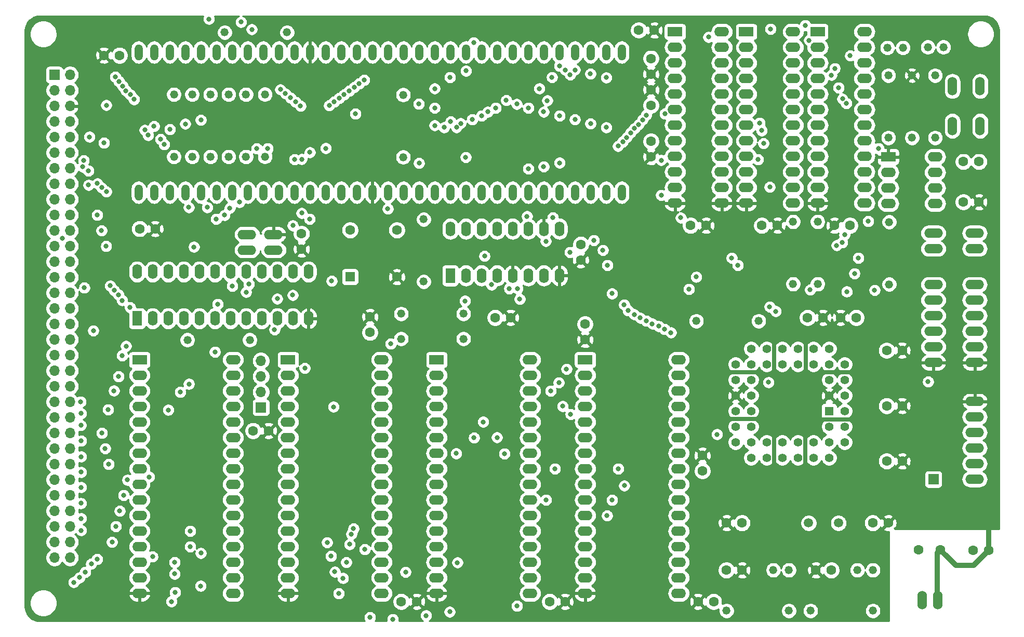
<source format=gbr>
G04 #@! TF.GenerationSoftware,KiCad,Pcbnew,(5.1.5-0-10_14)*
G04 #@! TF.CreationDate,2021-10-30T21:11:40+01:00*
G04 #@! TF.ProjectId,rosco_m68k,726f7363-6f5f-46d3-9638-6b2e6b696361,2.1*
G04 #@! TF.SameCoordinates,Original*
G04 #@! TF.FileFunction,Copper,L2,Inr*
G04 #@! TF.FilePolarity,Positive*
%FSLAX46Y46*%
G04 Gerber Fmt 4.6, Leading zero omitted, Abs format (unit mm)*
G04 Created by KiCad (PCBNEW (5.1.5-0-10_14)) date 2021-10-30 21:11:40*
%MOMM*%
%LPD*%
G04 APERTURE LIST*
%ADD10O,1.320800X2.641600*%
%ADD11C,1.600200*%
%ADD12C,1.320800*%
%ADD13O,1.600000X2.400000*%
%ADD14R,1.600000X2.400000*%
%ADD15R,1.700000X1.700000*%
%ADD16O,1.700000X1.700000*%
%ADD17O,3.048000X1.524000*%
%ADD18O,2.400000X1.600000*%
%ADD19R,2.400000X1.600000*%
%ADD20C,1.422400*%
%ADD21R,1.422400X1.422400*%
%ADD22C,1.500000*%
%ADD23O,1.524000X3.048000*%
%ADD24C,1.600000*%
%ADD25R,1.600000X1.600000*%
%ADD26C,0.800000*%
%ADD27C,0.650000*%
%ADD28C,0.850000*%
%ADD29C,0.254000*%
G04 APERTURE END LIST*
D10*
X163230000Y-61670000D03*
X160690000Y-61670000D03*
X158150000Y-61670000D03*
X155610000Y-61670000D03*
X153070000Y-61670000D03*
X150530000Y-61670000D03*
X147990000Y-61670000D03*
X145450000Y-61670000D03*
X142910000Y-61670000D03*
X140370000Y-61670000D03*
X137830000Y-61670000D03*
X135290000Y-61670000D03*
X163230000Y-84530000D03*
X160690000Y-84530000D03*
X158150000Y-84530000D03*
X155610000Y-84530000D03*
X153070000Y-84530000D03*
X150530000Y-84530000D03*
X147990000Y-84530000D03*
X145450000Y-84530000D03*
X142910000Y-84530000D03*
X140370000Y-84530000D03*
X137830000Y-84530000D03*
X135290000Y-84530000D03*
X87030000Y-61670000D03*
X89570000Y-61670000D03*
X92110000Y-61670000D03*
X94650000Y-61670000D03*
X97190000Y-61670000D03*
X99730000Y-61670000D03*
X102270000Y-61670000D03*
X104810000Y-61670000D03*
X107350000Y-61670000D03*
X109890000Y-61670000D03*
X112430000Y-61670000D03*
X114970000Y-61670000D03*
X117510000Y-61670000D03*
X120050000Y-61670000D03*
X122590000Y-61670000D03*
X125130000Y-61670000D03*
X127670000Y-61670000D03*
X130210000Y-61670000D03*
X132750000Y-61670000D03*
X165770000Y-61670000D03*
X165770000Y-84530000D03*
X132750000Y-84530000D03*
X130210000Y-84530000D03*
X127670000Y-84530000D03*
X125130000Y-84530000D03*
X122590000Y-84530000D03*
X120050000Y-84530000D03*
X117510000Y-84530000D03*
X114970000Y-84530000D03*
X112430000Y-84530000D03*
X109890000Y-84530000D03*
X107350000Y-84530000D03*
X104810000Y-84530000D03*
X102270000Y-84530000D03*
X99730000Y-84530000D03*
X97190000Y-84530000D03*
X94650000Y-84530000D03*
X92110000Y-84530000D03*
X89570000Y-84530000D03*
X87030000Y-84530000D03*
D11*
X159100000Y-95545000D03*
X159100000Y-93005000D03*
D12*
X92800000Y-78708100D03*
X92800000Y-68548100D03*
X95766666Y-78708100D03*
X95766666Y-68548100D03*
X177920000Y-105500000D03*
X188080000Y-105500000D03*
X98733332Y-78708100D03*
X98733332Y-68548100D03*
X101700000Y-78708100D03*
X101700000Y-68548100D03*
D13*
X137830000Y-90480000D03*
X155610000Y-98100000D03*
X140370000Y-90480000D03*
X153070000Y-98100000D03*
X142910000Y-90480000D03*
X150530000Y-98100000D03*
X145450000Y-90480000D03*
X147990000Y-98100000D03*
X147990000Y-90480000D03*
X145450000Y-98100000D03*
X150530000Y-90480000D03*
X142910000Y-98100000D03*
X153070000Y-90480000D03*
X140370000Y-98100000D03*
X155610000Y-90480000D03*
D14*
X137830000Y-98100000D03*
D15*
X216564000Y-131310000D03*
D16*
X106971000Y-111987000D03*
X106971000Y-114527000D03*
X106971000Y-117067000D03*
D15*
X106971000Y-119607000D03*
D12*
X105161000Y-108593000D03*
X95001000Y-108593000D03*
D17*
X104703000Y-93933000D03*
X104703000Y-91393000D03*
X109018000Y-91393000D03*
X109018000Y-93933000D03*
D18*
X102440000Y-111823600D03*
X87200000Y-149923600D03*
X102440000Y-114363600D03*
X87200000Y-147383600D03*
X102440000Y-116903600D03*
X87200000Y-144843600D03*
X102440000Y-119443600D03*
X87200000Y-142303600D03*
X102440000Y-121983600D03*
X87200000Y-139763600D03*
X102440000Y-124523600D03*
X87200000Y-137223600D03*
X102440000Y-127063600D03*
X87200000Y-134683600D03*
X102440000Y-129603600D03*
X87200000Y-132143600D03*
X102440000Y-132143600D03*
X87200000Y-129603600D03*
X102440000Y-134683600D03*
X87200000Y-127063600D03*
X102440000Y-137223600D03*
X87200000Y-124523600D03*
X102440000Y-139763600D03*
X87200000Y-121983600D03*
X102440000Y-142303600D03*
X87200000Y-119443600D03*
X102440000Y-144843600D03*
X87200000Y-116903600D03*
X102440000Y-147383600D03*
X87200000Y-114363600D03*
X102440000Y-149923600D03*
D19*
X87200000Y-111823600D03*
D18*
X182070000Y-58324800D03*
X174450000Y-86264800D03*
X182070000Y-60864800D03*
X174450000Y-83724800D03*
X182070000Y-63404800D03*
X174450000Y-81184800D03*
X182070000Y-65944800D03*
X174450000Y-78644800D03*
X182070000Y-68484800D03*
X174450000Y-76104800D03*
X182070000Y-71024800D03*
X174450000Y-73564800D03*
X182070000Y-73564800D03*
X174450000Y-71024800D03*
X182070000Y-76104800D03*
X174450000Y-68484800D03*
X182070000Y-78644800D03*
X174450000Y-65944800D03*
X182070000Y-81184800D03*
X174450000Y-63404800D03*
X182070000Y-83724800D03*
X174450000Y-60864800D03*
X182070000Y-86264800D03*
D19*
X174450000Y-58324800D03*
D20*
X199572000Y-127819000D03*
X197032000Y-127819000D03*
X194492000Y-127819000D03*
X191952000Y-127819000D03*
X189412000Y-127819000D03*
X202112000Y-125279000D03*
X197032000Y-125279000D03*
X194492000Y-125279000D03*
X191952000Y-125279000D03*
X189412000Y-125279000D03*
X186872000Y-125279000D03*
X184332000Y-125279000D03*
X184332000Y-122739000D03*
X184332000Y-120199000D03*
X184332000Y-117659000D03*
X184332000Y-115119000D03*
X184332000Y-112579000D03*
X186872000Y-127819000D03*
X186872000Y-122739000D03*
X186872000Y-120199000D03*
X186872000Y-117659000D03*
X186872000Y-115119000D03*
X186872000Y-112579000D03*
X186872000Y-110039000D03*
X189412000Y-110039000D03*
X191952000Y-110039000D03*
X194492000Y-110039000D03*
X197032000Y-110039000D03*
X199572000Y-110039000D03*
X189412000Y-112579000D03*
X191952000Y-112579000D03*
X194492000Y-112579000D03*
X197032000Y-112579000D03*
X199572000Y-112579000D03*
X202112000Y-122739000D03*
X202112000Y-120199000D03*
X202112000Y-112579000D03*
X202112000Y-115119000D03*
X202112000Y-117659000D03*
X199572000Y-125279000D03*
X199572000Y-122739000D03*
X199572000Y-115119000D03*
X199572000Y-117659000D03*
D21*
X199572000Y-120199000D03*
D12*
X129820000Y-104324000D03*
X139980000Y-104324000D03*
D13*
X86787000Y-97461000D03*
X114727000Y-105081000D03*
X89327000Y-97461000D03*
X112187000Y-105081000D03*
X91867000Y-97461000D03*
X109647000Y-105081000D03*
X94407000Y-97461000D03*
X107107000Y-105081000D03*
X96947000Y-97461000D03*
X104567000Y-105081000D03*
X99487000Y-97461000D03*
X102027000Y-105081000D03*
X102027000Y-97461000D03*
X99487000Y-105081000D03*
X104567000Y-97461000D03*
X96947000Y-105081000D03*
X107107000Y-97461000D03*
X94407000Y-105081000D03*
X109647000Y-97461000D03*
X91867000Y-105081000D03*
X112187000Y-97461000D03*
X89327000Y-105081000D03*
X114727000Y-97461000D03*
D14*
X86787000Y-105081000D03*
D11*
X191146666Y-89929000D03*
X188606666Y-89929000D03*
X221459000Y-79525000D03*
X223999000Y-79525000D03*
D12*
X215660000Y-60840000D03*
X218200000Y-60840000D03*
D18*
X193696666Y-58324800D03*
X186076666Y-86264800D03*
X193696666Y-60864800D03*
X186076666Y-83724800D03*
X193696666Y-63404800D03*
X186076666Y-81184800D03*
X193696666Y-65944800D03*
X186076666Y-78644800D03*
X193696666Y-68484800D03*
X186076666Y-76104800D03*
X193696666Y-71024800D03*
X186076666Y-73564800D03*
X193696666Y-73564800D03*
X186076666Y-71024800D03*
X193696666Y-76104800D03*
X186076666Y-68484800D03*
X193696666Y-78644800D03*
X186076666Y-65944800D03*
X193696666Y-81184800D03*
X186076666Y-63404800D03*
X193696666Y-83724800D03*
X186076666Y-60864800D03*
X193696666Y-86264800D03*
D19*
X186076666Y-58324800D03*
D12*
X111230000Y-58430000D03*
X101070000Y-58430000D03*
X216850000Y-75610000D03*
X216850000Y-65450000D03*
X209230000Y-75610000D03*
X209230000Y-65450000D03*
D11*
X170550000Y-78743000D03*
X170550000Y-76203000D03*
X170543000Y-65220000D03*
X170543000Y-62680000D03*
X178210000Y-151263000D03*
X180750000Y-151263000D03*
D17*
X216564000Y-93699000D03*
X216564000Y-91159000D03*
X223300000Y-93699000D03*
X223300000Y-91159000D03*
X216564000Y-102098000D03*
X216564000Y-99558000D03*
X216564000Y-104638000D03*
X216564000Y-107178000D03*
X216564000Y-109718000D03*
X216564000Y-112258000D03*
X223300000Y-102098000D03*
X223300000Y-99558000D03*
X223300000Y-104638000D03*
X223300000Y-107178000D03*
X223300000Y-109718000D03*
X223300000Y-112258000D03*
D11*
X197401000Y-146143000D03*
X199941000Y-146143000D03*
X185386000Y-138443000D03*
X182846000Y-138443000D03*
D12*
X130160000Y-68623600D03*
X130160000Y-78783600D03*
X204164000Y-146122000D03*
X206704000Y-146122000D03*
X190466000Y-146120000D03*
X193006000Y-146120000D03*
D18*
X126640000Y-111823600D03*
X111400000Y-149923600D03*
X126640000Y-114363600D03*
X111400000Y-147383600D03*
X126640000Y-116903600D03*
X111400000Y-144843600D03*
X126640000Y-119443600D03*
X111400000Y-142303600D03*
X126640000Y-121983600D03*
X111400000Y-139763600D03*
X126640000Y-124523600D03*
X111400000Y-137223600D03*
X126640000Y-127063600D03*
X111400000Y-134683600D03*
X126640000Y-129603600D03*
X111400000Y-132143600D03*
X126640000Y-132143600D03*
X111400000Y-129603600D03*
X126640000Y-134683600D03*
X111400000Y-127063600D03*
X126640000Y-137223600D03*
X111400000Y-124523600D03*
X126640000Y-139763600D03*
X111400000Y-121983600D03*
X126640000Y-142303600D03*
X111400000Y-119443600D03*
X126640000Y-144843600D03*
X111400000Y-116903600D03*
X126640000Y-147383600D03*
X111400000Y-114363600D03*
X126640000Y-149923600D03*
D19*
X111400000Y-111823600D03*
D12*
X197703332Y-99463000D03*
X197703332Y-89303000D03*
X193696666Y-99463000D03*
X193696666Y-89303000D03*
X213078000Y-75610000D03*
X213078000Y-65450000D03*
X209362000Y-99513000D03*
X209362000Y-89353000D03*
D22*
X201101000Y-138442000D03*
X196221000Y-138442000D03*
D23*
X217270000Y-151000000D03*
X214730000Y-151000000D03*
D18*
X216850000Y-78724800D03*
X209230000Y-86344800D03*
X216850000Y-81264800D03*
X209230000Y-83804800D03*
X216850000Y-83804800D03*
X209230000Y-81264800D03*
X216850000Y-86344800D03*
D19*
X209230000Y-78724800D03*
D18*
X205323332Y-58324800D03*
X197703332Y-86264800D03*
X205323332Y-60864800D03*
X197703332Y-83724800D03*
X205323332Y-63404800D03*
X197703332Y-81184800D03*
X205323332Y-65944800D03*
X197703332Y-78644800D03*
X205323332Y-68484800D03*
X197703332Y-76104800D03*
X205323332Y-71024800D03*
X197703332Y-73564800D03*
X205323332Y-73564800D03*
X197703332Y-71024800D03*
X205323332Y-76104800D03*
X197703332Y-68484800D03*
X205323332Y-78644800D03*
X197703332Y-65944800D03*
X205323332Y-81184800D03*
X197703332Y-63404800D03*
X205323332Y-83724800D03*
X197703332Y-60864800D03*
X205323332Y-86264800D03*
D19*
X197703332Y-58324800D03*
D11*
X209209000Y-138443000D03*
X206669000Y-138443000D03*
X83936000Y-62182000D03*
X81396000Y-62182000D03*
X170550000Y-70350000D03*
X170550000Y-67810000D03*
X203995000Y-104952000D03*
X201455000Y-104952000D03*
X221459000Y-86101000D03*
X223999000Y-86101000D03*
D17*
X223300000Y-121150000D03*
X223300000Y-118610000D03*
X223300000Y-123690000D03*
X223300000Y-126230000D03*
X223300000Y-128770000D03*
X223300000Y-131310000D03*
D12*
X104538300Y-68548100D03*
X104538300Y-78708100D03*
X209060000Y-60930000D03*
X211600000Y-60930000D03*
D24*
X129120000Y-98300000D03*
X129120000Y-90680000D03*
X121500000Y-90680000D03*
D25*
X121500000Y-98300000D03*
D12*
X133500000Y-99080000D03*
X133500000Y-88920000D03*
D18*
X175040000Y-111823600D03*
X159800000Y-149923600D03*
X175040000Y-114363600D03*
X159800000Y-147383600D03*
X175040000Y-116903600D03*
X159800000Y-144843600D03*
X175040000Y-119443600D03*
X159800000Y-142303600D03*
X175040000Y-121983600D03*
X159800000Y-139763600D03*
X175040000Y-124523600D03*
X159800000Y-137223600D03*
X175040000Y-127063600D03*
X159800000Y-134683600D03*
X175040000Y-129603600D03*
X159800000Y-132143600D03*
X175040000Y-132143600D03*
X159800000Y-129603600D03*
X175040000Y-134683600D03*
X159800000Y-127063600D03*
X175040000Y-137223600D03*
X159800000Y-124523600D03*
X175040000Y-139763600D03*
X159800000Y-121983600D03*
X175040000Y-142303600D03*
X159800000Y-119443600D03*
X175040000Y-144843600D03*
X159800000Y-116903600D03*
X175040000Y-147383600D03*
X159800000Y-114363600D03*
X175040000Y-149923600D03*
D19*
X159800000Y-111823600D03*
D18*
X150840000Y-111823600D03*
X135600000Y-149923600D03*
X150840000Y-114363600D03*
X135600000Y-147383600D03*
X150840000Y-116903600D03*
X135600000Y-144843600D03*
X150840000Y-119443600D03*
X135600000Y-142303600D03*
X150840000Y-121983600D03*
X135600000Y-139763600D03*
X150840000Y-124523600D03*
X135600000Y-137223600D03*
X150840000Y-127063600D03*
X135600000Y-134683600D03*
X150840000Y-129603600D03*
X135600000Y-132143600D03*
X150840000Y-132143600D03*
X135600000Y-129603600D03*
X150840000Y-134683600D03*
X135600000Y-127063600D03*
X150840000Y-137223600D03*
X135600000Y-124523600D03*
X150840000Y-139763600D03*
X135600000Y-121983600D03*
X150840000Y-142303600D03*
X135600000Y-119443600D03*
X150840000Y-144843600D03*
X135600000Y-116903600D03*
X150840000Y-147383600D03*
X135600000Y-114363600D03*
X150840000Y-149923600D03*
D19*
X135600000Y-111823600D03*
D12*
X196544000Y-152746000D03*
X206704000Y-152746000D03*
X182846000Y-152746000D03*
X193006000Y-152746000D03*
D11*
X159800000Y-108559000D03*
X159800000Y-106019000D03*
X113593000Y-93806000D03*
X113593000Y-91266000D03*
D23*
X224180600Y-67198800D03*
X219659400Y-67198800D03*
X224180600Y-73701200D03*
X219659400Y-73701200D03*
D11*
X108241000Y-123400000D03*
X105701000Y-123400000D03*
X132392000Y-151263000D03*
X129852000Y-151263000D03*
X156570000Y-151263000D03*
X154030000Y-151263000D03*
X185386000Y-146143000D03*
X182846000Y-146143000D03*
D12*
X107625000Y-68545000D03*
X107625000Y-78705000D03*
D11*
X198609000Y-104952000D03*
X196069000Y-104952000D03*
D16*
X75865000Y-144090000D03*
X73325000Y-144090000D03*
X75865000Y-141550000D03*
X73325000Y-141550000D03*
X75865000Y-139010000D03*
X73325000Y-139010000D03*
X75865000Y-136470000D03*
X73325000Y-136470000D03*
X75865000Y-133930000D03*
X73325000Y-133930000D03*
X75865000Y-131390000D03*
X73325000Y-131390000D03*
X75865000Y-128850000D03*
X73325000Y-128850000D03*
X75865000Y-126310000D03*
X73325000Y-126310000D03*
X75865000Y-123770000D03*
X73325000Y-123770000D03*
X75865000Y-121230000D03*
X73325000Y-121230000D03*
X75865000Y-118690000D03*
X73325000Y-118690000D03*
X75865000Y-116150000D03*
X73325000Y-116150000D03*
X75865000Y-113610000D03*
X73325000Y-113610000D03*
X75865000Y-111070000D03*
X73325000Y-111070000D03*
X75865000Y-108530000D03*
X73325000Y-108530000D03*
X75865000Y-105990000D03*
X73325000Y-105990000D03*
X75865000Y-103450000D03*
X73325000Y-103450000D03*
X75865000Y-100910000D03*
X73325000Y-100910000D03*
X75865000Y-98370000D03*
X73325000Y-98370000D03*
X75865000Y-95830000D03*
X73325000Y-95830000D03*
X75865000Y-93290000D03*
X73325000Y-93290000D03*
X75865000Y-90750000D03*
X73325000Y-90750000D03*
X75865000Y-88210000D03*
X73325000Y-88210000D03*
X75865000Y-85670000D03*
X73325000Y-85670000D03*
X75865000Y-83130000D03*
X73325000Y-83130000D03*
X75865000Y-80590000D03*
X73325000Y-80590000D03*
X75865000Y-78050000D03*
X73325000Y-78050000D03*
X75865000Y-75510000D03*
X73325000Y-75510000D03*
X75865000Y-72970000D03*
X73325000Y-72970000D03*
X75865000Y-70430000D03*
X73325000Y-70430000D03*
X75865000Y-67890000D03*
X73325000Y-67890000D03*
X75865000Y-65350000D03*
D15*
X73325000Y-65350000D03*
D11*
X214122000Y-142850000D03*
X217678000Y-142850000D03*
X124750000Y-104830000D03*
X124750000Y-107370000D03*
X208946000Y-128363000D03*
X211486000Y-128363000D03*
X200419000Y-89929000D03*
X202959000Y-89929000D03*
X179520000Y-89929000D03*
X176980000Y-89929000D03*
X178918000Y-127422000D03*
X178918000Y-129962000D03*
X168547000Y-58080000D03*
X171087000Y-58080000D03*
X208946000Y-119329500D03*
X211486000Y-119329500D03*
X87205000Y-90454000D03*
X89745000Y-90454000D03*
X223005000Y-142925000D03*
X225545000Y-142925000D03*
X145149000Y-104943000D03*
X147689000Y-104943000D03*
X208946000Y-110296000D03*
X211486000Y-110296000D03*
D12*
X129820000Y-108400000D03*
X139980000Y-108400000D03*
D26*
X143427000Y-94915000D03*
X148804000Y-100198000D03*
X150337000Y-88427400D03*
X108083012Y-77358012D03*
X196488000Y-100400000D03*
X112173790Y-89925000D03*
X114950000Y-78000000D03*
X117550000Y-77328600D03*
X74600000Y-92025000D03*
X187970000Y-79150000D03*
X140350000Y-78800000D03*
X141650000Y-60078600D03*
X179913000Y-59192400D03*
X122375000Y-71702465D03*
X175404000Y-88658600D03*
X206992000Y-100464000D03*
X104567000Y-100789780D03*
X78198746Y-100072032D03*
X102322514Y-99796600D03*
X172201707Y-79279132D03*
X99701000Y-88877000D03*
X114914000Y-88877000D03*
X112450000Y-79147350D03*
X150550000Y-80671400D03*
X81775000Y-84400000D03*
X81754073Y-93297201D03*
X188887400Y-76526000D03*
X153050000Y-80328600D03*
X81025000Y-83750000D03*
X81000000Y-90750000D03*
X188582590Y-74436000D03*
X155650000Y-79700000D03*
X80325000Y-83075000D03*
X80292086Y-88207914D03*
X188263000Y-73217000D03*
X118517880Y-98979000D03*
X149158600Y-101924550D03*
X109632000Y-101874000D03*
X112167000Y-101280761D03*
X176743000Y-100300000D03*
X98222000Y-86978601D03*
X98505000Y-56248000D03*
X95225000Y-86978600D03*
X96064210Y-93424000D03*
X127650000Y-87200000D03*
X118803000Y-119493000D03*
X181314000Y-123986000D03*
X106300000Y-77375000D03*
X103472000Y-86127000D03*
X105485000Y-57946000D03*
X190021000Y-57887000D03*
X137900000Y-72975000D03*
X135300000Y-73603600D03*
X79034886Y-75475000D03*
X132750000Y-79756970D03*
X78894000Y-83320000D03*
X138850000Y-73937730D03*
X163250000Y-73937730D03*
X77675000Y-127625000D03*
X163254000Y-65811800D03*
X202378590Y-70003000D03*
X138800000Y-127100000D03*
X141700000Y-124550000D03*
X139531763Y-73272697D03*
X160700000Y-73309130D03*
X77675000Y-125050000D03*
X160678000Y-65183200D03*
X201749990Y-69271179D03*
X143200000Y-121950000D03*
X158150000Y-72644097D03*
X141400000Y-72644097D03*
X77625000Y-122500000D03*
X158154000Y-64554600D03*
X201124400Y-67452000D03*
X145450000Y-124500000D03*
X142950000Y-72015497D03*
X155650000Y-72015497D03*
X155662000Y-63926000D03*
X146650000Y-127150000D03*
X143950000Y-71386897D03*
X153050000Y-71386897D03*
X199958000Y-65391000D03*
X153433600Y-134683600D03*
X145250000Y-70758297D03*
X150550000Y-70758297D03*
X200495800Y-64310000D03*
X154900000Y-129600000D03*
X196315600Y-59720000D03*
X156150000Y-119400000D03*
X153650000Y-69550000D03*
X146950000Y-69500000D03*
X77600000Y-118675000D03*
X202097000Y-91440151D03*
X154565000Y-88637000D03*
X157450000Y-120700000D03*
X156567833Y-64554600D03*
X201699000Y-92697351D03*
X157352000Y-94285000D03*
X140400000Y-64700000D03*
X77675000Y-120578600D03*
X157365000Y-65337000D03*
X161221000Y-92343000D03*
X200810220Y-93176000D03*
X156785801Y-113334990D03*
X137800000Y-65750000D03*
X154400000Y-65750000D03*
X136825000Y-73937730D03*
X81400000Y-76450000D03*
X114119000Y-113185000D03*
X172201000Y-84980000D03*
X155528600Y-115550000D03*
X135300000Y-67600000D03*
X152350000Y-67600000D03*
X135300000Y-70758297D03*
X81785340Y-70300000D03*
X79663486Y-107075000D03*
X205943000Y-89243000D03*
X153404000Y-92490000D03*
X164200000Y-101028600D03*
X164200000Y-134700000D03*
X77650000Y-135225000D03*
X202459000Y-100713380D03*
X163450000Y-96400000D03*
X163383410Y-137250000D03*
X77675000Y-137700000D03*
X203711000Y-97768000D03*
X184691000Y-96400000D03*
X162700000Y-93950000D03*
X77675000Y-139646400D03*
X121728601Y-140252896D03*
X204329000Y-95230000D03*
X183697000Y-95230000D03*
X130550000Y-146450000D03*
X92911780Y-144850000D03*
X168800000Y-105000000D03*
X139000000Y-144900000D03*
X83967800Y-136475000D03*
X88600000Y-75200000D03*
X166600000Y-75550000D03*
X95461780Y-142300000D03*
X90621400Y-75848146D03*
X167804344Y-104428600D03*
X84596400Y-133925000D03*
X165950000Y-76250000D03*
X95461780Y-139750000D03*
X91200000Y-76700000D03*
X166800001Y-103800000D03*
X85225000Y-131425000D03*
X165178600Y-76971400D03*
X118100000Y-70349999D03*
X117764200Y-141618780D03*
X82175000Y-128850000D03*
X118392800Y-143850000D03*
X118914285Y-69757142D03*
X81600000Y-126300000D03*
X119021400Y-146400000D03*
X119728570Y-69164285D03*
X81075000Y-123775000D03*
X119650000Y-149950000D03*
X120542855Y-68571428D03*
X128450000Y-154147840D03*
X76471655Y-148108992D03*
X120350000Y-147450000D03*
X121357140Y-67978571D03*
X124750000Y-153843030D03*
X77423472Y-147337994D03*
X120900000Y-144850000D03*
X122171425Y-67385714D03*
X78350000Y-146444600D03*
X122985710Y-66792857D03*
X121423791Y-141923590D03*
X79323205Y-145120998D03*
X123800000Y-66200000D03*
X122069488Y-139363590D03*
X80275000Y-144350000D03*
X110150000Y-67750000D03*
X83250000Y-65700000D03*
X82075000Y-119950000D03*
X82413940Y-99751438D03*
X99487000Y-110555000D03*
X110970732Y-68423816D03*
X83049540Y-100484164D03*
X83846134Y-66445315D03*
X83025000Y-116875000D03*
X95254000Y-115780000D03*
X111791464Y-69097632D03*
X84452299Y-67179912D03*
X83775000Y-114550000D03*
X83742799Y-101207000D03*
X93829020Y-117098000D03*
X112612196Y-69771448D03*
X84988166Y-67967259D03*
X84371399Y-111146399D03*
X84371398Y-102137000D03*
X91882000Y-120015000D03*
X109200000Y-106900000D03*
X113432930Y-70445264D03*
X85700000Y-68600000D03*
X85000000Y-109600000D03*
X189889000Y-103173000D03*
X189894000Y-83649734D03*
X154200000Y-116900000D03*
X148671400Y-70129697D03*
X132700000Y-70100000D03*
X86300000Y-69350000D03*
X85657000Y-103296316D03*
X172830307Y-71715000D03*
X165200000Y-129600000D03*
X77675000Y-130150000D03*
X166171401Y-102850000D03*
X166200000Y-132350000D03*
X77675000Y-132625000D03*
X190871000Y-103926000D03*
X123900000Y-142750000D03*
X97200000Y-143350000D03*
X173800000Y-107400000D03*
X169750000Y-71950000D03*
X97200001Y-72717073D03*
X172750000Y-106850000D03*
X137750000Y-152928600D03*
X169150000Y-72700000D03*
X97148665Y-148717020D03*
X94650000Y-73350000D03*
X92399400Y-151250600D03*
X92143492Y-74256508D03*
X171800000Y-106350000D03*
X133900000Y-153538220D03*
X89325000Y-143925000D03*
X168550000Y-73450000D03*
X93005512Y-149755512D03*
X89550000Y-73732838D03*
X170750000Y-105950000D03*
X82710599Y-141550000D03*
X167850000Y-74100000D03*
X92911780Y-146750000D03*
X88052390Y-74361438D03*
X169800000Y-105500000D03*
X148713512Y-151976210D03*
X83339199Y-139000000D03*
X167209713Y-74818344D03*
X104994402Y-99473402D03*
X103724000Y-56751000D03*
X195687000Y-57290600D03*
X203010000Y-62232000D03*
X207620600Y-77364000D03*
X88781000Y-130925000D03*
X128135000Y-109213000D03*
X189700000Y-115500000D03*
X215700000Y-115400000D03*
X177920000Y-98310000D03*
X144567210Y-99577000D03*
X113620512Y-87902512D03*
X113622000Y-79120000D03*
X77955310Y-80372353D03*
X147456000Y-100215000D03*
X101043000Y-88248400D03*
X78869000Y-80997000D03*
X101914400Y-87080000D03*
X78101987Y-79336700D03*
X99930000Y-102760000D03*
X140240000Y-102230980D03*
D27*
X203961000Y-113826000D02*
X200136000Y-113826000D01*
X200136000Y-113826000D02*
X198241000Y-113826000D01*
X198551601Y-121550399D02*
X203254601Y-121550399D01*
X198521000Y-121581000D02*
X198551601Y-121550399D01*
X187784000Y-113897000D02*
X183503000Y-113897000D01*
X187959000Y-121476000D02*
X183257000Y-121476000D01*
X190600601Y-108923601D02*
X190600601Y-113801601D01*
X190591000Y-108914000D02*
X190600601Y-108923601D01*
X195819000Y-108844000D02*
X195819000Y-113790000D01*
X190626000Y-128845000D02*
X190626000Y-124283000D01*
X195714000Y-124178000D02*
X195714000Y-128986000D01*
D28*
X217170000Y-143358000D02*
X217678000Y-142850000D01*
X217170000Y-150900000D02*
X217170000Y-143358000D01*
X218478099Y-143650099D02*
X218525099Y-143650099D01*
X217678000Y-142850000D02*
X218478099Y-143650099D01*
X218525099Y-143650099D02*
X220225000Y-145350000D01*
X223120000Y-145350000D02*
X225545000Y-142925000D01*
X220225000Y-145350000D02*
X223120000Y-145350000D01*
X225545000Y-142925000D02*
X225545000Y-135688913D01*
D29*
G36*
X97509774Y-55946102D02*
G01*
X97470000Y-56146061D01*
X97470000Y-56349939D01*
X97509774Y-56549898D01*
X97587795Y-56738256D01*
X97701063Y-56907774D01*
X97845226Y-57051937D01*
X98014744Y-57165205D01*
X98203102Y-57243226D01*
X98403061Y-57283000D01*
X98606939Y-57283000D01*
X98806898Y-57243226D01*
X98995256Y-57165205D01*
X99164774Y-57051937D01*
X99308937Y-56907774D01*
X99422205Y-56738256D01*
X99500226Y-56549898D01*
X99540000Y-56349939D01*
X99540000Y-56146061D01*
X99500226Y-55946102D01*
X99423139Y-55760000D01*
X103411900Y-55760000D01*
X103233744Y-55833795D01*
X103064226Y-55947063D01*
X102920063Y-56091226D01*
X102806795Y-56260744D01*
X102728774Y-56449102D01*
X102689000Y-56649061D01*
X102689000Y-56852939D01*
X102728774Y-57052898D01*
X102806795Y-57241256D01*
X102920063Y-57410774D01*
X103064226Y-57554937D01*
X103233744Y-57668205D01*
X103422102Y-57746226D01*
X103622061Y-57786000D01*
X103825939Y-57786000D01*
X104025898Y-57746226D01*
X104214256Y-57668205D01*
X104383774Y-57554937D01*
X104527937Y-57410774D01*
X104641205Y-57241256D01*
X104719226Y-57052898D01*
X104759000Y-56852939D01*
X104759000Y-56649061D01*
X104719226Y-56449102D01*
X104641205Y-56260744D01*
X104527937Y-56091226D01*
X104383774Y-55947063D01*
X104214256Y-55833795D01*
X104036100Y-55760000D01*
X224867721Y-55760000D01*
X225353893Y-55807670D01*
X225790498Y-55939489D01*
X226193185Y-56153600D01*
X226546612Y-56441848D01*
X226837327Y-56793261D01*
X227054242Y-57194439D01*
X227189106Y-57630113D01*
X227240000Y-58114344D01*
X227240001Y-139423000D01*
X210267488Y-139423000D01*
X210318048Y-139372440D01*
X210201776Y-139256168D01*
X210445754Y-139184574D01*
X210566664Y-138929046D01*
X210635400Y-138654839D01*
X210649320Y-138372492D01*
X210607889Y-138092853D01*
X210512700Y-137826672D01*
X210445754Y-137701426D01*
X210201774Y-137629831D01*
X209388605Y-138443000D01*
X209402748Y-138457143D01*
X209223143Y-138636748D01*
X209209000Y-138622605D01*
X208395831Y-139435774D01*
X208467426Y-139679754D01*
X208722954Y-139800664D01*
X208997161Y-139869400D01*
X209279508Y-139883320D01*
X209286817Y-139882237D01*
X209344586Y-154440000D01*
X134413341Y-154440000D01*
X134559774Y-154342157D01*
X134703937Y-154197994D01*
X134817205Y-154028476D01*
X134895226Y-153840118D01*
X134935000Y-153640159D01*
X134935000Y-153436281D01*
X134895226Y-153236322D01*
X134817205Y-153047964D01*
X134703937Y-152878446D01*
X134652152Y-152826661D01*
X136715000Y-152826661D01*
X136715000Y-153030539D01*
X136754774Y-153230498D01*
X136832795Y-153418856D01*
X136946063Y-153588374D01*
X137090226Y-153732537D01*
X137259744Y-153845805D01*
X137448102Y-153923826D01*
X137648061Y-153963600D01*
X137851939Y-153963600D01*
X138051898Y-153923826D01*
X138240256Y-153845805D01*
X138409774Y-153732537D01*
X138553937Y-153588374D01*
X138667205Y-153418856D01*
X138745226Y-153230498D01*
X138785000Y-153030539D01*
X138785000Y-152826661D01*
X138745226Y-152626702D01*
X138667205Y-152438344D01*
X138553937Y-152268826D01*
X138409774Y-152124663D01*
X138240256Y-152011395D01*
X138051898Y-151933374D01*
X137851939Y-151893600D01*
X137648061Y-151893600D01*
X137448102Y-151933374D01*
X137259744Y-152011395D01*
X137090226Y-152124663D01*
X136946063Y-152268826D01*
X136832795Y-152438344D01*
X136754774Y-152626702D01*
X136715000Y-152826661D01*
X134652152Y-152826661D01*
X134559774Y-152734283D01*
X134390256Y-152621015D01*
X134201898Y-152542994D01*
X134001939Y-152503220D01*
X133798061Y-152503220D01*
X133598102Y-152542994D01*
X133409744Y-152621015D01*
X133240226Y-152734283D01*
X133096063Y-152878446D01*
X132982795Y-153047964D01*
X132904774Y-153236322D01*
X132865000Y-153436281D01*
X132865000Y-153640159D01*
X132904774Y-153840118D01*
X132982795Y-154028476D01*
X133096063Y-154197994D01*
X133240226Y-154342157D01*
X133386659Y-154440000D01*
X129447163Y-154440000D01*
X129485000Y-154249779D01*
X129485000Y-154045901D01*
X129445226Y-153845942D01*
X129367205Y-153657584D01*
X129253937Y-153488066D01*
X129109774Y-153343903D01*
X128940256Y-153230635D01*
X128751898Y-153152614D01*
X128551939Y-153112840D01*
X128348061Y-153112840D01*
X128148102Y-153152614D01*
X127959744Y-153230635D01*
X127790226Y-153343903D01*
X127646063Y-153488066D01*
X127532795Y-153657584D01*
X127454774Y-153845942D01*
X127415000Y-154045901D01*
X127415000Y-154249779D01*
X127452837Y-154440000D01*
X125595901Y-154440000D01*
X125667205Y-154333286D01*
X125745226Y-154144928D01*
X125785000Y-153944969D01*
X125785000Y-153741091D01*
X125745226Y-153541132D01*
X125667205Y-153352774D01*
X125553937Y-153183256D01*
X125409774Y-153039093D01*
X125240256Y-152925825D01*
X125051898Y-152847804D01*
X124851939Y-152808030D01*
X124648061Y-152808030D01*
X124448102Y-152847804D01*
X124259744Y-152925825D01*
X124090226Y-153039093D01*
X123946063Y-153183256D01*
X123832795Y-153352774D01*
X123754774Y-153541132D01*
X123715000Y-153741091D01*
X123715000Y-153944969D01*
X123754774Y-154144928D01*
X123832795Y-154333286D01*
X123904099Y-154440000D01*
X70932279Y-154440000D01*
X70446106Y-154392330D01*
X70009503Y-154260512D01*
X69606814Y-154046399D01*
X69253387Y-153758150D01*
X68962673Y-153406739D01*
X68745760Y-153005564D01*
X68610894Y-152569886D01*
X68560000Y-152085664D01*
X68560000Y-151279872D01*
X69265000Y-151279872D01*
X69265000Y-151720128D01*
X69350890Y-152151925D01*
X69519369Y-152558669D01*
X69763962Y-152924729D01*
X70075271Y-153236038D01*
X70441331Y-153480631D01*
X70848075Y-153649110D01*
X71279872Y-153735000D01*
X71720128Y-153735000D01*
X72151925Y-153649110D01*
X72558669Y-153480631D01*
X72924729Y-153236038D01*
X73236038Y-152924729D01*
X73480631Y-152558669D01*
X73649110Y-152151925D01*
X73735000Y-151720128D01*
X73735000Y-151279872D01*
X73649110Y-150848075D01*
X73480631Y-150441331D01*
X73367915Y-150272639D01*
X85408096Y-150272639D01*
X85425633Y-150355418D01*
X85536285Y-150615246D01*
X85695500Y-150848495D01*
X85897161Y-151046201D01*
X86133517Y-151200766D01*
X86395486Y-151306250D01*
X86673000Y-151358600D01*
X87073000Y-151358600D01*
X87073000Y-150050600D01*
X87327000Y-150050600D01*
X87327000Y-151358600D01*
X87727000Y-151358600D01*
X88004514Y-151306250D01*
X88266483Y-151200766D01*
X88346160Y-151148661D01*
X91364400Y-151148661D01*
X91364400Y-151352539D01*
X91404174Y-151552498D01*
X91482195Y-151740856D01*
X91595463Y-151910374D01*
X91739626Y-152054537D01*
X91909144Y-152167805D01*
X92097502Y-152245826D01*
X92297461Y-152285600D01*
X92501339Y-152285600D01*
X92701298Y-152245826D01*
X92889656Y-152167805D01*
X93059174Y-152054537D01*
X93203337Y-151910374D01*
X93316605Y-151740856D01*
X93394626Y-151552498D01*
X93434400Y-151352539D01*
X93434400Y-151148661D01*
X93394626Y-150948702D01*
X93316605Y-150760344D01*
X93309585Y-150749837D01*
X93495768Y-150672717D01*
X93665286Y-150559449D01*
X93809449Y-150415286D01*
X93922717Y-150245768D01*
X94000738Y-150057410D01*
X94040512Y-149857451D01*
X94040512Y-149653573D01*
X94000738Y-149453614D01*
X93922717Y-149265256D01*
X93809449Y-149095738D01*
X93665286Y-148951575D01*
X93495768Y-148838307D01*
X93307410Y-148760286D01*
X93107451Y-148720512D01*
X92903573Y-148720512D01*
X92703614Y-148760286D01*
X92515256Y-148838307D01*
X92345738Y-148951575D01*
X92201575Y-149095738D01*
X92088307Y-149265256D01*
X92010286Y-149453614D01*
X91970512Y-149653573D01*
X91970512Y-149857451D01*
X92010286Y-150057410D01*
X92088307Y-150245768D01*
X92095327Y-150256275D01*
X91909144Y-150333395D01*
X91739626Y-150446663D01*
X91595463Y-150590826D01*
X91482195Y-150760344D01*
X91404174Y-150948702D01*
X91364400Y-151148661D01*
X88346160Y-151148661D01*
X88502839Y-151046201D01*
X88704500Y-150848495D01*
X88863715Y-150615246D01*
X88974367Y-150355418D01*
X88991904Y-150272639D01*
X88869915Y-150050600D01*
X87327000Y-150050600D01*
X87073000Y-150050600D01*
X85530085Y-150050600D01*
X85408096Y-150272639D01*
X73367915Y-150272639D01*
X73236038Y-150075271D01*
X72924729Y-149763962D01*
X72558669Y-149519369D01*
X72151925Y-149350890D01*
X71720128Y-149265000D01*
X71279872Y-149265000D01*
X70848075Y-149350890D01*
X70441331Y-149519369D01*
X70075271Y-149763962D01*
X69763962Y-150075271D01*
X69519369Y-150441331D01*
X69350890Y-150848075D01*
X69265000Y-151279872D01*
X68560000Y-151279872D01*
X68560000Y-148007053D01*
X75436655Y-148007053D01*
X75436655Y-148210931D01*
X75476429Y-148410890D01*
X75554450Y-148599248D01*
X75667718Y-148768766D01*
X75811881Y-148912929D01*
X75981399Y-149026197D01*
X76169757Y-149104218D01*
X76369716Y-149143992D01*
X76573594Y-149143992D01*
X76773553Y-149104218D01*
X76961911Y-149026197D01*
X77131429Y-148912929D01*
X77275592Y-148768766D01*
X77388860Y-148599248D01*
X77466881Y-148410890D01*
X77474419Y-148372994D01*
X77525411Y-148372994D01*
X77725370Y-148333220D01*
X77913728Y-148255199D01*
X78083246Y-148141931D01*
X78227409Y-147997768D01*
X78340677Y-147828250D01*
X78418698Y-147639892D01*
X78450582Y-147479600D01*
X78451939Y-147479600D01*
X78651898Y-147439826D01*
X78840256Y-147361805D01*
X79009774Y-147248537D01*
X79153937Y-147104374D01*
X79267205Y-146934856D01*
X79345226Y-146746498D01*
X79385000Y-146546539D01*
X79385000Y-146342661D01*
X79347871Y-146155998D01*
X79425144Y-146155998D01*
X79625103Y-146116224D01*
X79813461Y-146038203D01*
X79982979Y-145924935D01*
X80127142Y-145780772D01*
X80240410Y-145611254D01*
X80318431Y-145422896D01*
X80325969Y-145385000D01*
X80376939Y-145385000D01*
X80576898Y-145345226D01*
X80765256Y-145267205D01*
X80934774Y-145153937D01*
X81078937Y-145009774D01*
X81192205Y-144840256D01*
X81270226Y-144651898D01*
X81310000Y-144451939D01*
X81310000Y-144248061D01*
X81270226Y-144048102D01*
X81192205Y-143859744D01*
X81078937Y-143690226D01*
X80934774Y-143546063D01*
X80765256Y-143432795D01*
X80576898Y-143354774D01*
X80376939Y-143315000D01*
X80173061Y-143315000D01*
X79973102Y-143354774D01*
X79784744Y-143432795D01*
X79615226Y-143546063D01*
X79471063Y-143690226D01*
X79357795Y-143859744D01*
X79279774Y-144048102D01*
X79272236Y-144085998D01*
X79221266Y-144085998D01*
X79021307Y-144125772D01*
X78832949Y-144203793D01*
X78663431Y-144317061D01*
X78519268Y-144461224D01*
X78406000Y-144630742D01*
X78327979Y-144819100D01*
X78288205Y-145019059D01*
X78288205Y-145222937D01*
X78325334Y-145409600D01*
X78248061Y-145409600D01*
X78048102Y-145449374D01*
X77859744Y-145527395D01*
X77690226Y-145640663D01*
X77546063Y-145784826D01*
X77432795Y-145954344D01*
X77354774Y-146142702D01*
X77322890Y-146302994D01*
X77321533Y-146302994D01*
X77121574Y-146342768D01*
X76933216Y-146420789D01*
X76763698Y-146534057D01*
X76619535Y-146678220D01*
X76506267Y-146847738D01*
X76428246Y-147036096D01*
X76420708Y-147073992D01*
X76369716Y-147073992D01*
X76169757Y-147113766D01*
X75981399Y-147191787D01*
X75811881Y-147305055D01*
X75667718Y-147449218D01*
X75554450Y-147618736D01*
X75476429Y-147807094D01*
X75436655Y-148007053D01*
X68560000Y-148007053D01*
X68560000Y-64500000D01*
X71836928Y-64500000D01*
X71836928Y-66200000D01*
X71849188Y-66324482D01*
X71885498Y-66444180D01*
X71944463Y-66554494D01*
X72023815Y-66651185D01*
X72120506Y-66730537D01*
X72230820Y-66789502D01*
X72303380Y-66811513D01*
X72171525Y-66943368D01*
X72009010Y-67186589D01*
X71897068Y-67456842D01*
X71840000Y-67743740D01*
X71840000Y-68036260D01*
X71897068Y-68323158D01*
X72009010Y-68593411D01*
X72171525Y-68836632D01*
X72378368Y-69043475D01*
X72552760Y-69160000D01*
X72378368Y-69276525D01*
X72171525Y-69483368D01*
X72009010Y-69726589D01*
X71897068Y-69996842D01*
X71840000Y-70283740D01*
X71840000Y-70576260D01*
X71897068Y-70863158D01*
X72009010Y-71133411D01*
X72171525Y-71376632D01*
X72378368Y-71583475D01*
X72552760Y-71700000D01*
X72378368Y-71816525D01*
X72171525Y-72023368D01*
X72009010Y-72266589D01*
X71897068Y-72536842D01*
X71840000Y-72823740D01*
X71840000Y-73116260D01*
X71897068Y-73403158D01*
X72009010Y-73673411D01*
X72171525Y-73916632D01*
X72378368Y-74123475D01*
X72552760Y-74240000D01*
X72378368Y-74356525D01*
X72171525Y-74563368D01*
X72009010Y-74806589D01*
X71897068Y-75076842D01*
X71840000Y-75363740D01*
X71840000Y-75656260D01*
X71897068Y-75943158D01*
X72009010Y-76213411D01*
X72171525Y-76456632D01*
X72378368Y-76663475D01*
X72552760Y-76780000D01*
X72378368Y-76896525D01*
X72171525Y-77103368D01*
X72009010Y-77346589D01*
X71897068Y-77616842D01*
X71840000Y-77903740D01*
X71840000Y-78196260D01*
X71897068Y-78483158D01*
X72009010Y-78753411D01*
X72171525Y-78996632D01*
X72378368Y-79203475D01*
X72552760Y-79320000D01*
X72378368Y-79436525D01*
X72171525Y-79643368D01*
X72009010Y-79886589D01*
X71897068Y-80156842D01*
X71840000Y-80443740D01*
X71840000Y-80736260D01*
X71897068Y-81023158D01*
X72009010Y-81293411D01*
X72171525Y-81536632D01*
X72378368Y-81743475D01*
X72552760Y-81860000D01*
X72378368Y-81976525D01*
X72171525Y-82183368D01*
X72009010Y-82426589D01*
X71897068Y-82696842D01*
X71840000Y-82983740D01*
X71840000Y-83276260D01*
X71897068Y-83563158D01*
X72009010Y-83833411D01*
X72171525Y-84076632D01*
X72378368Y-84283475D01*
X72552760Y-84400000D01*
X72378368Y-84516525D01*
X72171525Y-84723368D01*
X72009010Y-84966589D01*
X71897068Y-85236842D01*
X71840000Y-85523740D01*
X71840000Y-85816260D01*
X71897068Y-86103158D01*
X72009010Y-86373411D01*
X72171525Y-86616632D01*
X72378368Y-86823475D01*
X72552760Y-86940000D01*
X72378368Y-87056525D01*
X72171525Y-87263368D01*
X72009010Y-87506589D01*
X71897068Y-87776842D01*
X71840000Y-88063740D01*
X71840000Y-88356260D01*
X71897068Y-88643158D01*
X72009010Y-88913411D01*
X72171525Y-89156632D01*
X72378368Y-89363475D01*
X72552760Y-89480000D01*
X72378368Y-89596525D01*
X72171525Y-89803368D01*
X72009010Y-90046589D01*
X71897068Y-90316842D01*
X71840000Y-90603740D01*
X71840000Y-90896260D01*
X71897068Y-91183158D01*
X72009010Y-91453411D01*
X72171525Y-91696632D01*
X72378368Y-91903475D01*
X72552760Y-92020000D01*
X72378368Y-92136525D01*
X72171525Y-92343368D01*
X72009010Y-92586589D01*
X71897068Y-92856842D01*
X71840000Y-93143740D01*
X71840000Y-93436260D01*
X71897068Y-93723158D01*
X72009010Y-93993411D01*
X72171525Y-94236632D01*
X72378368Y-94443475D01*
X72552760Y-94560000D01*
X72378368Y-94676525D01*
X72171525Y-94883368D01*
X72009010Y-95126589D01*
X71897068Y-95396842D01*
X71840000Y-95683740D01*
X71840000Y-95976260D01*
X71897068Y-96263158D01*
X72009010Y-96533411D01*
X72171525Y-96776632D01*
X72378368Y-96983475D01*
X72552760Y-97100000D01*
X72378368Y-97216525D01*
X72171525Y-97423368D01*
X72009010Y-97666589D01*
X71897068Y-97936842D01*
X71840000Y-98223740D01*
X71840000Y-98516260D01*
X71897068Y-98803158D01*
X72009010Y-99073411D01*
X72171525Y-99316632D01*
X72378368Y-99523475D01*
X72552760Y-99640000D01*
X72378368Y-99756525D01*
X72171525Y-99963368D01*
X72009010Y-100206589D01*
X71897068Y-100476842D01*
X71840000Y-100763740D01*
X71840000Y-101056260D01*
X71897068Y-101343158D01*
X72009010Y-101613411D01*
X72171525Y-101856632D01*
X72378368Y-102063475D01*
X72552760Y-102180000D01*
X72378368Y-102296525D01*
X72171525Y-102503368D01*
X72009010Y-102746589D01*
X71897068Y-103016842D01*
X71840000Y-103303740D01*
X71840000Y-103596260D01*
X71897068Y-103883158D01*
X72009010Y-104153411D01*
X72171525Y-104396632D01*
X72378368Y-104603475D01*
X72552760Y-104720000D01*
X72378368Y-104836525D01*
X72171525Y-105043368D01*
X72009010Y-105286589D01*
X71897068Y-105556842D01*
X71840000Y-105843740D01*
X71840000Y-106136260D01*
X71897068Y-106423158D01*
X72009010Y-106693411D01*
X72171525Y-106936632D01*
X72378368Y-107143475D01*
X72552760Y-107260000D01*
X72378368Y-107376525D01*
X72171525Y-107583368D01*
X72009010Y-107826589D01*
X71897068Y-108096842D01*
X71840000Y-108383740D01*
X71840000Y-108676260D01*
X71897068Y-108963158D01*
X72009010Y-109233411D01*
X72171525Y-109476632D01*
X72378368Y-109683475D01*
X72552760Y-109800000D01*
X72378368Y-109916525D01*
X72171525Y-110123368D01*
X72009010Y-110366589D01*
X71897068Y-110636842D01*
X71840000Y-110923740D01*
X71840000Y-111216260D01*
X71897068Y-111503158D01*
X72009010Y-111773411D01*
X72171525Y-112016632D01*
X72378368Y-112223475D01*
X72552760Y-112340000D01*
X72378368Y-112456525D01*
X72171525Y-112663368D01*
X72009010Y-112906589D01*
X71897068Y-113176842D01*
X71840000Y-113463740D01*
X71840000Y-113756260D01*
X71897068Y-114043158D01*
X72009010Y-114313411D01*
X72171525Y-114556632D01*
X72378368Y-114763475D01*
X72552760Y-114880000D01*
X72378368Y-114996525D01*
X72171525Y-115203368D01*
X72009010Y-115446589D01*
X71897068Y-115716842D01*
X71840000Y-116003740D01*
X71840000Y-116296260D01*
X71897068Y-116583158D01*
X72009010Y-116853411D01*
X72171525Y-117096632D01*
X72378368Y-117303475D01*
X72552760Y-117420000D01*
X72378368Y-117536525D01*
X72171525Y-117743368D01*
X72009010Y-117986589D01*
X71897068Y-118256842D01*
X71840000Y-118543740D01*
X71840000Y-118836260D01*
X71897068Y-119123158D01*
X72009010Y-119393411D01*
X72171525Y-119636632D01*
X72378368Y-119843475D01*
X72552760Y-119960000D01*
X72378368Y-120076525D01*
X72171525Y-120283368D01*
X72009010Y-120526589D01*
X71897068Y-120796842D01*
X71840000Y-121083740D01*
X71840000Y-121376260D01*
X71897068Y-121663158D01*
X72009010Y-121933411D01*
X72171525Y-122176632D01*
X72378368Y-122383475D01*
X72552760Y-122500000D01*
X72378368Y-122616525D01*
X72171525Y-122823368D01*
X72009010Y-123066589D01*
X71897068Y-123336842D01*
X71840000Y-123623740D01*
X71840000Y-123916260D01*
X71897068Y-124203158D01*
X72009010Y-124473411D01*
X72171525Y-124716632D01*
X72378368Y-124923475D01*
X72552760Y-125040000D01*
X72378368Y-125156525D01*
X72171525Y-125363368D01*
X72009010Y-125606589D01*
X71897068Y-125876842D01*
X71840000Y-126163740D01*
X71840000Y-126456260D01*
X71897068Y-126743158D01*
X72009010Y-127013411D01*
X72171525Y-127256632D01*
X72378368Y-127463475D01*
X72552760Y-127580000D01*
X72378368Y-127696525D01*
X72171525Y-127903368D01*
X72009010Y-128146589D01*
X71897068Y-128416842D01*
X71840000Y-128703740D01*
X71840000Y-128996260D01*
X71897068Y-129283158D01*
X72009010Y-129553411D01*
X72171525Y-129796632D01*
X72378368Y-130003475D01*
X72552760Y-130120000D01*
X72378368Y-130236525D01*
X72171525Y-130443368D01*
X72009010Y-130686589D01*
X71897068Y-130956842D01*
X71840000Y-131243740D01*
X71840000Y-131536260D01*
X71897068Y-131823158D01*
X72009010Y-132093411D01*
X72171525Y-132336632D01*
X72378368Y-132543475D01*
X72552760Y-132660000D01*
X72378368Y-132776525D01*
X72171525Y-132983368D01*
X72009010Y-133226589D01*
X71897068Y-133496842D01*
X71840000Y-133783740D01*
X71840000Y-134076260D01*
X71897068Y-134363158D01*
X72009010Y-134633411D01*
X72171525Y-134876632D01*
X72378368Y-135083475D01*
X72552760Y-135200000D01*
X72378368Y-135316525D01*
X72171525Y-135523368D01*
X72009010Y-135766589D01*
X71897068Y-136036842D01*
X71840000Y-136323740D01*
X71840000Y-136616260D01*
X71897068Y-136903158D01*
X72009010Y-137173411D01*
X72171525Y-137416632D01*
X72378368Y-137623475D01*
X72552760Y-137740000D01*
X72378368Y-137856525D01*
X72171525Y-138063368D01*
X72009010Y-138306589D01*
X71897068Y-138576842D01*
X71840000Y-138863740D01*
X71840000Y-139156260D01*
X71897068Y-139443158D01*
X72009010Y-139713411D01*
X72171525Y-139956632D01*
X72378368Y-140163475D01*
X72552760Y-140280000D01*
X72378368Y-140396525D01*
X72171525Y-140603368D01*
X72009010Y-140846589D01*
X71897068Y-141116842D01*
X71840000Y-141403740D01*
X71840000Y-141696260D01*
X71897068Y-141983158D01*
X72009010Y-142253411D01*
X72171525Y-142496632D01*
X72378368Y-142703475D01*
X72552760Y-142820000D01*
X72378368Y-142936525D01*
X72171525Y-143143368D01*
X72009010Y-143386589D01*
X71897068Y-143656842D01*
X71840000Y-143943740D01*
X71840000Y-144236260D01*
X71897068Y-144523158D01*
X72009010Y-144793411D01*
X72171525Y-145036632D01*
X72378368Y-145243475D01*
X72621589Y-145405990D01*
X72891842Y-145517932D01*
X73178740Y-145575000D01*
X73471260Y-145575000D01*
X73758158Y-145517932D01*
X74028411Y-145405990D01*
X74271632Y-145243475D01*
X74478475Y-145036632D01*
X74595000Y-144862240D01*
X74711525Y-145036632D01*
X74918368Y-145243475D01*
X75161589Y-145405990D01*
X75431842Y-145517932D01*
X75718740Y-145575000D01*
X76011260Y-145575000D01*
X76298158Y-145517932D01*
X76568411Y-145405990D01*
X76811632Y-145243475D01*
X77018475Y-145036632D01*
X77180990Y-144793411D01*
X77292932Y-144523158D01*
X77350000Y-144236260D01*
X77350000Y-143943740D01*
X77292932Y-143656842D01*
X77180990Y-143386589D01*
X77018475Y-143143368D01*
X76811632Y-142936525D01*
X76637240Y-142820000D01*
X76811632Y-142703475D01*
X77018475Y-142496632D01*
X77180990Y-142253411D01*
X77292932Y-141983158D01*
X77350000Y-141696260D01*
X77350000Y-141448061D01*
X81675599Y-141448061D01*
X81675599Y-141651939D01*
X81715373Y-141851898D01*
X81793394Y-142040256D01*
X81906662Y-142209774D01*
X82050825Y-142353937D01*
X82220343Y-142467205D01*
X82408701Y-142545226D01*
X82608660Y-142585000D01*
X82812538Y-142585000D01*
X83012497Y-142545226D01*
X83200855Y-142467205D01*
X83370373Y-142353937D01*
X83514536Y-142209774D01*
X83627804Y-142040256D01*
X83705825Y-141851898D01*
X83745599Y-141651939D01*
X83745599Y-141448061D01*
X83705825Y-141248102D01*
X83627804Y-141059744D01*
X83514536Y-140890226D01*
X83370373Y-140746063D01*
X83200855Y-140632795D01*
X83012497Y-140554774D01*
X82812538Y-140515000D01*
X82608660Y-140515000D01*
X82408701Y-140554774D01*
X82220343Y-140632795D01*
X82050825Y-140746063D01*
X81906662Y-140890226D01*
X81793394Y-141059744D01*
X81715373Y-141248102D01*
X81675599Y-141448061D01*
X77350000Y-141448061D01*
X77350000Y-141403740D01*
X77292932Y-141116842D01*
X77180990Y-140846589D01*
X77018475Y-140603368D01*
X76811632Y-140396525D01*
X76637240Y-140280000D01*
X76786801Y-140180067D01*
X76871063Y-140306174D01*
X77015226Y-140450337D01*
X77184744Y-140563605D01*
X77373102Y-140641626D01*
X77573061Y-140681400D01*
X77776939Y-140681400D01*
X77976898Y-140641626D01*
X78165256Y-140563605D01*
X78334774Y-140450337D01*
X78478937Y-140306174D01*
X78592205Y-140136656D01*
X78670226Y-139948298D01*
X78710000Y-139748339D01*
X78710000Y-139544461D01*
X78670226Y-139344502D01*
X78592205Y-139156144D01*
X78478937Y-138986626D01*
X78390372Y-138898061D01*
X82304199Y-138898061D01*
X82304199Y-139101939D01*
X82343973Y-139301898D01*
X82421994Y-139490256D01*
X82535262Y-139659774D01*
X82679425Y-139803937D01*
X82848943Y-139917205D01*
X83037301Y-139995226D01*
X83237260Y-140035000D01*
X83441138Y-140035000D01*
X83641097Y-139995226D01*
X83829455Y-139917205D01*
X83998973Y-139803937D01*
X84143136Y-139659774D01*
X84256404Y-139490256D01*
X84334425Y-139301898D01*
X84374199Y-139101939D01*
X84374199Y-138898061D01*
X84334425Y-138698102D01*
X84256404Y-138509744D01*
X84143136Y-138340226D01*
X83998973Y-138196063D01*
X83829455Y-138082795D01*
X83641097Y-138004774D01*
X83441138Y-137965000D01*
X83237260Y-137965000D01*
X83037301Y-138004774D01*
X82848943Y-138082795D01*
X82679425Y-138196063D01*
X82535262Y-138340226D01*
X82421994Y-138509744D01*
X82343973Y-138698102D01*
X82304199Y-138898061D01*
X78390372Y-138898061D01*
X78334774Y-138842463D01*
X78165256Y-138729195D01*
X78030073Y-138673200D01*
X78165256Y-138617205D01*
X78334774Y-138503937D01*
X78478937Y-138359774D01*
X78592205Y-138190256D01*
X78670226Y-138001898D01*
X78710000Y-137801939D01*
X78710000Y-137598061D01*
X78670226Y-137398102D01*
X78592205Y-137209744D01*
X78478937Y-137040226D01*
X78334774Y-136896063D01*
X78165256Y-136782795D01*
X77976898Y-136704774D01*
X77776939Y-136665000D01*
X77573061Y-136665000D01*
X77373102Y-136704774D01*
X77328738Y-136723150D01*
X77350000Y-136616260D01*
X77350000Y-136373061D01*
X82932800Y-136373061D01*
X82932800Y-136576939D01*
X82972574Y-136776898D01*
X83050595Y-136965256D01*
X83163863Y-137134774D01*
X83308026Y-137278937D01*
X83477544Y-137392205D01*
X83665902Y-137470226D01*
X83865861Y-137510000D01*
X84069739Y-137510000D01*
X84269698Y-137470226D01*
X84458056Y-137392205D01*
X84627574Y-137278937D01*
X84771737Y-137134774D01*
X84885005Y-136965256D01*
X84963026Y-136776898D01*
X85002800Y-136576939D01*
X85002800Y-136373061D01*
X84963026Y-136173102D01*
X84885005Y-135984744D01*
X84771737Y-135815226D01*
X84627574Y-135671063D01*
X84458056Y-135557795D01*
X84269698Y-135479774D01*
X84069739Y-135440000D01*
X83865861Y-135440000D01*
X83665902Y-135479774D01*
X83477544Y-135557795D01*
X83308026Y-135671063D01*
X83163863Y-135815226D01*
X83050595Y-135984744D01*
X82972574Y-136173102D01*
X82932800Y-136373061D01*
X77350000Y-136373061D01*
X77350000Y-136323740D01*
X77327731Y-136211788D01*
X77348102Y-136220226D01*
X77548061Y-136260000D01*
X77751939Y-136260000D01*
X77951898Y-136220226D01*
X78140256Y-136142205D01*
X78309774Y-136028937D01*
X78453937Y-135884774D01*
X78567205Y-135715256D01*
X78645226Y-135526898D01*
X78685000Y-135326939D01*
X78685000Y-135123061D01*
X78645226Y-134923102D01*
X78567205Y-134734744D01*
X78453937Y-134565226D01*
X78309774Y-134421063D01*
X78140256Y-134307795D01*
X77951898Y-134229774D01*
X77751939Y-134190000D01*
X77548061Y-134190000D01*
X77348102Y-134229774D01*
X77316892Y-134242702D01*
X77350000Y-134076260D01*
X77350000Y-133783740D01*
X77312480Y-133595115D01*
X77373102Y-133620226D01*
X77573061Y-133660000D01*
X77776939Y-133660000D01*
X77976898Y-133620226D01*
X78165256Y-133542205D01*
X78334774Y-133428937D01*
X78478937Y-133284774D01*
X78592205Y-133115256D01*
X78670226Y-132926898D01*
X78710000Y-132726939D01*
X78710000Y-132523061D01*
X78670226Y-132323102D01*
X78592205Y-132134744D01*
X78478937Y-131965226D01*
X78334774Y-131821063D01*
X78165256Y-131707795D01*
X77976898Y-131629774D01*
X77776939Y-131590000D01*
X77573061Y-131590000D01*
X77373102Y-131629774D01*
X77327654Y-131648599D01*
X77350000Y-131536260D01*
X77350000Y-131243740D01*
X77326570Y-131125952D01*
X77373102Y-131145226D01*
X77573061Y-131185000D01*
X77776939Y-131185000D01*
X77976898Y-131145226D01*
X78165256Y-131067205D01*
X78334774Y-130953937D01*
X78478937Y-130809774D01*
X78592205Y-130640256D01*
X78670226Y-130451898D01*
X78710000Y-130251939D01*
X78710000Y-130048061D01*
X78670226Y-129848102D01*
X78592205Y-129659744D01*
X78478937Y-129490226D01*
X78334774Y-129346063D01*
X78165256Y-129232795D01*
X77976898Y-129154774D01*
X77776939Y-129115000D01*
X77573061Y-129115000D01*
X77373102Y-129154774D01*
X77313564Y-129179436D01*
X77350000Y-128996260D01*
X77350000Y-128748061D01*
X81140000Y-128748061D01*
X81140000Y-128951939D01*
X81179774Y-129151898D01*
X81257795Y-129340256D01*
X81371063Y-129509774D01*
X81515226Y-129653937D01*
X81684744Y-129767205D01*
X81873102Y-129845226D01*
X82073061Y-129885000D01*
X82276939Y-129885000D01*
X82476898Y-129845226D01*
X82665256Y-129767205D01*
X82834774Y-129653937D01*
X82978937Y-129509774D01*
X83092205Y-129340256D01*
X83170226Y-129151898D01*
X83210000Y-128951939D01*
X83210000Y-128748061D01*
X83170226Y-128548102D01*
X83092205Y-128359744D01*
X82978937Y-128190226D01*
X82834774Y-128046063D01*
X82665256Y-127932795D01*
X82476898Y-127854774D01*
X82276939Y-127815000D01*
X82073061Y-127815000D01*
X81873102Y-127854774D01*
X81684744Y-127932795D01*
X81515226Y-128046063D01*
X81371063Y-128190226D01*
X81257795Y-128359744D01*
X81179774Y-128548102D01*
X81140000Y-128748061D01*
X77350000Y-128748061D01*
X77350000Y-128703740D01*
X77329822Y-128602299D01*
X77373102Y-128620226D01*
X77573061Y-128660000D01*
X77776939Y-128660000D01*
X77976898Y-128620226D01*
X78165256Y-128542205D01*
X78334774Y-128428937D01*
X78478937Y-128284774D01*
X78592205Y-128115256D01*
X78670226Y-127926898D01*
X78710000Y-127726939D01*
X78710000Y-127523061D01*
X78670226Y-127323102D01*
X78592205Y-127134744D01*
X78478937Y-126965226D01*
X78334774Y-126821063D01*
X78165256Y-126707795D01*
X77976898Y-126629774D01*
X77776939Y-126590000D01*
X77573061Y-126590000D01*
X77373102Y-126629774D01*
X77310312Y-126655783D01*
X77350000Y-126456260D01*
X77350000Y-126198061D01*
X80565000Y-126198061D01*
X80565000Y-126401939D01*
X80604774Y-126601898D01*
X80682795Y-126790256D01*
X80796063Y-126959774D01*
X80940226Y-127103937D01*
X81109744Y-127217205D01*
X81298102Y-127295226D01*
X81498061Y-127335000D01*
X81701939Y-127335000D01*
X81901898Y-127295226D01*
X82090256Y-127217205D01*
X82259774Y-127103937D01*
X82403937Y-126959774D01*
X82517205Y-126790256D01*
X82595226Y-126601898D01*
X82635000Y-126401939D01*
X82635000Y-126198061D01*
X82595226Y-125998102D01*
X82517205Y-125809744D01*
X82403937Y-125640226D01*
X82259774Y-125496063D01*
X82090256Y-125382795D01*
X81901898Y-125304774D01*
X81701939Y-125265000D01*
X81498061Y-125265000D01*
X81298102Y-125304774D01*
X81109744Y-125382795D01*
X80940226Y-125496063D01*
X80796063Y-125640226D01*
X80682795Y-125809744D01*
X80604774Y-125998102D01*
X80565000Y-126198061D01*
X77350000Y-126198061D01*
X77350000Y-126163740D01*
X77322235Y-126024156D01*
X77373102Y-126045226D01*
X77573061Y-126085000D01*
X77776939Y-126085000D01*
X77976898Y-126045226D01*
X78165256Y-125967205D01*
X78334774Y-125853937D01*
X78478937Y-125709774D01*
X78592205Y-125540256D01*
X78670226Y-125351898D01*
X78710000Y-125151939D01*
X78710000Y-124948061D01*
X78670226Y-124748102D01*
X78592205Y-124559744D01*
X78478937Y-124390226D01*
X78334774Y-124246063D01*
X78165256Y-124132795D01*
X77976898Y-124054774D01*
X77776939Y-124015000D01*
X77573061Y-124015000D01*
X77373102Y-124054774D01*
X77317899Y-124077640D01*
X77350000Y-123916260D01*
X77350000Y-123673061D01*
X80040000Y-123673061D01*
X80040000Y-123876939D01*
X80079774Y-124076898D01*
X80157795Y-124265256D01*
X80271063Y-124434774D01*
X80415226Y-124578937D01*
X80584744Y-124692205D01*
X80773102Y-124770226D01*
X80973061Y-124810000D01*
X81176939Y-124810000D01*
X81376898Y-124770226D01*
X81565256Y-124692205D01*
X81734774Y-124578937D01*
X81878937Y-124434774D01*
X81992205Y-124265256D01*
X82070226Y-124076898D01*
X82110000Y-123876939D01*
X82110000Y-123673061D01*
X82070226Y-123473102D01*
X81992205Y-123284744D01*
X81878937Y-123115226D01*
X81734774Y-122971063D01*
X81565256Y-122857795D01*
X81376898Y-122779774D01*
X81176939Y-122740000D01*
X80973061Y-122740000D01*
X80773102Y-122779774D01*
X80584744Y-122857795D01*
X80415226Y-122971063D01*
X80271063Y-123115226D01*
X80157795Y-123284744D01*
X80079774Y-123473102D01*
X80040000Y-123673061D01*
X77350000Y-123673061D01*
X77350000Y-123623740D01*
X77324492Y-123495502D01*
X77523061Y-123535000D01*
X77726939Y-123535000D01*
X77926898Y-123495226D01*
X78115256Y-123417205D01*
X78284774Y-123303937D01*
X78428937Y-123159774D01*
X78542205Y-122990256D01*
X78620226Y-122801898D01*
X78660000Y-122601939D01*
X78660000Y-122398061D01*
X78620226Y-122198102D01*
X78542205Y-122009744D01*
X78428937Y-121840226D01*
X78284774Y-121696063D01*
X78115256Y-121582795D01*
X78035251Y-121549655D01*
X78165256Y-121495805D01*
X78334774Y-121382537D01*
X78478937Y-121238374D01*
X78592205Y-121068856D01*
X78670226Y-120880498D01*
X78710000Y-120680539D01*
X78710000Y-120476661D01*
X78670226Y-120276702D01*
X78592205Y-120088344D01*
X78478937Y-119918826D01*
X78408172Y-119848061D01*
X81040000Y-119848061D01*
X81040000Y-120051939D01*
X81079774Y-120251898D01*
X81157795Y-120440256D01*
X81271063Y-120609774D01*
X81415226Y-120753937D01*
X81584744Y-120867205D01*
X81773102Y-120945226D01*
X81973061Y-120985000D01*
X82176939Y-120985000D01*
X82376898Y-120945226D01*
X82565256Y-120867205D01*
X82734774Y-120753937D01*
X82878937Y-120609774D01*
X82992205Y-120440256D01*
X83070226Y-120251898D01*
X83110000Y-120051939D01*
X83110000Y-119848061D01*
X83070226Y-119648102D01*
X82992205Y-119459744D01*
X82878937Y-119290226D01*
X82734774Y-119146063D01*
X82565256Y-119032795D01*
X82376898Y-118954774D01*
X82176939Y-118915000D01*
X81973061Y-118915000D01*
X81773102Y-118954774D01*
X81584744Y-119032795D01*
X81415226Y-119146063D01*
X81271063Y-119290226D01*
X81157795Y-119459744D01*
X81079774Y-119648102D01*
X81040000Y-119848061D01*
X78408172Y-119848061D01*
X78334774Y-119774663D01*
X78165256Y-119661395D01*
X78044237Y-119611267D01*
X78090256Y-119592205D01*
X78259774Y-119478937D01*
X78403937Y-119334774D01*
X78517205Y-119165256D01*
X78595226Y-118976898D01*
X78635000Y-118776939D01*
X78635000Y-118573061D01*
X78595226Y-118373102D01*
X78517205Y-118184744D01*
X78403937Y-118015226D01*
X78259774Y-117871063D01*
X78090256Y-117757795D01*
X77901898Y-117679774D01*
X77701939Y-117640000D01*
X77498061Y-117640000D01*
X77298102Y-117679774D01*
X77109744Y-117757795D01*
X77053310Y-117795503D01*
X77018475Y-117743368D01*
X76811632Y-117536525D01*
X76637240Y-117420000D01*
X76811632Y-117303475D01*
X77018475Y-117096632D01*
X77180990Y-116853411D01*
X77214271Y-116773061D01*
X81990000Y-116773061D01*
X81990000Y-116976939D01*
X82029774Y-117176898D01*
X82107795Y-117365256D01*
X82221063Y-117534774D01*
X82365226Y-117678937D01*
X82534744Y-117792205D01*
X82723102Y-117870226D01*
X82923061Y-117910000D01*
X83126939Y-117910000D01*
X83326898Y-117870226D01*
X83515256Y-117792205D01*
X83684774Y-117678937D01*
X83828937Y-117534774D01*
X83942205Y-117365256D01*
X84020226Y-117176898D01*
X84060000Y-116976939D01*
X84060000Y-116773061D01*
X84020226Y-116573102D01*
X83942205Y-116384744D01*
X83828937Y-116215226D01*
X83684774Y-116071063D01*
X83515256Y-115957795D01*
X83326898Y-115879774D01*
X83126939Y-115840000D01*
X82923061Y-115840000D01*
X82723102Y-115879774D01*
X82534744Y-115957795D01*
X82365226Y-116071063D01*
X82221063Y-116215226D01*
X82107795Y-116384744D01*
X82029774Y-116573102D01*
X81990000Y-116773061D01*
X77214271Y-116773061D01*
X77292932Y-116583158D01*
X77350000Y-116296260D01*
X77350000Y-116003740D01*
X77292932Y-115716842D01*
X77180990Y-115446589D01*
X77018475Y-115203368D01*
X76811632Y-114996525D01*
X76637240Y-114880000D01*
X76811632Y-114763475D01*
X77018475Y-114556632D01*
X77091019Y-114448061D01*
X82740000Y-114448061D01*
X82740000Y-114651939D01*
X82779774Y-114851898D01*
X82857795Y-115040256D01*
X82971063Y-115209774D01*
X83115226Y-115353937D01*
X83284744Y-115467205D01*
X83473102Y-115545226D01*
X83673061Y-115585000D01*
X83876939Y-115585000D01*
X84076898Y-115545226D01*
X84265256Y-115467205D01*
X84434774Y-115353937D01*
X84578937Y-115209774D01*
X84692205Y-115040256D01*
X84770226Y-114851898D01*
X84810000Y-114651939D01*
X84810000Y-114448061D01*
X84770226Y-114248102D01*
X84692205Y-114059744D01*
X84578937Y-113890226D01*
X84434774Y-113746063D01*
X84265256Y-113632795D01*
X84076898Y-113554774D01*
X83876939Y-113515000D01*
X83673061Y-113515000D01*
X83473102Y-113554774D01*
X83284744Y-113632795D01*
X83115226Y-113746063D01*
X82971063Y-113890226D01*
X82857795Y-114059744D01*
X82779774Y-114248102D01*
X82740000Y-114448061D01*
X77091019Y-114448061D01*
X77180990Y-114313411D01*
X77292932Y-114043158D01*
X77350000Y-113756260D01*
X77350000Y-113463740D01*
X77292932Y-113176842D01*
X77180990Y-112906589D01*
X77018475Y-112663368D01*
X76811632Y-112456525D01*
X76637240Y-112340000D01*
X76811632Y-112223475D01*
X77018475Y-112016632D01*
X77180990Y-111773411D01*
X77292932Y-111503158D01*
X77350000Y-111216260D01*
X77350000Y-111044460D01*
X83336399Y-111044460D01*
X83336399Y-111248338D01*
X83376173Y-111448297D01*
X83454194Y-111636655D01*
X83567462Y-111806173D01*
X83711625Y-111950336D01*
X83881143Y-112063604D01*
X84069501Y-112141625D01*
X84269460Y-112181399D01*
X84473338Y-112181399D01*
X84673297Y-112141625D01*
X84861655Y-112063604D01*
X85031173Y-111950336D01*
X85175336Y-111806173D01*
X85288604Y-111636655D01*
X85361928Y-111459636D01*
X85361928Y-112623600D01*
X85374188Y-112748082D01*
X85410498Y-112867780D01*
X85469463Y-112978094D01*
X85548815Y-113074785D01*
X85645506Y-113154137D01*
X85755820Y-113213102D01*
X85875518Y-113249412D01*
X85893482Y-113251181D01*
X85780392Y-113343992D01*
X85601068Y-113562499D01*
X85467818Y-113811792D01*
X85385764Y-114082291D01*
X85358057Y-114363600D01*
X85385764Y-114644909D01*
X85467818Y-114915408D01*
X85601068Y-115164701D01*
X85780392Y-115383208D01*
X85998899Y-115562532D01*
X86131858Y-115633600D01*
X85998899Y-115704668D01*
X85780392Y-115883992D01*
X85601068Y-116102499D01*
X85467818Y-116351792D01*
X85385764Y-116622291D01*
X85358057Y-116903600D01*
X85385764Y-117184909D01*
X85467818Y-117455408D01*
X85601068Y-117704701D01*
X85780392Y-117923208D01*
X85998899Y-118102532D01*
X86131858Y-118173600D01*
X85998899Y-118244668D01*
X85780392Y-118423992D01*
X85601068Y-118642499D01*
X85467818Y-118891792D01*
X85385764Y-119162291D01*
X85358057Y-119443600D01*
X85385764Y-119724909D01*
X85467818Y-119995408D01*
X85601068Y-120244701D01*
X85780392Y-120463208D01*
X85998899Y-120642532D01*
X86131858Y-120713600D01*
X85998899Y-120784668D01*
X85780392Y-120963992D01*
X85601068Y-121182499D01*
X85467818Y-121431792D01*
X85385764Y-121702291D01*
X85358057Y-121983600D01*
X85385764Y-122264909D01*
X85467818Y-122535408D01*
X85601068Y-122784701D01*
X85780392Y-123003208D01*
X85998899Y-123182532D01*
X86131858Y-123253600D01*
X85998899Y-123324668D01*
X85780392Y-123503992D01*
X85601068Y-123722499D01*
X85467818Y-123971792D01*
X85385764Y-124242291D01*
X85358057Y-124523600D01*
X85385764Y-124804909D01*
X85467818Y-125075408D01*
X85601068Y-125324701D01*
X85780392Y-125543208D01*
X85998899Y-125722532D01*
X86131858Y-125793600D01*
X85998899Y-125864668D01*
X85780392Y-126043992D01*
X85601068Y-126262499D01*
X85467818Y-126511792D01*
X85385764Y-126782291D01*
X85358057Y-127063600D01*
X85385764Y-127344909D01*
X85467818Y-127615408D01*
X85601068Y-127864701D01*
X85780392Y-128083208D01*
X85998899Y-128262532D01*
X86131858Y-128333600D01*
X85998899Y-128404668D01*
X85780392Y-128583992D01*
X85601068Y-128802499D01*
X85467818Y-129051792D01*
X85385764Y-129322291D01*
X85358057Y-129603600D01*
X85385764Y-129884909D01*
X85467818Y-130155408D01*
X85601068Y-130404701D01*
X85670441Y-130489232D01*
X85526898Y-130429774D01*
X85326939Y-130390000D01*
X85123061Y-130390000D01*
X84923102Y-130429774D01*
X84734744Y-130507795D01*
X84565226Y-130621063D01*
X84421063Y-130765226D01*
X84307795Y-130934744D01*
X84229774Y-131123102D01*
X84190000Y-131323061D01*
X84190000Y-131526939D01*
X84229774Y-131726898D01*
X84307795Y-131915256D01*
X84421063Y-132084774D01*
X84565226Y-132228937D01*
X84734744Y-132342205D01*
X84923102Y-132420226D01*
X85123061Y-132460000D01*
X85326939Y-132460000D01*
X85392455Y-132446968D01*
X85467818Y-132695408D01*
X85601068Y-132944701D01*
X85780392Y-133163208D01*
X85998899Y-133342532D01*
X86131858Y-133413600D01*
X85998899Y-133484668D01*
X85780392Y-133663992D01*
X85631400Y-133845539D01*
X85631400Y-133823061D01*
X85591626Y-133623102D01*
X85513605Y-133434744D01*
X85400337Y-133265226D01*
X85256174Y-133121063D01*
X85086656Y-133007795D01*
X84898298Y-132929774D01*
X84698339Y-132890000D01*
X84494461Y-132890000D01*
X84294502Y-132929774D01*
X84106144Y-133007795D01*
X83936626Y-133121063D01*
X83792463Y-133265226D01*
X83679195Y-133434744D01*
X83601174Y-133623102D01*
X83561400Y-133823061D01*
X83561400Y-134026939D01*
X83601174Y-134226898D01*
X83679195Y-134415256D01*
X83792463Y-134584774D01*
X83936626Y-134728937D01*
X84106144Y-134842205D01*
X84294502Y-134920226D01*
X84494461Y-134960000D01*
X84698339Y-134960000D01*
X84898298Y-134920226D01*
X85086656Y-134842205D01*
X85256174Y-134728937D01*
X85364235Y-134620876D01*
X85358057Y-134683600D01*
X85385764Y-134964909D01*
X85467818Y-135235408D01*
X85601068Y-135484701D01*
X85780392Y-135703208D01*
X85998899Y-135882532D01*
X86131858Y-135953600D01*
X85998899Y-136024668D01*
X85780392Y-136203992D01*
X85601068Y-136422499D01*
X85467818Y-136671792D01*
X85385764Y-136942291D01*
X85358057Y-137223600D01*
X85385764Y-137504909D01*
X85467818Y-137775408D01*
X85601068Y-138024701D01*
X85780392Y-138243208D01*
X85998899Y-138422532D01*
X86131858Y-138493600D01*
X85998899Y-138564668D01*
X85780392Y-138743992D01*
X85601068Y-138962499D01*
X85467818Y-139211792D01*
X85385764Y-139482291D01*
X85358057Y-139763600D01*
X85385764Y-140044909D01*
X85467818Y-140315408D01*
X85601068Y-140564701D01*
X85780392Y-140783208D01*
X85998899Y-140962532D01*
X86131858Y-141033600D01*
X85998899Y-141104668D01*
X85780392Y-141283992D01*
X85601068Y-141502499D01*
X85467818Y-141751792D01*
X85385764Y-142022291D01*
X85358057Y-142303600D01*
X85385764Y-142584909D01*
X85467818Y-142855408D01*
X85601068Y-143104701D01*
X85780392Y-143323208D01*
X85998899Y-143502532D01*
X86131858Y-143573600D01*
X85998899Y-143644668D01*
X85780392Y-143823992D01*
X85601068Y-144042499D01*
X85467818Y-144291792D01*
X85385764Y-144562291D01*
X85358057Y-144843600D01*
X85385764Y-145124909D01*
X85467818Y-145395408D01*
X85601068Y-145644701D01*
X85780392Y-145863208D01*
X85998899Y-146042532D01*
X86131858Y-146113600D01*
X85998899Y-146184668D01*
X85780392Y-146363992D01*
X85601068Y-146582499D01*
X85467818Y-146831792D01*
X85385764Y-147102291D01*
X85358057Y-147383600D01*
X85385764Y-147664909D01*
X85467818Y-147935408D01*
X85601068Y-148184701D01*
X85780392Y-148403208D01*
X85998899Y-148582532D01*
X86126741Y-148650865D01*
X85897161Y-148800999D01*
X85695500Y-148998705D01*
X85536285Y-149231954D01*
X85425633Y-149491782D01*
X85408096Y-149574561D01*
X85530085Y-149796600D01*
X87073000Y-149796600D01*
X87073000Y-149776600D01*
X87327000Y-149776600D01*
X87327000Y-149796600D01*
X88869915Y-149796600D01*
X88991904Y-149574561D01*
X88974367Y-149491782D01*
X88863715Y-149231954D01*
X88704500Y-148998705D01*
X88502839Y-148800999D01*
X88273259Y-148650865D01*
X88340206Y-148615081D01*
X96113665Y-148615081D01*
X96113665Y-148818959D01*
X96153439Y-149018918D01*
X96231460Y-149207276D01*
X96344728Y-149376794D01*
X96488891Y-149520957D01*
X96658409Y-149634225D01*
X96846767Y-149712246D01*
X97046726Y-149752020D01*
X97250604Y-149752020D01*
X97450563Y-149712246D01*
X97638921Y-149634225D01*
X97808439Y-149520957D01*
X97952602Y-149376794D01*
X98065870Y-149207276D01*
X98143891Y-149018918D01*
X98183665Y-148818959D01*
X98183665Y-148615081D01*
X98143891Y-148415122D01*
X98065870Y-148226764D01*
X97952602Y-148057246D01*
X97808439Y-147913083D01*
X97638921Y-147799815D01*
X97450563Y-147721794D01*
X97250604Y-147682020D01*
X97046726Y-147682020D01*
X96846767Y-147721794D01*
X96658409Y-147799815D01*
X96488891Y-147913083D01*
X96344728Y-148057246D01*
X96231460Y-148226764D01*
X96153439Y-148415122D01*
X96113665Y-148615081D01*
X88340206Y-148615081D01*
X88401101Y-148582532D01*
X88619608Y-148403208D01*
X88798932Y-148184701D01*
X88932182Y-147935408D01*
X89014236Y-147664909D01*
X89041943Y-147383600D01*
X89014236Y-147102291D01*
X88932182Y-146831792D01*
X88798932Y-146582499D01*
X88619608Y-146363992D01*
X88401101Y-146184668D01*
X88268142Y-146113600D01*
X88401101Y-146042532D01*
X88619608Y-145863208D01*
X88798932Y-145644701D01*
X88932182Y-145395408D01*
X89014236Y-145124909D01*
X89034179Y-144922429D01*
X89223061Y-144960000D01*
X89426939Y-144960000D01*
X89626898Y-144920226D01*
X89815256Y-144842205D01*
X89956152Y-144748061D01*
X91876780Y-144748061D01*
X91876780Y-144951939D01*
X91916554Y-145151898D01*
X91994575Y-145340256D01*
X92107843Y-145509774D01*
X92252006Y-145653937D01*
X92421524Y-145767205D01*
X92500698Y-145800000D01*
X92421524Y-145832795D01*
X92252006Y-145946063D01*
X92107843Y-146090226D01*
X91994575Y-146259744D01*
X91916554Y-146448102D01*
X91876780Y-146648061D01*
X91876780Y-146851939D01*
X91916554Y-147051898D01*
X91994575Y-147240256D01*
X92107843Y-147409774D01*
X92252006Y-147553937D01*
X92421524Y-147667205D01*
X92609882Y-147745226D01*
X92809841Y-147785000D01*
X93013719Y-147785000D01*
X93213678Y-147745226D01*
X93402036Y-147667205D01*
X93571554Y-147553937D01*
X93715717Y-147409774D01*
X93828985Y-147240256D01*
X93907006Y-147051898D01*
X93946780Y-146851939D01*
X93946780Y-146648061D01*
X93907006Y-146448102D01*
X93828985Y-146259744D01*
X93715717Y-146090226D01*
X93571554Y-145946063D01*
X93402036Y-145832795D01*
X93322862Y-145800000D01*
X93402036Y-145767205D01*
X93571554Y-145653937D01*
X93715717Y-145509774D01*
X93828985Y-145340256D01*
X93907006Y-145151898D01*
X93946780Y-144951939D01*
X93946780Y-144748061D01*
X93907006Y-144548102D01*
X93828985Y-144359744D01*
X93715717Y-144190226D01*
X93571554Y-144046063D01*
X93402036Y-143932795D01*
X93213678Y-143854774D01*
X93013719Y-143815000D01*
X92809841Y-143815000D01*
X92609882Y-143854774D01*
X92421524Y-143932795D01*
X92252006Y-144046063D01*
X92107843Y-144190226D01*
X91994575Y-144359744D01*
X91916554Y-144548102D01*
X91876780Y-144748061D01*
X89956152Y-144748061D01*
X89984774Y-144728937D01*
X90128937Y-144584774D01*
X90242205Y-144415256D01*
X90320226Y-144226898D01*
X90360000Y-144026939D01*
X90360000Y-143823061D01*
X90320226Y-143623102D01*
X90242205Y-143434744D01*
X90128937Y-143265226D01*
X89984774Y-143121063D01*
X89815256Y-143007795D01*
X89626898Y-142929774D01*
X89426939Y-142890000D01*
X89223061Y-142890000D01*
X89023102Y-142929774D01*
X88855275Y-142999291D01*
X88932182Y-142855408D01*
X89014236Y-142584909D01*
X89041943Y-142303600D01*
X89031549Y-142198061D01*
X94426780Y-142198061D01*
X94426780Y-142401939D01*
X94466554Y-142601898D01*
X94544575Y-142790256D01*
X94657843Y-142959774D01*
X94802006Y-143103937D01*
X94971524Y-143217205D01*
X95159882Y-143295226D01*
X95359841Y-143335000D01*
X95563719Y-143335000D01*
X95763678Y-143295226D01*
X95952036Y-143217205D01*
X96121554Y-143103937D01*
X96224138Y-143001353D01*
X96204774Y-143048102D01*
X96165000Y-143248061D01*
X96165000Y-143451939D01*
X96204774Y-143651898D01*
X96282795Y-143840256D01*
X96396063Y-144009774D01*
X96540226Y-144153937D01*
X96709744Y-144267205D01*
X96898102Y-144345226D01*
X97098061Y-144385000D01*
X97301939Y-144385000D01*
X97501898Y-144345226D01*
X97690256Y-144267205D01*
X97859774Y-144153937D01*
X98003937Y-144009774D01*
X98117205Y-143840256D01*
X98195226Y-143651898D01*
X98235000Y-143451939D01*
X98235000Y-143248061D01*
X98195226Y-143048102D01*
X98117205Y-142859744D01*
X98003937Y-142690226D01*
X97859774Y-142546063D01*
X97690256Y-142432795D01*
X97501898Y-142354774D01*
X97301939Y-142315000D01*
X97098061Y-142315000D01*
X96898102Y-142354774D01*
X96709744Y-142432795D01*
X96540226Y-142546063D01*
X96437642Y-142648647D01*
X96457006Y-142601898D01*
X96496780Y-142401939D01*
X96496780Y-142198061D01*
X96457006Y-141998102D01*
X96378985Y-141809744D01*
X96265717Y-141640226D01*
X96121554Y-141496063D01*
X95952036Y-141382795D01*
X95763678Y-141304774D01*
X95563719Y-141265000D01*
X95359841Y-141265000D01*
X95159882Y-141304774D01*
X94971524Y-141382795D01*
X94802006Y-141496063D01*
X94657843Y-141640226D01*
X94544575Y-141809744D01*
X94466554Y-141998102D01*
X94426780Y-142198061D01*
X89031549Y-142198061D01*
X89014236Y-142022291D01*
X88932182Y-141751792D01*
X88798932Y-141502499D01*
X88619608Y-141283992D01*
X88401101Y-141104668D01*
X88268142Y-141033600D01*
X88401101Y-140962532D01*
X88619608Y-140783208D01*
X88798932Y-140564701D01*
X88932182Y-140315408D01*
X89014236Y-140044909D01*
X89041943Y-139763600D01*
X89030564Y-139648061D01*
X94426780Y-139648061D01*
X94426780Y-139851939D01*
X94466554Y-140051898D01*
X94544575Y-140240256D01*
X94657843Y-140409774D01*
X94802006Y-140553937D01*
X94971524Y-140667205D01*
X95159882Y-140745226D01*
X95359841Y-140785000D01*
X95563719Y-140785000D01*
X95763678Y-140745226D01*
X95952036Y-140667205D01*
X96121554Y-140553937D01*
X96265717Y-140409774D01*
X96378985Y-140240256D01*
X96457006Y-140051898D01*
X96496780Y-139851939D01*
X96496780Y-139648061D01*
X96457006Y-139448102D01*
X96378985Y-139259744D01*
X96265717Y-139090226D01*
X96121554Y-138946063D01*
X95952036Y-138832795D01*
X95763678Y-138754774D01*
X95563719Y-138715000D01*
X95359841Y-138715000D01*
X95159882Y-138754774D01*
X94971524Y-138832795D01*
X94802006Y-138946063D01*
X94657843Y-139090226D01*
X94544575Y-139259744D01*
X94466554Y-139448102D01*
X94426780Y-139648061D01*
X89030564Y-139648061D01*
X89014236Y-139482291D01*
X88932182Y-139211792D01*
X88798932Y-138962499D01*
X88619608Y-138743992D01*
X88401101Y-138564668D01*
X88268142Y-138493600D01*
X88401101Y-138422532D01*
X88619608Y-138243208D01*
X88798932Y-138024701D01*
X88932182Y-137775408D01*
X89014236Y-137504909D01*
X89041943Y-137223600D01*
X89014236Y-136942291D01*
X88932182Y-136671792D01*
X88798932Y-136422499D01*
X88619608Y-136203992D01*
X88401101Y-136024668D01*
X88268142Y-135953600D01*
X88401101Y-135882532D01*
X88619608Y-135703208D01*
X88798932Y-135484701D01*
X88932182Y-135235408D01*
X89014236Y-134964909D01*
X89041943Y-134683600D01*
X89014236Y-134402291D01*
X88932182Y-134131792D01*
X88798932Y-133882499D01*
X88619608Y-133663992D01*
X88401101Y-133484668D01*
X88268142Y-133413600D01*
X88401101Y-133342532D01*
X88619608Y-133163208D01*
X88798932Y-132944701D01*
X88932182Y-132695408D01*
X89014236Y-132424909D01*
X89041943Y-132143600D01*
X89021152Y-131932508D01*
X89082898Y-131920226D01*
X89271256Y-131842205D01*
X89440774Y-131728937D01*
X89584937Y-131584774D01*
X89698205Y-131415256D01*
X89776226Y-131226898D01*
X89816000Y-131026939D01*
X89816000Y-130823061D01*
X89776226Y-130623102D01*
X89698205Y-130434744D01*
X89584937Y-130265226D01*
X89440774Y-130121063D01*
X89271256Y-130007795D01*
X89082898Y-129929774D01*
X89005308Y-129914341D01*
X89014236Y-129884909D01*
X89041943Y-129603600D01*
X89014236Y-129322291D01*
X88932182Y-129051792D01*
X88798932Y-128802499D01*
X88619608Y-128583992D01*
X88401101Y-128404668D01*
X88268142Y-128333600D01*
X88401101Y-128262532D01*
X88619608Y-128083208D01*
X88798932Y-127864701D01*
X88932182Y-127615408D01*
X89014236Y-127344909D01*
X89041943Y-127063600D01*
X89014236Y-126782291D01*
X88932182Y-126511792D01*
X88798932Y-126262499D01*
X88619608Y-126043992D01*
X88401101Y-125864668D01*
X88268142Y-125793600D01*
X88401101Y-125722532D01*
X88619608Y-125543208D01*
X88798932Y-125324701D01*
X88932182Y-125075408D01*
X89014236Y-124804909D01*
X89041943Y-124523600D01*
X89014236Y-124242291D01*
X88932182Y-123971792D01*
X88798932Y-123722499D01*
X88619608Y-123503992D01*
X88401101Y-123324668D01*
X88268142Y-123253600D01*
X88401101Y-123182532D01*
X88619608Y-123003208D01*
X88798932Y-122784701D01*
X88932182Y-122535408D01*
X89014236Y-122264909D01*
X89041943Y-121983600D01*
X89014236Y-121702291D01*
X88932182Y-121431792D01*
X88798932Y-121182499D01*
X88619608Y-120963992D01*
X88401101Y-120784668D01*
X88268142Y-120713600D01*
X88401101Y-120642532D01*
X88619608Y-120463208D01*
X88798932Y-120244701D01*
X88932182Y-119995408D01*
X88957161Y-119913061D01*
X90847000Y-119913061D01*
X90847000Y-120116939D01*
X90886774Y-120316898D01*
X90964795Y-120505256D01*
X91078063Y-120674774D01*
X91222226Y-120818937D01*
X91391744Y-120932205D01*
X91580102Y-121010226D01*
X91780061Y-121050000D01*
X91983939Y-121050000D01*
X92183898Y-121010226D01*
X92372256Y-120932205D01*
X92541774Y-120818937D01*
X92685937Y-120674774D01*
X92799205Y-120505256D01*
X92877226Y-120316898D01*
X92917000Y-120116939D01*
X92917000Y-119913061D01*
X92877226Y-119713102D01*
X92799205Y-119524744D01*
X92685937Y-119355226D01*
X92541774Y-119211063D01*
X92372256Y-119097795D01*
X92183898Y-119019774D01*
X91983939Y-118980000D01*
X91780061Y-118980000D01*
X91580102Y-119019774D01*
X91391744Y-119097795D01*
X91222226Y-119211063D01*
X91078063Y-119355226D01*
X90964795Y-119524744D01*
X90886774Y-119713102D01*
X90847000Y-119913061D01*
X88957161Y-119913061D01*
X89014236Y-119724909D01*
X89041943Y-119443600D01*
X89014236Y-119162291D01*
X88932182Y-118891792D01*
X88798932Y-118642499D01*
X88619608Y-118423992D01*
X88401101Y-118244668D01*
X88268142Y-118173600D01*
X88401101Y-118102532D01*
X88619608Y-117923208D01*
X88798932Y-117704701D01*
X88932182Y-117455408D01*
X89014236Y-117184909D01*
X89032836Y-116996061D01*
X92794020Y-116996061D01*
X92794020Y-117199939D01*
X92833794Y-117399898D01*
X92911815Y-117588256D01*
X93025083Y-117757774D01*
X93169246Y-117901937D01*
X93338764Y-118015205D01*
X93527122Y-118093226D01*
X93727081Y-118133000D01*
X93930959Y-118133000D01*
X94130918Y-118093226D01*
X94319276Y-118015205D01*
X94488794Y-117901937D01*
X94632957Y-117757774D01*
X94746225Y-117588256D01*
X94824246Y-117399898D01*
X94864020Y-117199939D01*
X94864020Y-116996061D01*
X94824246Y-116796102D01*
X94787328Y-116706974D01*
X94952102Y-116775226D01*
X95152061Y-116815000D01*
X95355939Y-116815000D01*
X95555898Y-116775226D01*
X95744256Y-116697205D01*
X95913774Y-116583937D01*
X96057937Y-116439774D01*
X96171205Y-116270256D01*
X96249226Y-116081898D01*
X96289000Y-115881939D01*
X96289000Y-115678061D01*
X96249226Y-115478102D01*
X96171205Y-115289744D01*
X96057937Y-115120226D01*
X95913774Y-114976063D01*
X95744256Y-114862795D01*
X95555898Y-114784774D01*
X95355939Y-114745000D01*
X95152061Y-114745000D01*
X94952102Y-114784774D01*
X94763744Y-114862795D01*
X94594226Y-114976063D01*
X94450063Y-115120226D01*
X94336795Y-115289744D01*
X94258774Y-115478102D01*
X94219000Y-115678061D01*
X94219000Y-115881939D01*
X94258774Y-116081898D01*
X94295692Y-116171026D01*
X94130918Y-116102774D01*
X93930959Y-116063000D01*
X93727081Y-116063000D01*
X93527122Y-116102774D01*
X93338764Y-116180795D01*
X93169246Y-116294063D01*
X93025083Y-116438226D01*
X92911815Y-116607744D01*
X92833794Y-116796102D01*
X92794020Y-116996061D01*
X89032836Y-116996061D01*
X89041943Y-116903600D01*
X89014236Y-116622291D01*
X88932182Y-116351792D01*
X88798932Y-116102499D01*
X88619608Y-115883992D01*
X88401101Y-115704668D01*
X88268142Y-115633600D01*
X88401101Y-115562532D01*
X88619608Y-115383208D01*
X88798932Y-115164701D01*
X88932182Y-114915408D01*
X89014236Y-114644909D01*
X89041943Y-114363600D01*
X89014236Y-114082291D01*
X88932182Y-113811792D01*
X88798932Y-113562499D01*
X88619608Y-113343992D01*
X88506518Y-113251181D01*
X88524482Y-113249412D01*
X88644180Y-113213102D01*
X88754494Y-113154137D01*
X88851185Y-113074785D01*
X88930537Y-112978094D01*
X88989502Y-112867780D01*
X89025812Y-112748082D01*
X89038072Y-112623600D01*
X89038072Y-111823600D01*
X100598057Y-111823600D01*
X100625764Y-112104909D01*
X100707818Y-112375408D01*
X100841068Y-112624701D01*
X101020392Y-112843208D01*
X101238899Y-113022532D01*
X101371858Y-113093600D01*
X101238899Y-113164668D01*
X101020392Y-113343992D01*
X100841068Y-113562499D01*
X100707818Y-113811792D01*
X100625764Y-114082291D01*
X100598057Y-114363600D01*
X100625764Y-114644909D01*
X100707818Y-114915408D01*
X100841068Y-115164701D01*
X101020392Y-115383208D01*
X101238899Y-115562532D01*
X101371858Y-115633600D01*
X101238899Y-115704668D01*
X101020392Y-115883992D01*
X100841068Y-116102499D01*
X100707818Y-116351792D01*
X100625764Y-116622291D01*
X100598057Y-116903600D01*
X100625764Y-117184909D01*
X100707818Y-117455408D01*
X100841068Y-117704701D01*
X101020392Y-117923208D01*
X101238899Y-118102532D01*
X101371858Y-118173600D01*
X101238899Y-118244668D01*
X101020392Y-118423992D01*
X100841068Y-118642499D01*
X100707818Y-118891792D01*
X100625764Y-119162291D01*
X100598057Y-119443600D01*
X100625764Y-119724909D01*
X100707818Y-119995408D01*
X100841068Y-120244701D01*
X101020392Y-120463208D01*
X101238899Y-120642532D01*
X101371858Y-120713600D01*
X101238899Y-120784668D01*
X101020392Y-120963992D01*
X100841068Y-121182499D01*
X100707818Y-121431792D01*
X100625764Y-121702291D01*
X100598057Y-121983600D01*
X100625764Y-122264909D01*
X100707818Y-122535408D01*
X100841068Y-122784701D01*
X101020392Y-123003208D01*
X101238899Y-123182532D01*
X101371858Y-123253600D01*
X101238899Y-123324668D01*
X101020392Y-123503992D01*
X100841068Y-123722499D01*
X100707818Y-123971792D01*
X100625764Y-124242291D01*
X100598057Y-124523600D01*
X100625764Y-124804909D01*
X100707818Y-125075408D01*
X100841068Y-125324701D01*
X101020392Y-125543208D01*
X101238899Y-125722532D01*
X101371858Y-125793600D01*
X101238899Y-125864668D01*
X101020392Y-126043992D01*
X100841068Y-126262499D01*
X100707818Y-126511792D01*
X100625764Y-126782291D01*
X100598057Y-127063600D01*
X100625764Y-127344909D01*
X100707818Y-127615408D01*
X100841068Y-127864701D01*
X101020392Y-128083208D01*
X101238899Y-128262532D01*
X101371858Y-128333600D01*
X101238899Y-128404668D01*
X101020392Y-128583992D01*
X100841068Y-128802499D01*
X100707818Y-129051792D01*
X100625764Y-129322291D01*
X100598057Y-129603600D01*
X100625764Y-129884909D01*
X100707818Y-130155408D01*
X100841068Y-130404701D01*
X101020392Y-130623208D01*
X101238899Y-130802532D01*
X101371858Y-130873600D01*
X101238899Y-130944668D01*
X101020392Y-131123992D01*
X100841068Y-131342499D01*
X100707818Y-131591792D01*
X100625764Y-131862291D01*
X100598057Y-132143600D01*
X100625764Y-132424909D01*
X100707818Y-132695408D01*
X100841068Y-132944701D01*
X101020392Y-133163208D01*
X101238899Y-133342532D01*
X101371858Y-133413600D01*
X101238899Y-133484668D01*
X101020392Y-133663992D01*
X100841068Y-133882499D01*
X100707818Y-134131792D01*
X100625764Y-134402291D01*
X100598057Y-134683600D01*
X100625764Y-134964909D01*
X100707818Y-135235408D01*
X100841068Y-135484701D01*
X101020392Y-135703208D01*
X101238899Y-135882532D01*
X101371858Y-135953600D01*
X101238899Y-136024668D01*
X101020392Y-136203992D01*
X100841068Y-136422499D01*
X100707818Y-136671792D01*
X100625764Y-136942291D01*
X100598057Y-137223600D01*
X100625764Y-137504909D01*
X100707818Y-137775408D01*
X100841068Y-138024701D01*
X101020392Y-138243208D01*
X101238899Y-138422532D01*
X101371858Y-138493600D01*
X101238899Y-138564668D01*
X101020392Y-138743992D01*
X100841068Y-138962499D01*
X100707818Y-139211792D01*
X100625764Y-139482291D01*
X100598057Y-139763600D01*
X100625764Y-140044909D01*
X100707818Y-140315408D01*
X100841068Y-140564701D01*
X101020392Y-140783208D01*
X101238899Y-140962532D01*
X101371858Y-141033600D01*
X101238899Y-141104668D01*
X101020392Y-141283992D01*
X100841068Y-141502499D01*
X100707818Y-141751792D01*
X100625764Y-142022291D01*
X100598057Y-142303600D01*
X100625764Y-142584909D01*
X100707818Y-142855408D01*
X100841068Y-143104701D01*
X101020392Y-143323208D01*
X101238899Y-143502532D01*
X101371858Y-143573600D01*
X101238899Y-143644668D01*
X101020392Y-143823992D01*
X100841068Y-144042499D01*
X100707818Y-144291792D01*
X100625764Y-144562291D01*
X100598057Y-144843600D01*
X100625764Y-145124909D01*
X100707818Y-145395408D01*
X100841068Y-145644701D01*
X101020392Y-145863208D01*
X101238899Y-146042532D01*
X101371858Y-146113600D01*
X101238899Y-146184668D01*
X101020392Y-146363992D01*
X100841068Y-146582499D01*
X100707818Y-146831792D01*
X100625764Y-147102291D01*
X100598057Y-147383600D01*
X100625764Y-147664909D01*
X100707818Y-147935408D01*
X100841068Y-148184701D01*
X101020392Y-148403208D01*
X101238899Y-148582532D01*
X101371858Y-148653600D01*
X101238899Y-148724668D01*
X101020392Y-148903992D01*
X100841068Y-149122499D01*
X100707818Y-149371792D01*
X100625764Y-149642291D01*
X100598057Y-149923600D01*
X100625764Y-150204909D01*
X100707818Y-150475408D01*
X100841068Y-150724701D01*
X101020392Y-150943208D01*
X101238899Y-151122532D01*
X101488192Y-151255782D01*
X101758691Y-151337836D01*
X101969508Y-151358600D01*
X102910492Y-151358600D01*
X103121309Y-151337836D01*
X103391808Y-151255782D01*
X103641101Y-151122532D01*
X103859608Y-150943208D01*
X104038932Y-150724701D01*
X104172182Y-150475408D01*
X104233690Y-150272639D01*
X109608096Y-150272639D01*
X109625633Y-150355418D01*
X109736285Y-150615246D01*
X109895500Y-150848495D01*
X110097161Y-151046201D01*
X110333517Y-151200766D01*
X110595486Y-151306250D01*
X110873000Y-151358600D01*
X111273000Y-151358600D01*
X111273000Y-150050600D01*
X111527000Y-150050600D01*
X111527000Y-151358600D01*
X111927000Y-151358600D01*
X112204514Y-151306250D01*
X112466483Y-151200766D01*
X112702839Y-151046201D01*
X112904500Y-150848495D01*
X113063715Y-150615246D01*
X113174367Y-150355418D01*
X113191904Y-150272639D01*
X113069915Y-150050600D01*
X111527000Y-150050600D01*
X111273000Y-150050600D01*
X109730085Y-150050600D01*
X109608096Y-150272639D01*
X104233690Y-150272639D01*
X104254236Y-150204909D01*
X104281943Y-149923600D01*
X104274503Y-149848061D01*
X118615000Y-149848061D01*
X118615000Y-150051939D01*
X118654774Y-150251898D01*
X118732795Y-150440256D01*
X118846063Y-150609774D01*
X118990226Y-150753937D01*
X119159744Y-150867205D01*
X119348102Y-150945226D01*
X119548061Y-150985000D01*
X119751939Y-150985000D01*
X119951898Y-150945226D01*
X120140256Y-150867205D01*
X120309774Y-150753937D01*
X120453937Y-150609774D01*
X120567205Y-150440256D01*
X120645226Y-150251898D01*
X120685000Y-150051939D01*
X120685000Y-149848061D01*
X120645226Y-149648102D01*
X120567205Y-149459744D01*
X120453937Y-149290226D01*
X120309774Y-149146063D01*
X120140256Y-149032795D01*
X119951898Y-148954774D01*
X119751939Y-148915000D01*
X119548061Y-148915000D01*
X119348102Y-148954774D01*
X119159744Y-149032795D01*
X118990226Y-149146063D01*
X118846063Y-149290226D01*
X118732795Y-149459744D01*
X118654774Y-149648102D01*
X118615000Y-149848061D01*
X104274503Y-149848061D01*
X104254236Y-149642291D01*
X104172182Y-149371792D01*
X104038932Y-149122499D01*
X103859608Y-148903992D01*
X103641101Y-148724668D01*
X103508142Y-148653600D01*
X103641101Y-148582532D01*
X103859608Y-148403208D01*
X104038932Y-148184701D01*
X104172182Y-147935408D01*
X104254236Y-147664909D01*
X104281943Y-147383600D01*
X104254236Y-147102291D01*
X104172182Y-146831792D01*
X104038932Y-146582499D01*
X103859608Y-146363992D01*
X103641101Y-146184668D01*
X103508142Y-146113600D01*
X103641101Y-146042532D01*
X103859608Y-145863208D01*
X104038932Y-145644701D01*
X104172182Y-145395408D01*
X104254236Y-145124909D01*
X104281943Y-144843600D01*
X104254236Y-144562291D01*
X104172182Y-144291792D01*
X104038932Y-144042499D01*
X103859608Y-143823992D01*
X103641101Y-143644668D01*
X103508142Y-143573600D01*
X103641101Y-143502532D01*
X103859608Y-143323208D01*
X104038932Y-143104701D01*
X104172182Y-142855408D01*
X104254236Y-142584909D01*
X104281943Y-142303600D01*
X104254236Y-142022291D01*
X104172182Y-141751792D01*
X104038932Y-141502499D01*
X103859608Y-141283992D01*
X103641101Y-141104668D01*
X103508142Y-141033600D01*
X103641101Y-140962532D01*
X103859608Y-140783208D01*
X104038932Y-140564701D01*
X104172182Y-140315408D01*
X104254236Y-140044909D01*
X104281943Y-139763600D01*
X104254236Y-139482291D01*
X104172182Y-139211792D01*
X104038932Y-138962499D01*
X103859608Y-138743992D01*
X103641101Y-138564668D01*
X103508142Y-138493600D01*
X103641101Y-138422532D01*
X103859608Y-138243208D01*
X104038932Y-138024701D01*
X104172182Y-137775408D01*
X104254236Y-137504909D01*
X104281943Y-137223600D01*
X104254236Y-136942291D01*
X104172182Y-136671792D01*
X104038932Y-136422499D01*
X103859608Y-136203992D01*
X103641101Y-136024668D01*
X103508142Y-135953600D01*
X103641101Y-135882532D01*
X103859608Y-135703208D01*
X104038932Y-135484701D01*
X104172182Y-135235408D01*
X104254236Y-134964909D01*
X104281943Y-134683600D01*
X104254236Y-134402291D01*
X104172182Y-134131792D01*
X104038932Y-133882499D01*
X103859608Y-133663992D01*
X103641101Y-133484668D01*
X103508142Y-133413600D01*
X103641101Y-133342532D01*
X103859608Y-133163208D01*
X104038932Y-132944701D01*
X104172182Y-132695408D01*
X104254236Y-132424909D01*
X104281943Y-132143600D01*
X104254236Y-131862291D01*
X104172182Y-131591792D01*
X104038932Y-131342499D01*
X103859608Y-131123992D01*
X103641101Y-130944668D01*
X103508142Y-130873600D01*
X103641101Y-130802532D01*
X103859608Y-130623208D01*
X104038932Y-130404701D01*
X104172182Y-130155408D01*
X104254236Y-129884909D01*
X104281943Y-129603600D01*
X104254236Y-129322291D01*
X104172182Y-129051792D01*
X104038932Y-128802499D01*
X103859608Y-128583992D01*
X103641101Y-128404668D01*
X103508142Y-128333600D01*
X103641101Y-128262532D01*
X103859608Y-128083208D01*
X104038932Y-127864701D01*
X104172182Y-127615408D01*
X104254236Y-127344909D01*
X104281943Y-127063600D01*
X104254236Y-126782291D01*
X104172182Y-126511792D01*
X104038932Y-126262499D01*
X103859608Y-126043992D01*
X103641101Y-125864668D01*
X103508142Y-125793600D01*
X103641101Y-125722532D01*
X103859608Y-125543208D01*
X104038932Y-125324701D01*
X104172182Y-125075408D01*
X104254236Y-124804909D01*
X104281943Y-124523600D01*
X104254236Y-124242291D01*
X104172182Y-123971792D01*
X104038932Y-123722499D01*
X103859608Y-123503992D01*
X103641101Y-123324668D01*
X103517600Y-123258655D01*
X104265900Y-123258655D01*
X104265900Y-123541345D01*
X104321050Y-123818603D01*
X104429231Y-124079775D01*
X104586285Y-124314823D01*
X104786177Y-124514715D01*
X105021225Y-124671769D01*
X105282397Y-124779950D01*
X105559655Y-124835100D01*
X105842345Y-124835100D01*
X106119603Y-124779950D01*
X106380775Y-124671769D01*
X106615823Y-124514715D01*
X106737764Y-124392774D01*
X107427831Y-124392774D01*
X107499426Y-124636754D01*
X107754954Y-124757664D01*
X108029161Y-124826400D01*
X108311508Y-124840320D01*
X108591147Y-124798889D01*
X108857328Y-124703700D01*
X108982574Y-124636754D01*
X109054169Y-124392774D01*
X108241000Y-123579605D01*
X107427831Y-124392774D01*
X106737764Y-124392774D01*
X106815715Y-124314823D01*
X106971905Y-124081068D01*
X107004246Y-124141574D01*
X107248226Y-124213169D01*
X108061395Y-123400000D01*
X108420605Y-123400000D01*
X109233774Y-124213169D01*
X109477754Y-124141574D01*
X109598664Y-123886046D01*
X109667400Y-123611839D01*
X109681320Y-123329492D01*
X109639889Y-123049853D01*
X109544700Y-122783672D01*
X109477754Y-122658426D01*
X109233774Y-122586831D01*
X108420605Y-123400000D01*
X108061395Y-123400000D01*
X107248226Y-122586831D01*
X107004246Y-122658426D01*
X106973812Y-122722744D01*
X106972769Y-122720225D01*
X106815715Y-122485177D01*
X106737764Y-122407226D01*
X107427831Y-122407226D01*
X108241000Y-123220395D01*
X109054169Y-122407226D01*
X108982574Y-122163246D01*
X108727046Y-122042336D01*
X108452839Y-121973600D01*
X108170492Y-121959680D01*
X107890853Y-122001111D01*
X107624672Y-122096300D01*
X107499426Y-122163246D01*
X107427831Y-122407226D01*
X106737764Y-122407226D01*
X106615823Y-122285285D01*
X106380775Y-122128231D01*
X106119603Y-122020050D01*
X105842345Y-121964900D01*
X105559655Y-121964900D01*
X105282397Y-122020050D01*
X105021225Y-122128231D01*
X104786177Y-122285285D01*
X104586285Y-122485177D01*
X104429231Y-122720225D01*
X104321050Y-122981397D01*
X104265900Y-123258655D01*
X103517600Y-123258655D01*
X103508142Y-123253600D01*
X103641101Y-123182532D01*
X103859608Y-123003208D01*
X104038932Y-122784701D01*
X104172182Y-122535408D01*
X104254236Y-122264909D01*
X104281943Y-121983600D01*
X104254236Y-121702291D01*
X104172182Y-121431792D01*
X104038932Y-121182499D01*
X103859608Y-120963992D01*
X103641101Y-120784668D01*
X103508142Y-120713600D01*
X103641101Y-120642532D01*
X103859608Y-120463208D01*
X104038932Y-120244701D01*
X104172182Y-119995408D01*
X104254236Y-119724909D01*
X104281943Y-119443600D01*
X104254236Y-119162291D01*
X104172182Y-118891792D01*
X104100135Y-118757000D01*
X105482928Y-118757000D01*
X105482928Y-120457000D01*
X105495188Y-120581482D01*
X105531498Y-120701180D01*
X105590463Y-120811494D01*
X105669815Y-120908185D01*
X105766506Y-120987537D01*
X105876820Y-121046502D01*
X105996518Y-121082812D01*
X106121000Y-121095072D01*
X107821000Y-121095072D01*
X107945482Y-121082812D01*
X108065180Y-121046502D01*
X108175494Y-120987537D01*
X108272185Y-120908185D01*
X108351537Y-120811494D01*
X108410502Y-120701180D01*
X108446812Y-120581482D01*
X108459072Y-120457000D01*
X108459072Y-118757000D01*
X108446812Y-118632518D01*
X108410502Y-118512820D01*
X108351537Y-118402506D01*
X108272185Y-118305815D01*
X108175494Y-118226463D01*
X108065180Y-118167498D01*
X107992620Y-118145487D01*
X108124475Y-118013632D01*
X108286990Y-117770411D01*
X108398932Y-117500158D01*
X108456000Y-117213260D01*
X108456000Y-116920740D01*
X108398932Y-116633842D01*
X108286990Y-116363589D01*
X108124475Y-116120368D01*
X107917632Y-115913525D01*
X107743240Y-115797000D01*
X107917632Y-115680475D01*
X108124475Y-115473632D01*
X108286990Y-115230411D01*
X108398932Y-114960158D01*
X108456000Y-114673260D01*
X108456000Y-114380740D01*
X108452591Y-114363600D01*
X109558057Y-114363600D01*
X109585764Y-114644909D01*
X109667818Y-114915408D01*
X109801068Y-115164701D01*
X109980392Y-115383208D01*
X110198899Y-115562532D01*
X110331858Y-115633600D01*
X110198899Y-115704668D01*
X109980392Y-115883992D01*
X109801068Y-116102499D01*
X109667818Y-116351792D01*
X109585764Y-116622291D01*
X109558057Y-116903600D01*
X109585764Y-117184909D01*
X109667818Y-117455408D01*
X109801068Y-117704701D01*
X109980392Y-117923208D01*
X110198899Y-118102532D01*
X110331858Y-118173600D01*
X110198899Y-118244668D01*
X109980392Y-118423992D01*
X109801068Y-118642499D01*
X109667818Y-118891792D01*
X109585764Y-119162291D01*
X109558057Y-119443600D01*
X109585764Y-119724909D01*
X109667818Y-119995408D01*
X109801068Y-120244701D01*
X109980392Y-120463208D01*
X110198899Y-120642532D01*
X110331858Y-120713600D01*
X110198899Y-120784668D01*
X109980392Y-120963992D01*
X109801068Y-121182499D01*
X109667818Y-121431792D01*
X109585764Y-121702291D01*
X109558057Y-121983600D01*
X109585764Y-122264909D01*
X109667818Y-122535408D01*
X109801068Y-122784701D01*
X109980392Y-123003208D01*
X110198899Y-123182532D01*
X110331858Y-123253600D01*
X110198899Y-123324668D01*
X109980392Y-123503992D01*
X109801068Y-123722499D01*
X109667818Y-123971792D01*
X109585764Y-124242291D01*
X109558057Y-124523600D01*
X109585764Y-124804909D01*
X109667818Y-125075408D01*
X109801068Y-125324701D01*
X109980392Y-125543208D01*
X110198899Y-125722532D01*
X110331858Y-125793600D01*
X110198899Y-125864668D01*
X109980392Y-126043992D01*
X109801068Y-126262499D01*
X109667818Y-126511792D01*
X109585764Y-126782291D01*
X109558057Y-127063600D01*
X109585764Y-127344909D01*
X109667818Y-127615408D01*
X109801068Y-127864701D01*
X109980392Y-128083208D01*
X110198899Y-128262532D01*
X110331858Y-128333600D01*
X110198899Y-128404668D01*
X109980392Y-128583992D01*
X109801068Y-128802499D01*
X109667818Y-129051792D01*
X109585764Y-129322291D01*
X109558057Y-129603600D01*
X109585764Y-129884909D01*
X109667818Y-130155408D01*
X109801068Y-130404701D01*
X109980392Y-130623208D01*
X110198899Y-130802532D01*
X110331858Y-130873600D01*
X110198899Y-130944668D01*
X109980392Y-131123992D01*
X109801068Y-131342499D01*
X109667818Y-131591792D01*
X109585764Y-131862291D01*
X109558057Y-132143600D01*
X109585764Y-132424909D01*
X109667818Y-132695408D01*
X109801068Y-132944701D01*
X109980392Y-133163208D01*
X110198899Y-133342532D01*
X110331858Y-133413600D01*
X110198899Y-133484668D01*
X109980392Y-133663992D01*
X109801068Y-133882499D01*
X109667818Y-134131792D01*
X109585764Y-134402291D01*
X109558057Y-134683600D01*
X109585764Y-134964909D01*
X109667818Y-135235408D01*
X109801068Y-135484701D01*
X109980392Y-135703208D01*
X110198899Y-135882532D01*
X110331858Y-135953600D01*
X110198899Y-136024668D01*
X109980392Y-136203992D01*
X109801068Y-136422499D01*
X109667818Y-136671792D01*
X109585764Y-136942291D01*
X109558057Y-137223600D01*
X109585764Y-137504909D01*
X109667818Y-137775408D01*
X109801068Y-138024701D01*
X109980392Y-138243208D01*
X110198899Y-138422532D01*
X110331858Y-138493600D01*
X110198899Y-138564668D01*
X109980392Y-138743992D01*
X109801068Y-138962499D01*
X109667818Y-139211792D01*
X109585764Y-139482291D01*
X109558057Y-139763600D01*
X109585764Y-140044909D01*
X109667818Y-140315408D01*
X109801068Y-140564701D01*
X109980392Y-140783208D01*
X110198899Y-140962532D01*
X110331858Y-141033600D01*
X110198899Y-141104668D01*
X109980392Y-141283992D01*
X109801068Y-141502499D01*
X109667818Y-141751792D01*
X109585764Y-142022291D01*
X109558057Y-142303600D01*
X109585764Y-142584909D01*
X109667818Y-142855408D01*
X109801068Y-143104701D01*
X109980392Y-143323208D01*
X110198899Y-143502532D01*
X110331858Y-143573600D01*
X110198899Y-143644668D01*
X109980392Y-143823992D01*
X109801068Y-144042499D01*
X109667818Y-144291792D01*
X109585764Y-144562291D01*
X109558057Y-144843600D01*
X109585764Y-145124909D01*
X109667818Y-145395408D01*
X109801068Y-145644701D01*
X109980392Y-145863208D01*
X110198899Y-146042532D01*
X110331858Y-146113600D01*
X110198899Y-146184668D01*
X109980392Y-146363992D01*
X109801068Y-146582499D01*
X109667818Y-146831792D01*
X109585764Y-147102291D01*
X109558057Y-147383600D01*
X109585764Y-147664909D01*
X109667818Y-147935408D01*
X109801068Y-148184701D01*
X109980392Y-148403208D01*
X110198899Y-148582532D01*
X110326741Y-148650865D01*
X110097161Y-148800999D01*
X109895500Y-148998705D01*
X109736285Y-149231954D01*
X109625633Y-149491782D01*
X109608096Y-149574561D01*
X109730085Y-149796600D01*
X111273000Y-149796600D01*
X111273000Y-149776600D01*
X111527000Y-149776600D01*
X111527000Y-149796600D01*
X113069915Y-149796600D01*
X113191904Y-149574561D01*
X113174367Y-149491782D01*
X113063715Y-149231954D01*
X112904500Y-148998705D01*
X112702839Y-148800999D01*
X112473259Y-148650865D01*
X112601101Y-148582532D01*
X112819608Y-148403208D01*
X112998932Y-148184701D01*
X113132182Y-147935408D01*
X113214236Y-147664909D01*
X113241943Y-147383600D01*
X113214236Y-147102291D01*
X113132182Y-146831792D01*
X112998932Y-146582499D01*
X112819608Y-146363992D01*
X112739271Y-146298061D01*
X117986400Y-146298061D01*
X117986400Y-146501939D01*
X118026174Y-146701898D01*
X118104195Y-146890256D01*
X118217463Y-147059774D01*
X118361626Y-147203937D01*
X118531144Y-147317205D01*
X118719502Y-147395226D01*
X118919461Y-147435000D01*
X119123339Y-147435000D01*
X119315000Y-147396877D01*
X119315000Y-147551939D01*
X119354774Y-147751898D01*
X119432795Y-147940256D01*
X119546063Y-148109774D01*
X119690226Y-148253937D01*
X119859744Y-148367205D01*
X120048102Y-148445226D01*
X120248061Y-148485000D01*
X120451939Y-148485000D01*
X120651898Y-148445226D01*
X120840256Y-148367205D01*
X121009774Y-148253937D01*
X121153937Y-148109774D01*
X121267205Y-147940256D01*
X121345226Y-147751898D01*
X121385000Y-147551939D01*
X121385000Y-147348061D01*
X121345226Y-147148102D01*
X121267205Y-146959744D01*
X121153937Y-146790226D01*
X121009774Y-146646063D01*
X120840256Y-146532795D01*
X120651898Y-146454774D01*
X120451939Y-146415000D01*
X120248061Y-146415000D01*
X120056400Y-146453123D01*
X120056400Y-146298061D01*
X120016626Y-146098102D01*
X119938605Y-145909744D01*
X119825337Y-145740226D01*
X119681174Y-145596063D01*
X119511656Y-145482795D01*
X119323298Y-145404774D01*
X119123339Y-145365000D01*
X118919461Y-145365000D01*
X118719502Y-145404774D01*
X118531144Y-145482795D01*
X118361626Y-145596063D01*
X118217463Y-145740226D01*
X118104195Y-145909744D01*
X118026174Y-146098102D01*
X117986400Y-146298061D01*
X112739271Y-146298061D01*
X112601101Y-146184668D01*
X112468142Y-146113600D01*
X112601101Y-146042532D01*
X112819608Y-145863208D01*
X112998932Y-145644701D01*
X113132182Y-145395408D01*
X113214236Y-145124909D01*
X113241943Y-144843600D01*
X113214236Y-144562291D01*
X113132182Y-144291792D01*
X112998932Y-144042499D01*
X112819608Y-143823992D01*
X112727086Y-143748061D01*
X117357800Y-143748061D01*
X117357800Y-143951939D01*
X117397574Y-144151898D01*
X117475595Y-144340256D01*
X117588863Y-144509774D01*
X117733026Y-144653937D01*
X117902544Y-144767205D01*
X118090902Y-144845226D01*
X118290861Y-144885000D01*
X118494739Y-144885000D01*
X118694698Y-144845226D01*
X118883056Y-144767205D01*
X118911707Y-144748061D01*
X119865000Y-144748061D01*
X119865000Y-144951939D01*
X119904774Y-145151898D01*
X119982795Y-145340256D01*
X120096063Y-145509774D01*
X120240226Y-145653937D01*
X120409744Y-145767205D01*
X120598102Y-145845226D01*
X120798061Y-145885000D01*
X121001939Y-145885000D01*
X121201898Y-145845226D01*
X121390256Y-145767205D01*
X121559774Y-145653937D01*
X121703937Y-145509774D01*
X121817205Y-145340256D01*
X121895226Y-145151898D01*
X121935000Y-144951939D01*
X121935000Y-144748061D01*
X121895226Y-144548102D01*
X121817205Y-144359744D01*
X121703937Y-144190226D01*
X121559774Y-144046063D01*
X121390256Y-143932795D01*
X121201898Y-143854774D01*
X121001939Y-143815000D01*
X120798061Y-143815000D01*
X120598102Y-143854774D01*
X120409744Y-143932795D01*
X120240226Y-144046063D01*
X120096063Y-144190226D01*
X119982795Y-144359744D01*
X119904774Y-144548102D01*
X119865000Y-144748061D01*
X118911707Y-144748061D01*
X119052574Y-144653937D01*
X119196737Y-144509774D01*
X119310005Y-144340256D01*
X119388026Y-144151898D01*
X119427800Y-143951939D01*
X119427800Y-143748061D01*
X119388026Y-143548102D01*
X119310005Y-143359744D01*
X119196737Y-143190226D01*
X119052574Y-143046063D01*
X118883056Y-142932795D01*
X118694698Y-142854774D01*
X118494739Y-142815000D01*
X118290861Y-142815000D01*
X118090902Y-142854774D01*
X117902544Y-142932795D01*
X117733026Y-143046063D01*
X117588863Y-143190226D01*
X117475595Y-143359744D01*
X117397574Y-143548102D01*
X117357800Y-143748061D01*
X112727086Y-143748061D01*
X112601101Y-143644668D01*
X112468142Y-143573600D01*
X112601101Y-143502532D01*
X112819608Y-143323208D01*
X112998932Y-143104701D01*
X113132182Y-142855408D01*
X113214236Y-142584909D01*
X113241943Y-142303600D01*
X113214236Y-142022291D01*
X113132182Y-141751792D01*
X113006598Y-141516841D01*
X116729200Y-141516841D01*
X116729200Y-141720719D01*
X116768974Y-141920678D01*
X116846995Y-142109036D01*
X116960263Y-142278554D01*
X117104426Y-142422717D01*
X117273944Y-142535985D01*
X117462302Y-142614006D01*
X117662261Y-142653780D01*
X117866139Y-142653780D01*
X118066098Y-142614006D01*
X118254456Y-142535985D01*
X118423974Y-142422717D01*
X118568137Y-142278554D01*
X118681405Y-142109036D01*
X118759426Y-141920678D01*
X118779123Y-141821651D01*
X120388791Y-141821651D01*
X120388791Y-142025529D01*
X120428565Y-142225488D01*
X120506586Y-142413846D01*
X120619854Y-142583364D01*
X120764017Y-142727527D01*
X120933535Y-142840795D01*
X121121893Y-142918816D01*
X121321852Y-142958590D01*
X121525730Y-142958590D01*
X121725689Y-142918816D01*
X121914047Y-142840795D01*
X122083565Y-142727527D01*
X122163031Y-142648061D01*
X122865000Y-142648061D01*
X122865000Y-142851939D01*
X122904774Y-143051898D01*
X122982795Y-143240256D01*
X123096063Y-143409774D01*
X123240226Y-143553937D01*
X123409744Y-143667205D01*
X123598102Y-143745226D01*
X123798061Y-143785000D01*
X124001939Y-143785000D01*
X124201898Y-143745226D01*
X124390256Y-143667205D01*
X124559774Y-143553937D01*
X124703937Y-143409774D01*
X124817205Y-143240256D01*
X124895226Y-143051898D01*
X124927125Y-142891529D01*
X125041068Y-143104701D01*
X125220392Y-143323208D01*
X125438899Y-143502532D01*
X125571858Y-143573600D01*
X125438899Y-143644668D01*
X125220392Y-143823992D01*
X125041068Y-144042499D01*
X124907818Y-144291792D01*
X124825764Y-144562291D01*
X124798057Y-144843600D01*
X124825764Y-145124909D01*
X124907818Y-145395408D01*
X125041068Y-145644701D01*
X125220392Y-145863208D01*
X125438899Y-146042532D01*
X125571858Y-146113600D01*
X125438899Y-146184668D01*
X125220392Y-146363992D01*
X125041068Y-146582499D01*
X124907818Y-146831792D01*
X124825764Y-147102291D01*
X124798057Y-147383600D01*
X124825764Y-147664909D01*
X124907818Y-147935408D01*
X125041068Y-148184701D01*
X125220392Y-148403208D01*
X125438899Y-148582532D01*
X125571858Y-148653600D01*
X125438899Y-148724668D01*
X125220392Y-148903992D01*
X125041068Y-149122499D01*
X124907818Y-149371792D01*
X124825764Y-149642291D01*
X124798057Y-149923600D01*
X124825764Y-150204909D01*
X124907818Y-150475408D01*
X125041068Y-150724701D01*
X125220392Y-150943208D01*
X125438899Y-151122532D01*
X125688192Y-151255782D01*
X125958691Y-151337836D01*
X126169508Y-151358600D01*
X127110492Y-151358600D01*
X127321309Y-151337836D01*
X127591808Y-151255782D01*
X127841101Y-151122532D01*
X127842169Y-151121655D01*
X128416900Y-151121655D01*
X128416900Y-151404345D01*
X128472050Y-151681603D01*
X128580231Y-151942775D01*
X128737285Y-152177823D01*
X128937177Y-152377715D01*
X129172225Y-152534769D01*
X129433397Y-152642950D01*
X129710655Y-152698100D01*
X129993345Y-152698100D01*
X130270603Y-152642950D01*
X130531775Y-152534769D01*
X130766823Y-152377715D01*
X130888764Y-152255774D01*
X131578831Y-152255774D01*
X131650426Y-152499754D01*
X131905954Y-152620664D01*
X132180161Y-152689400D01*
X132462508Y-152703320D01*
X132742147Y-152661889D01*
X133008328Y-152566700D01*
X133133574Y-152499754D01*
X133205169Y-152255774D01*
X132392000Y-151442605D01*
X131578831Y-152255774D01*
X130888764Y-152255774D01*
X130966715Y-152177823D01*
X131122905Y-151944068D01*
X131155246Y-152004574D01*
X131399226Y-152076169D01*
X132212395Y-151263000D01*
X132571605Y-151263000D01*
X133384774Y-152076169D01*
X133628754Y-152004574D01*
X133690410Y-151874271D01*
X147678512Y-151874271D01*
X147678512Y-152078149D01*
X147718286Y-152278108D01*
X147796307Y-152466466D01*
X147909575Y-152635984D01*
X148053738Y-152780147D01*
X148223256Y-152893415D01*
X148411614Y-152971436D01*
X148611573Y-153011210D01*
X148815451Y-153011210D01*
X149015410Y-152971436D01*
X149203768Y-152893415D01*
X149373286Y-152780147D01*
X149517449Y-152635984D01*
X149630717Y-152466466D01*
X149708738Y-152278108D01*
X149748512Y-152078149D01*
X149748512Y-151874271D01*
X149708738Y-151674312D01*
X149630717Y-151485954D01*
X149517449Y-151316436D01*
X149373286Y-151172273D01*
X149203768Y-151059005D01*
X149015410Y-150980984D01*
X148815451Y-150941210D01*
X148611573Y-150941210D01*
X148411614Y-150980984D01*
X148223256Y-151059005D01*
X148053738Y-151172273D01*
X147909575Y-151316436D01*
X147796307Y-151485954D01*
X147718286Y-151674312D01*
X147678512Y-151874271D01*
X133690410Y-151874271D01*
X133749664Y-151749046D01*
X133818400Y-151474839D01*
X133832320Y-151192492D01*
X133790889Y-150912853D01*
X133695700Y-150646672D01*
X133628754Y-150521426D01*
X133384774Y-150449831D01*
X132571605Y-151263000D01*
X132212395Y-151263000D01*
X131399226Y-150449831D01*
X131155246Y-150521426D01*
X131124812Y-150585744D01*
X131123769Y-150583225D01*
X130966715Y-150348177D01*
X130888764Y-150270226D01*
X131578831Y-150270226D01*
X132392000Y-151083395D01*
X133202756Y-150272639D01*
X133808096Y-150272639D01*
X133825633Y-150355418D01*
X133936285Y-150615246D01*
X134095500Y-150848495D01*
X134297161Y-151046201D01*
X134533517Y-151200766D01*
X134795486Y-151306250D01*
X135073000Y-151358600D01*
X135473000Y-151358600D01*
X135473000Y-150050600D01*
X135727000Y-150050600D01*
X135727000Y-151358600D01*
X136127000Y-151358600D01*
X136404514Y-151306250D01*
X136666483Y-151200766D01*
X136902839Y-151046201D01*
X137104500Y-150848495D01*
X137263715Y-150615246D01*
X137374367Y-150355418D01*
X137391904Y-150272639D01*
X137269915Y-150050600D01*
X135727000Y-150050600D01*
X135473000Y-150050600D01*
X133930085Y-150050600D01*
X133808096Y-150272639D01*
X133202756Y-150272639D01*
X133205169Y-150270226D01*
X133133574Y-150026246D01*
X132878046Y-149905336D01*
X132603839Y-149836600D01*
X132321492Y-149822680D01*
X132041853Y-149864111D01*
X131775672Y-149959300D01*
X131650426Y-150026246D01*
X131578831Y-150270226D01*
X130888764Y-150270226D01*
X130766823Y-150148285D01*
X130531775Y-149991231D01*
X130270603Y-149883050D01*
X129993345Y-149827900D01*
X129710655Y-149827900D01*
X129433397Y-149883050D01*
X129172225Y-149991231D01*
X128937177Y-150148285D01*
X128737285Y-150348177D01*
X128580231Y-150583225D01*
X128472050Y-150844397D01*
X128416900Y-151121655D01*
X127842169Y-151121655D01*
X128059608Y-150943208D01*
X128238932Y-150724701D01*
X128372182Y-150475408D01*
X128454236Y-150204909D01*
X128481943Y-149923600D01*
X128454236Y-149642291D01*
X128372182Y-149371792D01*
X128238932Y-149122499D01*
X128059608Y-148903992D01*
X127841101Y-148724668D01*
X127708142Y-148653600D01*
X127841101Y-148582532D01*
X128059608Y-148403208D01*
X128238932Y-148184701D01*
X128372182Y-147935408D01*
X128454236Y-147664909D01*
X128481943Y-147383600D01*
X128454236Y-147102291D01*
X128372182Y-146831792D01*
X128238932Y-146582499D01*
X128059608Y-146363992D01*
X128040197Y-146348061D01*
X129515000Y-146348061D01*
X129515000Y-146551939D01*
X129554774Y-146751898D01*
X129632795Y-146940256D01*
X129746063Y-147109774D01*
X129890226Y-147253937D01*
X130059744Y-147367205D01*
X130248102Y-147445226D01*
X130448061Y-147485000D01*
X130651939Y-147485000D01*
X130851898Y-147445226D01*
X131040256Y-147367205D01*
X131209774Y-147253937D01*
X131353937Y-147109774D01*
X131467205Y-146940256D01*
X131545226Y-146751898D01*
X131585000Y-146551939D01*
X131585000Y-146348061D01*
X131545226Y-146148102D01*
X131467205Y-145959744D01*
X131353937Y-145790226D01*
X131209774Y-145646063D01*
X131040256Y-145532795D01*
X130851898Y-145454774D01*
X130651939Y-145415000D01*
X130448061Y-145415000D01*
X130248102Y-145454774D01*
X130059744Y-145532795D01*
X129890226Y-145646063D01*
X129746063Y-145790226D01*
X129632795Y-145959744D01*
X129554774Y-146148102D01*
X129515000Y-146348061D01*
X128040197Y-146348061D01*
X127841101Y-146184668D01*
X127708142Y-146113600D01*
X127841101Y-146042532D01*
X128059608Y-145863208D01*
X128238932Y-145644701D01*
X128372182Y-145395408D01*
X128454236Y-145124909D01*
X128481943Y-144843600D01*
X128454236Y-144562291D01*
X128372182Y-144291792D01*
X128238932Y-144042499D01*
X128059608Y-143823992D01*
X127841101Y-143644668D01*
X127708142Y-143573600D01*
X127841101Y-143502532D01*
X128059608Y-143323208D01*
X128238932Y-143104701D01*
X128372182Y-142855408D01*
X128454236Y-142584909D01*
X128481943Y-142303600D01*
X128454236Y-142022291D01*
X128372182Y-141751792D01*
X128238932Y-141502499D01*
X128059608Y-141283992D01*
X127841101Y-141104668D01*
X127708142Y-141033600D01*
X127841101Y-140962532D01*
X128059608Y-140783208D01*
X128238932Y-140564701D01*
X128372182Y-140315408D01*
X128454236Y-140044909D01*
X128481943Y-139763600D01*
X128454236Y-139482291D01*
X128372182Y-139211792D01*
X128238932Y-138962499D01*
X128059608Y-138743992D01*
X127841101Y-138564668D01*
X127708142Y-138493600D01*
X127841101Y-138422532D01*
X128059608Y-138243208D01*
X128238932Y-138024701D01*
X128372182Y-137775408D01*
X128454236Y-137504909D01*
X128481943Y-137223600D01*
X128454236Y-136942291D01*
X128372182Y-136671792D01*
X128238932Y-136422499D01*
X128059608Y-136203992D01*
X127841101Y-136024668D01*
X127708142Y-135953600D01*
X127841101Y-135882532D01*
X128059608Y-135703208D01*
X128238932Y-135484701D01*
X128372182Y-135235408D01*
X128454236Y-134964909D01*
X128481943Y-134683600D01*
X128454236Y-134402291D01*
X128372182Y-134131792D01*
X128238932Y-133882499D01*
X128059608Y-133663992D01*
X127841101Y-133484668D01*
X127708142Y-133413600D01*
X127841101Y-133342532D01*
X128059608Y-133163208D01*
X128238932Y-132944701D01*
X128372182Y-132695408D01*
X128454236Y-132424909D01*
X128481943Y-132143600D01*
X128454236Y-131862291D01*
X128372182Y-131591792D01*
X128238932Y-131342499D01*
X128059608Y-131123992D01*
X127841101Y-130944668D01*
X127708142Y-130873600D01*
X127841101Y-130802532D01*
X128059608Y-130623208D01*
X128238932Y-130404701D01*
X128372182Y-130155408D01*
X128454236Y-129884909D01*
X128481943Y-129603600D01*
X128454236Y-129322291D01*
X128372182Y-129051792D01*
X128238932Y-128802499D01*
X128059608Y-128583992D01*
X127841101Y-128404668D01*
X127708142Y-128333600D01*
X127841101Y-128262532D01*
X128059608Y-128083208D01*
X128238932Y-127864701D01*
X128372182Y-127615408D01*
X128454236Y-127344909D01*
X128481943Y-127063600D01*
X128454236Y-126782291D01*
X128372182Y-126511792D01*
X128238932Y-126262499D01*
X128059608Y-126043992D01*
X127841101Y-125864668D01*
X127708142Y-125793600D01*
X127841101Y-125722532D01*
X128059608Y-125543208D01*
X128238932Y-125324701D01*
X128372182Y-125075408D01*
X128454236Y-124804909D01*
X128481943Y-124523600D01*
X128454236Y-124242291D01*
X128372182Y-123971792D01*
X128238932Y-123722499D01*
X128059608Y-123503992D01*
X127841101Y-123324668D01*
X127708142Y-123253600D01*
X127841101Y-123182532D01*
X128059608Y-123003208D01*
X128238932Y-122784701D01*
X128372182Y-122535408D01*
X128454236Y-122264909D01*
X128481943Y-121983600D01*
X128454236Y-121702291D01*
X128372182Y-121431792D01*
X128238932Y-121182499D01*
X128059608Y-120963992D01*
X127841101Y-120784668D01*
X127708142Y-120713600D01*
X127841101Y-120642532D01*
X128059608Y-120463208D01*
X128238932Y-120244701D01*
X128372182Y-119995408D01*
X128454236Y-119724909D01*
X128481943Y-119443600D01*
X128454236Y-119162291D01*
X128372182Y-118891792D01*
X128238932Y-118642499D01*
X128059608Y-118423992D01*
X127841101Y-118244668D01*
X127708142Y-118173600D01*
X127841101Y-118102532D01*
X128059608Y-117923208D01*
X128238932Y-117704701D01*
X128372182Y-117455408D01*
X128454236Y-117184909D01*
X128481943Y-116903600D01*
X128454236Y-116622291D01*
X128372182Y-116351792D01*
X128238932Y-116102499D01*
X128059608Y-115883992D01*
X127841101Y-115704668D01*
X127708142Y-115633600D01*
X127841101Y-115562532D01*
X128059608Y-115383208D01*
X128238932Y-115164701D01*
X128372182Y-114915408D01*
X128454236Y-114644909D01*
X128481943Y-114363600D01*
X133758057Y-114363600D01*
X133785764Y-114644909D01*
X133867818Y-114915408D01*
X134001068Y-115164701D01*
X134180392Y-115383208D01*
X134398899Y-115562532D01*
X134531858Y-115633600D01*
X134398899Y-115704668D01*
X134180392Y-115883992D01*
X134001068Y-116102499D01*
X133867818Y-116351792D01*
X133785764Y-116622291D01*
X133758057Y-116903600D01*
X133785764Y-117184909D01*
X133867818Y-117455408D01*
X134001068Y-117704701D01*
X134180392Y-117923208D01*
X134398899Y-118102532D01*
X134531858Y-118173600D01*
X134398899Y-118244668D01*
X134180392Y-118423992D01*
X134001068Y-118642499D01*
X133867818Y-118891792D01*
X133785764Y-119162291D01*
X133758057Y-119443600D01*
X133785764Y-119724909D01*
X133867818Y-119995408D01*
X134001068Y-120244701D01*
X134180392Y-120463208D01*
X134398899Y-120642532D01*
X134531858Y-120713600D01*
X134398899Y-120784668D01*
X134180392Y-120963992D01*
X134001068Y-121182499D01*
X133867818Y-121431792D01*
X133785764Y-121702291D01*
X133758057Y-121983600D01*
X133785764Y-122264909D01*
X133867818Y-122535408D01*
X134001068Y-122784701D01*
X134180392Y-123003208D01*
X134398899Y-123182532D01*
X134531858Y-123253600D01*
X134398899Y-123324668D01*
X134180392Y-123503992D01*
X134001068Y-123722499D01*
X133867818Y-123971792D01*
X133785764Y-124242291D01*
X133758057Y-124523600D01*
X133785764Y-124804909D01*
X133867818Y-125075408D01*
X134001068Y-125324701D01*
X134180392Y-125543208D01*
X134398899Y-125722532D01*
X134531858Y-125793600D01*
X134398899Y-125864668D01*
X134180392Y-126043992D01*
X134001068Y-126262499D01*
X133867818Y-126511792D01*
X133785764Y-126782291D01*
X133758057Y-127063600D01*
X133785764Y-127344909D01*
X133867818Y-127615408D01*
X134001068Y-127864701D01*
X134180392Y-128083208D01*
X134398899Y-128262532D01*
X134531858Y-128333600D01*
X134398899Y-128404668D01*
X134180392Y-128583992D01*
X134001068Y-128802499D01*
X133867818Y-129051792D01*
X133785764Y-129322291D01*
X133758057Y-129603600D01*
X133785764Y-129884909D01*
X133867818Y-130155408D01*
X134001068Y-130404701D01*
X134180392Y-130623208D01*
X134398899Y-130802532D01*
X134531858Y-130873600D01*
X134398899Y-130944668D01*
X134180392Y-131123992D01*
X134001068Y-131342499D01*
X133867818Y-131591792D01*
X133785764Y-131862291D01*
X133758057Y-132143600D01*
X133785764Y-132424909D01*
X133867818Y-132695408D01*
X134001068Y-132944701D01*
X134180392Y-133163208D01*
X134398899Y-133342532D01*
X134531858Y-133413600D01*
X134398899Y-133484668D01*
X134180392Y-133663992D01*
X134001068Y-133882499D01*
X133867818Y-134131792D01*
X133785764Y-134402291D01*
X133758057Y-134683600D01*
X133785764Y-134964909D01*
X133867818Y-135235408D01*
X134001068Y-135484701D01*
X134180392Y-135703208D01*
X134398899Y-135882532D01*
X134531858Y-135953600D01*
X134398899Y-136024668D01*
X134180392Y-136203992D01*
X134001068Y-136422499D01*
X133867818Y-136671792D01*
X133785764Y-136942291D01*
X133758057Y-137223600D01*
X133785764Y-137504909D01*
X133867818Y-137775408D01*
X134001068Y-138024701D01*
X134180392Y-138243208D01*
X134398899Y-138422532D01*
X134531858Y-138493600D01*
X134398899Y-138564668D01*
X134180392Y-138743992D01*
X134001068Y-138962499D01*
X133867818Y-139211792D01*
X133785764Y-139482291D01*
X133758057Y-139763600D01*
X133785764Y-140044909D01*
X133867818Y-140315408D01*
X134001068Y-140564701D01*
X134180392Y-140783208D01*
X134398899Y-140962532D01*
X134531858Y-141033600D01*
X134398899Y-141104668D01*
X134180392Y-141283992D01*
X134001068Y-141502499D01*
X133867818Y-141751792D01*
X133785764Y-142022291D01*
X133758057Y-142303600D01*
X133785764Y-142584909D01*
X133867818Y-142855408D01*
X134001068Y-143104701D01*
X134180392Y-143323208D01*
X134398899Y-143502532D01*
X134531858Y-143573600D01*
X134398899Y-143644668D01*
X134180392Y-143823992D01*
X134001068Y-144042499D01*
X133867818Y-144291792D01*
X133785764Y-144562291D01*
X133758057Y-144843600D01*
X133785764Y-145124909D01*
X133867818Y-145395408D01*
X134001068Y-145644701D01*
X134180392Y-145863208D01*
X134398899Y-146042532D01*
X134531858Y-146113600D01*
X134398899Y-146184668D01*
X134180392Y-146363992D01*
X134001068Y-146582499D01*
X133867818Y-146831792D01*
X133785764Y-147102291D01*
X133758057Y-147383600D01*
X133785764Y-147664909D01*
X133867818Y-147935408D01*
X134001068Y-148184701D01*
X134180392Y-148403208D01*
X134398899Y-148582532D01*
X134526741Y-148650865D01*
X134297161Y-148800999D01*
X134095500Y-148998705D01*
X133936285Y-149231954D01*
X133825633Y-149491782D01*
X133808096Y-149574561D01*
X133930085Y-149796600D01*
X135473000Y-149796600D01*
X135473000Y-149776600D01*
X135727000Y-149776600D01*
X135727000Y-149796600D01*
X137269915Y-149796600D01*
X137391904Y-149574561D01*
X137374367Y-149491782D01*
X137263715Y-149231954D01*
X137104500Y-148998705D01*
X136902839Y-148800999D01*
X136673259Y-148650865D01*
X136801101Y-148582532D01*
X137019608Y-148403208D01*
X137198932Y-148184701D01*
X137332182Y-147935408D01*
X137414236Y-147664909D01*
X137441943Y-147383600D01*
X137414236Y-147102291D01*
X137332182Y-146831792D01*
X137198932Y-146582499D01*
X137019608Y-146363992D01*
X136801101Y-146184668D01*
X136668142Y-146113600D01*
X136801101Y-146042532D01*
X137019608Y-145863208D01*
X137198932Y-145644701D01*
X137332182Y-145395408D01*
X137414236Y-145124909D01*
X137441943Y-144843600D01*
X137437458Y-144798061D01*
X137965000Y-144798061D01*
X137965000Y-145001939D01*
X138004774Y-145201898D01*
X138082795Y-145390256D01*
X138196063Y-145559774D01*
X138340226Y-145703937D01*
X138509744Y-145817205D01*
X138698102Y-145895226D01*
X138898061Y-145935000D01*
X139101939Y-145935000D01*
X139301898Y-145895226D01*
X139490256Y-145817205D01*
X139659774Y-145703937D01*
X139803937Y-145559774D01*
X139917205Y-145390256D01*
X139995226Y-145201898D01*
X140035000Y-145001939D01*
X140035000Y-144798061D01*
X139995226Y-144598102D01*
X139917205Y-144409744D01*
X139803937Y-144240226D01*
X139659774Y-144096063D01*
X139490256Y-143982795D01*
X139301898Y-143904774D01*
X139101939Y-143865000D01*
X138898061Y-143865000D01*
X138698102Y-143904774D01*
X138509744Y-143982795D01*
X138340226Y-144096063D01*
X138196063Y-144240226D01*
X138082795Y-144409744D01*
X138004774Y-144598102D01*
X137965000Y-144798061D01*
X137437458Y-144798061D01*
X137414236Y-144562291D01*
X137332182Y-144291792D01*
X137198932Y-144042499D01*
X137019608Y-143823992D01*
X136801101Y-143644668D01*
X136668142Y-143573600D01*
X136801101Y-143502532D01*
X137019608Y-143323208D01*
X137198932Y-143104701D01*
X137332182Y-142855408D01*
X137414236Y-142584909D01*
X137441943Y-142303600D01*
X137414236Y-142022291D01*
X137332182Y-141751792D01*
X137198932Y-141502499D01*
X137019608Y-141283992D01*
X136801101Y-141104668D01*
X136668142Y-141033600D01*
X136801101Y-140962532D01*
X137019608Y-140783208D01*
X137198932Y-140564701D01*
X137332182Y-140315408D01*
X137414236Y-140044909D01*
X137441943Y-139763600D01*
X137414236Y-139482291D01*
X137332182Y-139211792D01*
X137198932Y-138962499D01*
X137019608Y-138743992D01*
X136801101Y-138564668D01*
X136668142Y-138493600D01*
X136801101Y-138422532D01*
X137019608Y-138243208D01*
X137198932Y-138024701D01*
X137332182Y-137775408D01*
X137414236Y-137504909D01*
X137441943Y-137223600D01*
X137414236Y-136942291D01*
X137332182Y-136671792D01*
X137198932Y-136422499D01*
X137019608Y-136203992D01*
X136801101Y-136024668D01*
X136668142Y-135953600D01*
X136801101Y-135882532D01*
X137019608Y-135703208D01*
X137198932Y-135484701D01*
X137332182Y-135235408D01*
X137414236Y-134964909D01*
X137441943Y-134683600D01*
X137414236Y-134402291D01*
X137332182Y-134131792D01*
X137198932Y-133882499D01*
X137019608Y-133663992D01*
X136801101Y-133484668D01*
X136668142Y-133413600D01*
X136801101Y-133342532D01*
X137019608Y-133163208D01*
X137198932Y-132944701D01*
X137332182Y-132695408D01*
X137414236Y-132424909D01*
X137441943Y-132143600D01*
X137414236Y-131862291D01*
X137332182Y-131591792D01*
X137198932Y-131342499D01*
X137019608Y-131123992D01*
X136801101Y-130944668D01*
X136668142Y-130873600D01*
X136801101Y-130802532D01*
X137019608Y-130623208D01*
X137198932Y-130404701D01*
X137332182Y-130155408D01*
X137414236Y-129884909D01*
X137441943Y-129603600D01*
X137414236Y-129322291D01*
X137332182Y-129051792D01*
X137198932Y-128802499D01*
X137019608Y-128583992D01*
X136801101Y-128404668D01*
X136668142Y-128333600D01*
X136801101Y-128262532D01*
X137019608Y-128083208D01*
X137198932Y-127864701D01*
X137332182Y-127615408D01*
X137414236Y-127344909D01*
X137441943Y-127063600D01*
X137435488Y-126998061D01*
X137765000Y-126998061D01*
X137765000Y-127201939D01*
X137804774Y-127401898D01*
X137882795Y-127590256D01*
X137996063Y-127759774D01*
X138140226Y-127903937D01*
X138309744Y-128017205D01*
X138498102Y-128095226D01*
X138698061Y-128135000D01*
X138901939Y-128135000D01*
X139101898Y-128095226D01*
X139290256Y-128017205D01*
X139459774Y-127903937D01*
X139603937Y-127759774D01*
X139717205Y-127590256D01*
X139795226Y-127401898D01*
X139835000Y-127201939D01*
X139835000Y-127048061D01*
X145615000Y-127048061D01*
X145615000Y-127251939D01*
X145654774Y-127451898D01*
X145732795Y-127640256D01*
X145846063Y-127809774D01*
X145990226Y-127953937D01*
X146159744Y-128067205D01*
X146348102Y-128145226D01*
X146548061Y-128185000D01*
X146751939Y-128185000D01*
X146951898Y-128145226D01*
X147140256Y-128067205D01*
X147309774Y-127953937D01*
X147453937Y-127809774D01*
X147567205Y-127640256D01*
X147645226Y-127451898D01*
X147685000Y-127251939D01*
X147685000Y-127048061D01*
X147645226Y-126848102D01*
X147567205Y-126659744D01*
X147453937Y-126490226D01*
X147309774Y-126346063D01*
X147140256Y-126232795D01*
X146951898Y-126154774D01*
X146751939Y-126115000D01*
X146548061Y-126115000D01*
X146348102Y-126154774D01*
X146159744Y-126232795D01*
X145990226Y-126346063D01*
X145846063Y-126490226D01*
X145732795Y-126659744D01*
X145654774Y-126848102D01*
X145615000Y-127048061D01*
X139835000Y-127048061D01*
X139835000Y-126998061D01*
X139795226Y-126798102D01*
X139717205Y-126609744D01*
X139603937Y-126440226D01*
X139459774Y-126296063D01*
X139290256Y-126182795D01*
X139101898Y-126104774D01*
X138901939Y-126065000D01*
X138698061Y-126065000D01*
X138498102Y-126104774D01*
X138309744Y-126182795D01*
X138140226Y-126296063D01*
X137996063Y-126440226D01*
X137882795Y-126609744D01*
X137804774Y-126798102D01*
X137765000Y-126998061D01*
X137435488Y-126998061D01*
X137414236Y-126782291D01*
X137332182Y-126511792D01*
X137198932Y-126262499D01*
X137019608Y-126043992D01*
X136801101Y-125864668D01*
X136668142Y-125793600D01*
X136801101Y-125722532D01*
X137019608Y-125543208D01*
X137198932Y-125324701D01*
X137332182Y-125075408D01*
X137414236Y-124804909D01*
X137441943Y-124523600D01*
X137434503Y-124448061D01*
X140665000Y-124448061D01*
X140665000Y-124651939D01*
X140704774Y-124851898D01*
X140782795Y-125040256D01*
X140896063Y-125209774D01*
X141040226Y-125353937D01*
X141209744Y-125467205D01*
X141398102Y-125545226D01*
X141598061Y-125585000D01*
X141801939Y-125585000D01*
X142001898Y-125545226D01*
X142190256Y-125467205D01*
X142359774Y-125353937D01*
X142503937Y-125209774D01*
X142617205Y-125040256D01*
X142695226Y-124851898D01*
X142735000Y-124651939D01*
X142735000Y-124448061D01*
X142725055Y-124398061D01*
X144415000Y-124398061D01*
X144415000Y-124601939D01*
X144454774Y-124801898D01*
X144532795Y-124990256D01*
X144646063Y-125159774D01*
X144790226Y-125303937D01*
X144959744Y-125417205D01*
X145148102Y-125495226D01*
X145348061Y-125535000D01*
X145551939Y-125535000D01*
X145751898Y-125495226D01*
X145940256Y-125417205D01*
X146109774Y-125303937D01*
X146253937Y-125159774D01*
X146367205Y-124990256D01*
X146445226Y-124801898D01*
X146485000Y-124601939D01*
X146485000Y-124398061D01*
X146445226Y-124198102D01*
X146367205Y-124009744D01*
X146253937Y-123840226D01*
X146109774Y-123696063D01*
X145940256Y-123582795D01*
X145751898Y-123504774D01*
X145551939Y-123465000D01*
X145348061Y-123465000D01*
X145148102Y-123504774D01*
X144959744Y-123582795D01*
X144790226Y-123696063D01*
X144646063Y-123840226D01*
X144532795Y-124009744D01*
X144454774Y-124198102D01*
X144415000Y-124398061D01*
X142725055Y-124398061D01*
X142695226Y-124248102D01*
X142617205Y-124059744D01*
X142503937Y-123890226D01*
X142359774Y-123746063D01*
X142190256Y-123632795D01*
X142001898Y-123554774D01*
X141801939Y-123515000D01*
X141598061Y-123515000D01*
X141398102Y-123554774D01*
X141209744Y-123632795D01*
X141040226Y-123746063D01*
X140896063Y-123890226D01*
X140782795Y-124059744D01*
X140704774Y-124248102D01*
X140665000Y-124448061D01*
X137434503Y-124448061D01*
X137414236Y-124242291D01*
X137332182Y-123971792D01*
X137198932Y-123722499D01*
X137019608Y-123503992D01*
X136801101Y-123324668D01*
X136668142Y-123253600D01*
X136801101Y-123182532D01*
X137019608Y-123003208D01*
X137198932Y-122784701D01*
X137332182Y-122535408D01*
X137414236Y-122264909D01*
X137441943Y-121983600D01*
X137428594Y-121848061D01*
X142165000Y-121848061D01*
X142165000Y-122051939D01*
X142204774Y-122251898D01*
X142282795Y-122440256D01*
X142396063Y-122609774D01*
X142540226Y-122753937D01*
X142709744Y-122867205D01*
X142898102Y-122945226D01*
X143098061Y-122985000D01*
X143301939Y-122985000D01*
X143501898Y-122945226D01*
X143690256Y-122867205D01*
X143859774Y-122753937D01*
X144003937Y-122609774D01*
X144117205Y-122440256D01*
X144195226Y-122251898D01*
X144235000Y-122051939D01*
X144235000Y-121848061D01*
X144195226Y-121648102D01*
X144117205Y-121459744D01*
X144003937Y-121290226D01*
X143859774Y-121146063D01*
X143690256Y-121032795D01*
X143501898Y-120954774D01*
X143301939Y-120915000D01*
X143098061Y-120915000D01*
X142898102Y-120954774D01*
X142709744Y-121032795D01*
X142540226Y-121146063D01*
X142396063Y-121290226D01*
X142282795Y-121459744D01*
X142204774Y-121648102D01*
X142165000Y-121848061D01*
X137428594Y-121848061D01*
X137414236Y-121702291D01*
X137332182Y-121431792D01*
X137198932Y-121182499D01*
X137019608Y-120963992D01*
X136801101Y-120784668D01*
X136668142Y-120713600D01*
X136801101Y-120642532D01*
X137019608Y-120463208D01*
X137198932Y-120244701D01*
X137332182Y-119995408D01*
X137414236Y-119724909D01*
X137441943Y-119443600D01*
X137414236Y-119162291D01*
X137332182Y-118891792D01*
X137198932Y-118642499D01*
X137019608Y-118423992D01*
X136801101Y-118244668D01*
X136668142Y-118173600D01*
X136801101Y-118102532D01*
X137019608Y-117923208D01*
X137198932Y-117704701D01*
X137332182Y-117455408D01*
X137414236Y-117184909D01*
X137441943Y-116903600D01*
X137414236Y-116622291D01*
X137332182Y-116351792D01*
X137198932Y-116102499D01*
X137019608Y-115883992D01*
X136801101Y-115704668D01*
X136668142Y-115633600D01*
X136801101Y-115562532D01*
X137019608Y-115383208D01*
X137198932Y-115164701D01*
X137332182Y-114915408D01*
X137414236Y-114644909D01*
X137441943Y-114363600D01*
X137414236Y-114082291D01*
X137332182Y-113811792D01*
X137198932Y-113562499D01*
X137019608Y-113343992D01*
X136906518Y-113251181D01*
X136924482Y-113249412D01*
X137044180Y-113213102D01*
X137154494Y-113154137D01*
X137251185Y-113074785D01*
X137330537Y-112978094D01*
X137389502Y-112867780D01*
X137425812Y-112748082D01*
X137438072Y-112623600D01*
X137438072Y-111823600D01*
X148998057Y-111823600D01*
X149025764Y-112104909D01*
X149107818Y-112375408D01*
X149241068Y-112624701D01*
X149420392Y-112843208D01*
X149638899Y-113022532D01*
X149771858Y-113093600D01*
X149638899Y-113164668D01*
X149420392Y-113343992D01*
X149241068Y-113562499D01*
X149107818Y-113811792D01*
X149025764Y-114082291D01*
X148998057Y-114363600D01*
X149025764Y-114644909D01*
X149107818Y-114915408D01*
X149241068Y-115164701D01*
X149420392Y-115383208D01*
X149638899Y-115562532D01*
X149771858Y-115633600D01*
X149638899Y-115704668D01*
X149420392Y-115883992D01*
X149241068Y-116102499D01*
X149107818Y-116351792D01*
X149025764Y-116622291D01*
X148998057Y-116903600D01*
X149025764Y-117184909D01*
X149107818Y-117455408D01*
X149241068Y-117704701D01*
X149420392Y-117923208D01*
X149638899Y-118102532D01*
X149771858Y-118173600D01*
X149638899Y-118244668D01*
X149420392Y-118423992D01*
X149241068Y-118642499D01*
X149107818Y-118891792D01*
X149025764Y-119162291D01*
X148998057Y-119443600D01*
X149025764Y-119724909D01*
X149107818Y-119995408D01*
X149241068Y-120244701D01*
X149420392Y-120463208D01*
X149638899Y-120642532D01*
X149771858Y-120713600D01*
X149638899Y-120784668D01*
X149420392Y-120963992D01*
X149241068Y-121182499D01*
X149107818Y-121431792D01*
X149025764Y-121702291D01*
X148998057Y-121983600D01*
X149025764Y-122264909D01*
X149107818Y-122535408D01*
X149241068Y-122784701D01*
X149420392Y-123003208D01*
X149638899Y-123182532D01*
X149771858Y-123253600D01*
X149638899Y-123324668D01*
X149420392Y-123503992D01*
X149241068Y-123722499D01*
X149107818Y-123971792D01*
X149025764Y-124242291D01*
X148998057Y-124523600D01*
X149025764Y-124804909D01*
X149107818Y-125075408D01*
X149241068Y-125324701D01*
X149420392Y-125543208D01*
X149638899Y-125722532D01*
X149771858Y-125793600D01*
X149638899Y-125864668D01*
X149420392Y-126043992D01*
X149241068Y-126262499D01*
X149107818Y-126511792D01*
X149025764Y-126782291D01*
X148998057Y-127063600D01*
X149025764Y-127344909D01*
X149107818Y-127615408D01*
X149241068Y-127864701D01*
X149420392Y-128083208D01*
X149638899Y-128262532D01*
X149771858Y-128333600D01*
X149638899Y-128404668D01*
X149420392Y-128583992D01*
X149241068Y-128802499D01*
X149107818Y-129051792D01*
X149025764Y-129322291D01*
X148998057Y-129603600D01*
X149025764Y-129884909D01*
X149107818Y-130155408D01*
X149241068Y-130404701D01*
X149420392Y-130623208D01*
X149638899Y-130802532D01*
X149771858Y-130873600D01*
X149638899Y-130944668D01*
X149420392Y-131123992D01*
X149241068Y-131342499D01*
X149107818Y-131591792D01*
X149025764Y-131862291D01*
X148998057Y-132143600D01*
X149025764Y-132424909D01*
X149107818Y-132695408D01*
X149241068Y-132944701D01*
X149420392Y-133163208D01*
X149638899Y-133342532D01*
X149771858Y-133413600D01*
X149638899Y-133484668D01*
X149420392Y-133663992D01*
X149241068Y-133882499D01*
X149107818Y-134131792D01*
X149025764Y-134402291D01*
X148998057Y-134683600D01*
X149025764Y-134964909D01*
X149107818Y-135235408D01*
X149241068Y-135484701D01*
X149420392Y-135703208D01*
X149638899Y-135882532D01*
X149771858Y-135953600D01*
X149638899Y-136024668D01*
X149420392Y-136203992D01*
X149241068Y-136422499D01*
X149107818Y-136671792D01*
X149025764Y-136942291D01*
X148998057Y-137223600D01*
X149025764Y-137504909D01*
X149107818Y-137775408D01*
X149241068Y-138024701D01*
X149420392Y-138243208D01*
X149638899Y-138422532D01*
X149771858Y-138493600D01*
X149638899Y-138564668D01*
X149420392Y-138743992D01*
X149241068Y-138962499D01*
X149107818Y-139211792D01*
X149025764Y-139482291D01*
X148998057Y-139763600D01*
X149025764Y-140044909D01*
X149107818Y-140315408D01*
X149241068Y-140564701D01*
X149420392Y-140783208D01*
X149638899Y-140962532D01*
X149771858Y-141033600D01*
X149638899Y-141104668D01*
X149420392Y-141283992D01*
X149241068Y-141502499D01*
X149107818Y-141751792D01*
X149025764Y-142022291D01*
X148998057Y-142303600D01*
X149025764Y-142584909D01*
X149107818Y-142855408D01*
X149241068Y-143104701D01*
X149420392Y-143323208D01*
X149638899Y-143502532D01*
X149771858Y-143573600D01*
X149638899Y-143644668D01*
X149420392Y-143823992D01*
X149241068Y-144042499D01*
X149107818Y-144291792D01*
X149025764Y-144562291D01*
X148998057Y-144843600D01*
X149025764Y-145124909D01*
X149107818Y-145395408D01*
X149241068Y-145644701D01*
X149420392Y-145863208D01*
X149638899Y-146042532D01*
X149771858Y-146113600D01*
X149638899Y-146184668D01*
X149420392Y-146363992D01*
X149241068Y-146582499D01*
X149107818Y-146831792D01*
X149025764Y-147102291D01*
X148998057Y-147383600D01*
X149025764Y-147664909D01*
X149107818Y-147935408D01*
X149241068Y-148184701D01*
X149420392Y-148403208D01*
X149638899Y-148582532D01*
X149771858Y-148653600D01*
X149638899Y-148724668D01*
X149420392Y-148903992D01*
X149241068Y-149122499D01*
X149107818Y-149371792D01*
X149025764Y-149642291D01*
X148998057Y-149923600D01*
X149025764Y-150204909D01*
X149107818Y-150475408D01*
X149241068Y-150724701D01*
X149420392Y-150943208D01*
X149638899Y-151122532D01*
X149888192Y-151255782D01*
X150158691Y-151337836D01*
X150369508Y-151358600D01*
X151310492Y-151358600D01*
X151521309Y-151337836D01*
X151791808Y-151255782D01*
X152041101Y-151122532D01*
X152042169Y-151121655D01*
X152594900Y-151121655D01*
X152594900Y-151404345D01*
X152650050Y-151681603D01*
X152758231Y-151942775D01*
X152915285Y-152177823D01*
X153115177Y-152377715D01*
X153350225Y-152534769D01*
X153611397Y-152642950D01*
X153888655Y-152698100D01*
X154171345Y-152698100D01*
X154448603Y-152642950D01*
X154709775Y-152534769D01*
X154944823Y-152377715D01*
X155066764Y-152255774D01*
X155756831Y-152255774D01*
X155828426Y-152499754D01*
X156083954Y-152620664D01*
X156358161Y-152689400D01*
X156640508Y-152703320D01*
X156920147Y-152661889D01*
X157186328Y-152566700D01*
X157311574Y-152499754D01*
X157383169Y-152255774D01*
X177396831Y-152255774D01*
X177468426Y-152499754D01*
X177723954Y-152620664D01*
X177998161Y-152689400D01*
X178280508Y-152703320D01*
X178560147Y-152661889D01*
X178826328Y-152566700D01*
X178951574Y-152499754D01*
X179023169Y-152255774D01*
X178210000Y-151442605D01*
X177396831Y-152255774D01*
X157383169Y-152255774D01*
X156570000Y-151442605D01*
X155756831Y-152255774D01*
X155066764Y-152255774D01*
X155144715Y-152177823D01*
X155300905Y-151944068D01*
X155333246Y-152004574D01*
X155577226Y-152076169D01*
X156390395Y-151263000D01*
X156749605Y-151263000D01*
X157562774Y-152076169D01*
X157806754Y-152004574D01*
X157927664Y-151749046D01*
X157996400Y-151474839D01*
X158010320Y-151192492D01*
X157968889Y-150912853D01*
X157873700Y-150646672D01*
X157806754Y-150521426D01*
X157562774Y-150449831D01*
X156749605Y-151263000D01*
X156390395Y-151263000D01*
X155577226Y-150449831D01*
X155333246Y-150521426D01*
X155302812Y-150585744D01*
X155301769Y-150583225D01*
X155144715Y-150348177D01*
X155066764Y-150270226D01*
X155756831Y-150270226D01*
X156570000Y-151083395D01*
X157380756Y-150272639D01*
X158008096Y-150272639D01*
X158025633Y-150355418D01*
X158136285Y-150615246D01*
X158295500Y-150848495D01*
X158497161Y-151046201D01*
X158733517Y-151200766D01*
X158995486Y-151306250D01*
X159273000Y-151358600D01*
X159673000Y-151358600D01*
X159673000Y-150050600D01*
X159927000Y-150050600D01*
X159927000Y-151358600D01*
X160327000Y-151358600D01*
X160604514Y-151306250D01*
X160866483Y-151200766D01*
X161102839Y-151046201D01*
X161304500Y-150848495D01*
X161463715Y-150615246D01*
X161574367Y-150355418D01*
X161591904Y-150272639D01*
X161469915Y-150050600D01*
X159927000Y-150050600D01*
X159673000Y-150050600D01*
X158130085Y-150050600D01*
X158008096Y-150272639D01*
X157380756Y-150272639D01*
X157383169Y-150270226D01*
X157311574Y-150026246D01*
X157056046Y-149905336D01*
X156781839Y-149836600D01*
X156499492Y-149822680D01*
X156219853Y-149864111D01*
X155953672Y-149959300D01*
X155828426Y-150026246D01*
X155756831Y-150270226D01*
X155066764Y-150270226D01*
X154944823Y-150148285D01*
X154709775Y-149991231D01*
X154448603Y-149883050D01*
X154171345Y-149827900D01*
X153888655Y-149827900D01*
X153611397Y-149883050D01*
X153350225Y-149991231D01*
X153115177Y-150148285D01*
X152915285Y-150348177D01*
X152758231Y-150583225D01*
X152650050Y-150844397D01*
X152594900Y-151121655D01*
X152042169Y-151121655D01*
X152259608Y-150943208D01*
X152438932Y-150724701D01*
X152572182Y-150475408D01*
X152654236Y-150204909D01*
X152681943Y-149923600D01*
X152654236Y-149642291D01*
X152572182Y-149371792D01*
X152438932Y-149122499D01*
X152259608Y-148903992D01*
X152041101Y-148724668D01*
X151908142Y-148653600D01*
X152041101Y-148582532D01*
X152259608Y-148403208D01*
X152438932Y-148184701D01*
X152572182Y-147935408D01*
X152654236Y-147664909D01*
X152681943Y-147383600D01*
X152654236Y-147102291D01*
X152572182Y-146831792D01*
X152438932Y-146582499D01*
X152259608Y-146363992D01*
X152041101Y-146184668D01*
X151908142Y-146113600D01*
X152041101Y-146042532D01*
X152259608Y-145863208D01*
X152438932Y-145644701D01*
X152572182Y-145395408D01*
X152654236Y-145124909D01*
X152681943Y-144843600D01*
X152654236Y-144562291D01*
X152572182Y-144291792D01*
X152438932Y-144042499D01*
X152259608Y-143823992D01*
X152041101Y-143644668D01*
X151908142Y-143573600D01*
X152041101Y-143502532D01*
X152259608Y-143323208D01*
X152438932Y-143104701D01*
X152572182Y-142855408D01*
X152654236Y-142584909D01*
X152681943Y-142303600D01*
X152654236Y-142022291D01*
X152572182Y-141751792D01*
X152438932Y-141502499D01*
X152259608Y-141283992D01*
X152041101Y-141104668D01*
X151908142Y-141033600D01*
X152041101Y-140962532D01*
X152259608Y-140783208D01*
X152438932Y-140564701D01*
X152572182Y-140315408D01*
X152654236Y-140044909D01*
X152681943Y-139763600D01*
X152654236Y-139482291D01*
X152572182Y-139211792D01*
X152438932Y-138962499D01*
X152259608Y-138743992D01*
X152041101Y-138564668D01*
X151908142Y-138493600D01*
X152041101Y-138422532D01*
X152259608Y-138243208D01*
X152438932Y-138024701D01*
X152572182Y-137775408D01*
X152654236Y-137504909D01*
X152681943Y-137223600D01*
X152654236Y-136942291D01*
X152572182Y-136671792D01*
X152438932Y-136422499D01*
X152259608Y-136203992D01*
X152041101Y-136024668D01*
X151908142Y-135953600D01*
X152041101Y-135882532D01*
X152259608Y-135703208D01*
X152438932Y-135484701D01*
X152565667Y-135247597D01*
X152629663Y-135343374D01*
X152773826Y-135487537D01*
X152943344Y-135600805D01*
X153131702Y-135678826D01*
X153331661Y-135718600D01*
X153535539Y-135718600D01*
X153735498Y-135678826D01*
X153923856Y-135600805D01*
X154093374Y-135487537D01*
X154237537Y-135343374D01*
X154350805Y-135173856D01*
X154428826Y-134985498D01*
X154468600Y-134785539D01*
X154468600Y-134581661D01*
X154428826Y-134381702D01*
X154350805Y-134193344D01*
X154237537Y-134023826D01*
X154093374Y-133879663D01*
X153923856Y-133766395D01*
X153735498Y-133688374D01*
X153535539Y-133648600D01*
X153331661Y-133648600D01*
X153131702Y-133688374D01*
X152943344Y-133766395D01*
X152773826Y-133879663D01*
X152629663Y-134023826D01*
X152565667Y-134119603D01*
X152438932Y-133882499D01*
X152259608Y-133663992D01*
X152041101Y-133484668D01*
X151908142Y-133413600D01*
X152041101Y-133342532D01*
X152259608Y-133163208D01*
X152438932Y-132944701D01*
X152572182Y-132695408D01*
X152654236Y-132424909D01*
X152681943Y-132143600D01*
X152654236Y-131862291D01*
X152572182Y-131591792D01*
X152438932Y-131342499D01*
X152259608Y-131123992D01*
X152041101Y-130944668D01*
X151908142Y-130873600D01*
X152041101Y-130802532D01*
X152259608Y-130623208D01*
X152438932Y-130404701D01*
X152572182Y-130155408D01*
X152654236Y-129884909D01*
X152681943Y-129603600D01*
X152671549Y-129498061D01*
X153865000Y-129498061D01*
X153865000Y-129701939D01*
X153904774Y-129901898D01*
X153982795Y-130090256D01*
X154096063Y-130259774D01*
X154240226Y-130403937D01*
X154409744Y-130517205D01*
X154598102Y-130595226D01*
X154798061Y-130635000D01*
X155001939Y-130635000D01*
X155201898Y-130595226D01*
X155390256Y-130517205D01*
X155559774Y-130403937D01*
X155703937Y-130259774D01*
X155817205Y-130090256D01*
X155895226Y-129901898D01*
X155935000Y-129701939D01*
X155935000Y-129498061D01*
X155895226Y-129298102D01*
X155817205Y-129109744D01*
X155703937Y-128940226D01*
X155559774Y-128796063D01*
X155390256Y-128682795D01*
X155201898Y-128604774D01*
X155001939Y-128565000D01*
X154798061Y-128565000D01*
X154598102Y-128604774D01*
X154409744Y-128682795D01*
X154240226Y-128796063D01*
X154096063Y-128940226D01*
X153982795Y-129109744D01*
X153904774Y-129298102D01*
X153865000Y-129498061D01*
X152671549Y-129498061D01*
X152654236Y-129322291D01*
X152572182Y-129051792D01*
X152438932Y-128802499D01*
X152259608Y-128583992D01*
X152041101Y-128404668D01*
X151908142Y-128333600D01*
X152041101Y-128262532D01*
X152259608Y-128083208D01*
X152438932Y-127864701D01*
X152572182Y-127615408D01*
X152654236Y-127344909D01*
X152681943Y-127063600D01*
X152654236Y-126782291D01*
X152572182Y-126511792D01*
X152438932Y-126262499D01*
X152259608Y-126043992D01*
X152041101Y-125864668D01*
X151908142Y-125793600D01*
X152041101Y-125722532D01*
X152259608Y-125543208D01*
X152438932Y-125324701D01*
X152572182Y-125075408D01*
X152654236Y-124804909D01*
X152681943Y-124523600D01*
X152654236Y-124242291D01*
X152572182Y-123971792D01*
X152438932Y-123722499D01*
X152259608Y-123503992D01*
X152041101Y-123324668D01*
X151908142Y-123253600D01*
X152041101Y-123182532D01*
X152259608Y-123003208D01*
X152438932Y-122784701D01*
X152572182Y-122535408D01*
X152654236Y-122264909D01*
X152681943Y-121983600D01*
X152654236Y-121702291D01*
X152572182Y-121431792D01*
X152438932Y-121182499D01*
X152259608Y-120963992D01*
X152041101Y-120784668D01*
X151908142Y-120713600D01*
X152041101Y-120642532D01*
X152259608Y-120463208D01*
X152438932Y-120244701D01*
X152572182Y-119995408D01*
X152654236Y-119724909D01*
X152681943Y-119443600D01*
X152667609Y-119298061D01*
X155115000Y-119298061D01*
X155115000Y-119501939D01*
X155154774Y-119701898D01*
X155232795Y-119890256D01*
X155346063Y-120059774D01*
X155490226Y-120203937D01*
X155659744Y-120317205D01*
X155848102Y-120395226D01*
X156048061Y-120435000D01*
X156251939Y-120435000D01*
X156451898Y-120395226D01*
X156456808Y-120393192D01*
X156454774Y-120398102D01*
X156415000Y-120598061D01*
X156415000Y-120801939D01*
X156454774Y-121001898D01*
X156532795Y-121190256D01*
X156646063Y-121359774D01*
X156790226Y-121503937D01*
X156959744Y-121617205D01*
X157148102Y-121695226D01*
X157348061Y-121735000D01*
X157551939Y-121735000D01*
X157751898Y-121695226D01*
X157940256Y-121617205D01*
X158029704Y-121557438D01*
X157985764Y-121702291D01*
X157958057Y-121983600D01*
X157985764Y-122264909D01*
X158067818Y-122535408D01*
X158201068Y-122784701D01*
X158380392Y-123003208D01*
X158598899Y-123182532D01*
X158731858Y-123253600D01*
X158598899Y-123324668D01*
X158380392Y-123503992D01*
X158201068Y-123722499D01*
X158067818Y-123971792D01*
X157985764Y-124242291D01*
X157958057Y-124523600D01*
X157985764Y-124804909D01*
X158067818Y-125075408D01*
X158201068Y-125324701D01*
X158380392Y-125543208D01*
X158598899Y-125722532D01*
X158731858Y-125793600D01*
X158598899Y-125864668D01*
X158380392Y-126043992D01*
X158201068Y-126262499D01*
X158067818Y-126511792D01*
X157985764Y-126782291D01*
X157958057Y-127063600D01*
X157985764Y-127344909D01*
X158067818Y-127615408D01*
X158201068Y-127864701D01*
X158380392Y-128083208D01*
X158598899Y-128262532D01*
X158731858Y-128333600D01*
X158598899Y-128404668D01*
X158380392Y-128583992D01*
X158201068Y-128802499D01*
X158067818Y-129051792D01*
X157985764Y-129322291D01*
X157958057Y-129603600D01*
X157985764Y-129884909D01*
X158067818Y-130155408D01*
X158201068Y-130404701D01*
X158380392Y-130623208D01*
X158598899Y-130802532D01*
X158731858Y-130873600D01*
X158598899Y-130944668D01*
X158380392Y-131123992D01*
X158201068Y-131342499D01*
X158067818Y-131591792D01*
X157985764Y-131862291D01*
X157958057Y-132143600D01*
X157985764Y-132424909D01*
X158067818Y-132695408D01*
X158201068Y-132944701D01*
X158380392Y-133163208D01*
X158598899Y-133342532D01*
X158731858Y-133413600D01*
X158598899Y-133484668D01*
X158380392Y-133663992D01*
X158201068Y-133882499D01*
X158067818Y-134131792D01*
X157985764Y-134402291D01*
X157958057Y-134683600D01*
X157985764Y-134964909D01*
X158067818Y-135235408D01*
X158201068Y-135484701D01*
X158380392Y-135703208D01*
X158598899Y-135882532D01*
X158731858Y-135953600D01*
X158598899Y-136024668D01*
X158380392Y-136203992D01*
X158201068Y-136422499D01*
X158067818Y-136671792D01*
X157985764Y-136942291D01*
X157958057Y-137223600D01*
X157985764Y-137504909D01*
X158067818Y-137775408D01*
X158201068Y-138024701D01*
X158380392Y-138243208D01*
X158598899Y-138422532D01*
X158731858Y-138493600D01*
X158598899Y-138564668D01*
X158380392Y-138743992D01*
X158201068Y-138962499D01*
X158067818Y-139211792D01*
X157985764Y-139482291D01*
X157958057Y-139763600D01*
X157985764Y-140044909D01*
X158067818Y-140315408D01*
X158201068Y-140564701D01*
X158380392Y-140783208D01*
X158598899Y-140962532D01*
X158731858Y-141033600D01*
X158598899Y-141104668D01*
X158380392Y-141283992D01*
X158201068Y-141502499D01*
X158067818Y-141751792D01*
X157985764Y-142022291D01*
X157958057Y-142303600D01*
X157985764Y-142584909D01*
X158067818Y-142855408D01*
X158201068Y-143104701D01*
X158380392Y-143323208D01*
X158598899Y-143502532D01*
X158731858Y-143573600D01*
X158598899Y-143644668D01*
X158380392Y-143823992D01*
X158201068Y-144042499D01*
X158067818Y-144291792D01*
X157985764Y-144562291D01*
X157958057Y-144843600D01*
X157985764Y-145124909D01*
X158067818Y-145395408D01*
X158201068Y-145644701D01*
X158380392Y-145863208D01*
X158598899Y-146042532D01*
X158731858Y-146113600D01*
X158598899Y-146184668D01*
X158380392Y-146363992D01*
X158201068Y-146582499D01*
X158067818Y-146831792D01*
X157985764Y-147102291D01*
X157958057Y-147383600D01*
X157985764Y-147664909D01*
X158067818Y-147935408D01*
X158201068Y-148184701D01*
X158380392Y-148403208D01*
X158598899Y-148582532D01*
X158726741Y-148650865D01*
X158497161Y-148800999D01*
X158295500Y-148998705D01*
X158136285Y-149231954D01*
X158025633Y-149491782D01*
X158008096Y-149574561D01*
X158130085Y-149796600D01*
X159673000Y-149796600D01*
X159673000Y-149776600D01*
X159927000Y-149776600D01*
X159927000Y-149796600D01*
X161469915Y-149796600D01*
X161591904Y-149574561D01*
X161574367Y-149491782D01*
X161463715Y-149231954D01*
X161304500Y-148998705D01*
X161102839Y-148800999D01*
X160873259Y-148650865D01*
X161001101Y-148582532D01*
X161219608Y-148403208D01*
X161398932Y-148184701D01*
X161532182Y-147935408D01*
X161614236Y-147664909D01*
X161641943Y-147383600D01*
X161614236Y-147102291D01*
X161532182Y-146831792D01*
X161398932Y-146582499D01*
X161219608Y-146363992D01*
X161001101Y-146184668D01*
X160868142Y-146113600D01*
X161001101Y-146042532D01*
X161219608Y-145863208D01*
X161398932Y-145644701D01*
X161532182Y-145395408D01*
X161614236Y-145124909D01*
X161641943Y-144843600D01*
X161614236Y-144562291D01*
X161532182Y-144291792D01*
X161398932Y-144042499D01*
X161219608Y-143823992D01*
X161001101Y-143644668D01*
X160868142Y-143573600D01*
X161001101Y-143502532D01*
X161219608Y-143323208D01*
X161398932Y-143104701D01*
X161532182Y-142855408D01*
X161614236Y-142584909D01*
X161641943Y-142303600D01*
X161614236Y-142022291D01*
X161532182Y-141751792D01*
X161398932Y-141502499D01*
X161219608Y-141283992D01*
X161001101Y-141104668D01*
X160868142Y-141033600D01*
X161001101Y-140962532D01*
X161219608Y-140783208D01*
X161398932Y-140564701D01*
X161532182Y-140315408D01*
X161614236Y-140044909D01*
X161641943Y-139763600D01*
X161614236Y-139482291D01*
X161532182Y-139211792D01*
X161398932Y-138962499D01*
X161219608Y-138743992D01*
X161001101Y-138564668D01*
X160868142Y-138493600D01*
X161001101Y-138422532D01*
X161219608Y-138243208D01*
X161398932Y-138024701D01*
X161532182Y-137775408D01*
X161614236Y-137504909D01*
X161641943Y-137223600D01*
X161634503Y-137148061D01*
X162348410Y-137148061D01*
X162348410Y-137351939D01*
X162388184Y-137551898D01*
X162466205Y-137740256D01*
X162579473Y-137909774D01*
X162723636Y-138053937D01*
X162893154Y-138167205D01*
X163081512Y-138245226D01*
X163281471Y-138285000D01*
X163485349Y-138285000D01*
X163685308Y-138245226D01*
X163873666Y-138167205D01*
X164043184Y-138053937D01*
X164187347Y-137909774D01*
X164300615Y-137740256D01*
X164378636Y-137551898D01*
X164418410Y-137351939D01*
X164418410Y-137148061D01*
X164378636Y-136948102D01*
X164300615Y-136759744D01*
X164187347Y-136590226D01*
X164043184Y-136446063D01*
X163873666Y-136332795D01*
X163685308Y-136254774D01*
X163485349Y-136215000D01*
X163281471Y-136215000D01*
X163081512Y-136254774D01*
X162893154Y-136332795D01*
X162723636Y-136446063D01*
X162579473Y-136590226D01*
X162466205Y-136759744D01*
X162388184Y-136948102D01*
X162348410Y-137148061D01*
X161634503Y-137148061D01*
X161614236Y-136942291D01*
X161532182Y-136671792D01*
X161398932Y-136422499D01*
X161219608Y-136203992D01*
X161001101Y-136024668D01*
X160868142Y-135953600D01*
X161001101Y-135882532D01*
X161219608Y-135703208D01*
X161398932Y-135484701D01*
X161532182Y-135235408D01*
X161614236Y-134964909D01*
X161641943Y-134683600D01*
X161633518Y-134598061D01*
X163165000Y-134598061D01*
X163165000Y-134801939D01*
X163204774Y-135001898D01*
X163282795Y-135190256D01*
X163396063Y-135359774D01*
X163540226Y-135503937D01*
X163709744Y-135617205D01*
X163898102Y-135695226D01*
X164098061Y-135735000D01*
X164301939Y-135735000D01*
X164501898Y-135695226D01*
X164690256Y-135617205D01*
X164859774Y-135503937D01*
X165003937Y-135359774D01*
X165117205Y-135190256D01*
X165195226Y-135001898D01*
X165235000Y-134801939D01*
X165235000Y-134598061D01*
X165195226Y-134398102D01*
X165117205Y-134209744D01*
X165003937Y-134040226D01*
X164859774Y-133896063D01*
X164690256Y-133782795D01*
X164501898Y-133704774D01*
X164301939Y-133665000D01*
X164098061Y-133665000D01*
X163898102Y-133704774D01*
X163709744Y-133782795D01*
X163540226Y-133896063D01*
X163396063Y-134040226D01*
X163282795Y-134209744D01*
X163204774Y-134398102D01*
X163165000Y-134598061D01*
X161633518Y-134598061D01*
X161614236Y-134402291D01*
X161532182Y-134131792D01*
X161398932Y-133882499D01*
X161219608Y-133663992D01*
X161001101Y-133484668D01*
X160868142Y-133413600D01*
X161001101Y-133342532D01*
X161219608Y-133163208D01*
X161398932Y-132944701D01*
X161532182Y-132695408D01*
X161614236Y-132424909D01*
X161631654Y-132248061D01*
X165165000Y-132248061D01*
X165165000Y-132451939D01*
X165204774Y-132651898D01*
X165282795Y-132840256D01*
X165396063Y-133009774D01*
X165540226Y-133153937D01*
X165709744Y-133267205D01*
X165898102Y-133345226D01*
X166098061Y-133385000D01*
X166301939Y-133385000D01*
X166501898Y-133345226D01*
X166690256Y-133267205D01*
X166859774Y-133153937D01*
X167003937Y-133009774D01*
X167117205Y-132840256D01*
X167195226Y-132651898D01*
X167235000Y-132451939D01*
X167235000Y-132248061D01*
X167195226Y-132048102D01*
X167117205Y-131859744D01*
X167003937Y-131690226D01*
X166859774Y-131546063D01*
X166690256Y-131432795D01*
X166501898Y-131354774D01*
X166301939Y-131315000D01*
X166098061Y-131315000D01*
X165898102Y-131354774D01*
X165709744Y-131432795D01*
X165540226Y-131546063D01*
X165396063Y-131690226D01*
X165282795Y-131859744D01*
X165204774Y-132048102D01*
X165165000Y-132248061D01*
X161631654Y-132248061D01*
X161641943Y-132143600D01*
X161614236Y-131862291D01*
X161532182Y-131591792D01*
X161398932Y-131342499D01*
X161219608Y-131123992D01*
X161001101Y-130944668D01*
X160868142Y-130873600D01*
X161001101Y-130802532D01*
X161219608Y-130623208D01*
X161398932Y-130404701D01*
X161532182Y-130155408D01*
X161614236Y-129884909D01*
X161641943Y-129603600D01*
X161631549Y-129498061D01*
X164165000Y-129498061D01*
X164165000Y-129701939D01*
X164204774Y-129901898D01*
X164282795Y-130090256D01*
X164396063Y-130259774D01*
X164540226Y-130403937D01*
X164709744Y-130517205D01*
X164898102Y-130595226D01*
X165098061Y-130635000D01*
X165301939Y-130635000D01*
X165501898Y-130595226D01*
X165690256Y-130517205D01*
X165859774Y-130403937D01*
X166003937Y-130259774D01*
X166117205Y-130090256D01*
X166195226Y-129901898D01*
X166235000Y-129701939D01*
X166235000Y-129498061D01*
X166195226Y-129298102D01*
X166117205Y-129109744D01*
X166003937Y-128940226D01*
X165859774Y-128796063D01*
X165690256Y-128682795D01*
X165501898Y-128604774D01*
X165301939Y-128565000D01*
X165098061Y-128565000D01*
X164898102Y-128604774D01*
X164709744Y-128682795D01*
X164540226Y-128796063D01*
X164396063Y-128940226D01*
X164282795Y-129109744D01*
X164204774Y-129298102D01*
X164165000Y-129498061D01*
X161631549Y-129498061D01*
X161614236Y-129322291D01*
X161532182Y-129051792D01*
X161398932Y-128802499D01*
X161219608Y-128583992D01*
X161001101Y-128404668D01*
X160868142Y-128333600D01*
X161001101Y-128262532D01*
X161219608Y-128083208D01*
X161398932Y-127864701D01*
X161532182Y-127615408D01*
X161614236Y-127344909D01*
X161641943Y-127063600D01*
X161614236Y-126782291D01*
X161532182Y-126511792D01*
X161398932Y-126262499D01*
X161219608Y-126043992D01*
X161001101Y-125864668D01*
X160868142Y-125793600D01*
X161001101Y-125722532D01*
X161219608Y-125543208D01*
X161398932Y-125324701D01*
X161532182Y-125075408D01*
X161614236Y-124804909D01*
X161641943Y-124523600D01*
X161614236Y-124242291D01*
X161532182Y-123971792D01*
X161398932Y-123722499D01*
X161219608Y-123503992D01*
X161001101Y-123324668D01*
X160868142Y-123253600D01*
X161001101Y-123182532D01*
X161219608Y-123003208D01*
X161398932Y-122784701D01*
X161532182Y-122535408D01*
X161614236Y-122264909D01*
X161641943Y-121983600D01*
X161614236Y-121702291D01*
X161532182Y-121431792D01*
X161398932Y-121182499D01*
X161219608Y-120963992D01*
X161001101Y-120784668D01*
X160868142Y-120713600D01*
X161001101Y-120642532D01*
X161219608Y-120463208D01*
X161398932Y-120244701D01*
X161532182Y-119995408D01*
X161614236Y-119724909D01*
X161641943Y-119443600D01*
X161614236Y-119162291D01*
X161532182Y-118891792D01*
X161398932Y-118642499D01*
X161219608Y-118423992D01*
X161001101Y-118244668D01*
X160868142Y-118173600D01*
X161001101Y-118102532D01*
X161219608Y-117923208D01*
X161398932Y-117704701D01*
X161532182Y-117455408D01*
X161614236Y-117184909D01*
X161641943Y-116903600D01*
X161614236Y-116622291D01*
X161532182Y-116351792D01*
X161398932Y-116102499D01*
X161219608Y-115883992D01*
X161001101Y-115704668D01*
X160868142Y-115633600D01*
X161001101Y-115562532D01*
X161219608Y-115383208D01*
X161398932Y-115164701D01*
X161532182Y-114915408D01*
X161614236Y-114644909D01*
X161641943Y-114363600D01*
X161614236Y-114082291D01*
X161532182Y-113811792D01*
X161398932Y-113562499D01*
X161219608Y-113343992D01*
X161106518Y-113251181D01*
X161124482Y-113249412D01*
X161244180Y-113213102D01*
X161354494Y-113154137D01*
X161451185Y-113074785D01*
X161530537Y-112978094D01*
X161589502Y-112867780D01*
X161625812Y-112748082D01*
X161638072Y-112623600D01*
X161638072Y-111823600D01*
X173198057Y-111823600D01*
X173225764Y-112104909D01*
X173307818Y-112375408D01*
X173441068Y-112624701D01*
X173620392Y-112843208D01*
X173838899Y-113022532D01*
X173971858Y-113093600D01*
X173838899Y-113164668D01*
X173620392Y-113343992D01*
X173441068Y-113562499D01*
X173307818Y-113811792D01*
X173225764Y-114082291D01*
X173198057Y-114363600D01*
X173225764Y-114644909D01*
X173307818Y-114915408D01*
X173441068Y-115164701D01*
X173620392Y-115383208D01*
X173838899Y-115562532D01*
X173971858Y-115633600D01*
X173838899Y-115704668D01*
X173620392Y-115883992D01*
X173441068Y-116102499D01*
X173307818Y-116351792D01*
X173225764Y-116622291D01*
X173198057Y-116903600D01*
X173225764Y-117184909D01*
X173307818Y-117455408D01*
X173441068Y-117704701D01*
X173620392Y-117923208D01*
X173838899Y-118102532D01*
X173971858Y-118173600D01*
X173838899Y-118244668D01*
X173620392Y-118423992D01*
X173441068Y-118642499D01*
X173307818Y-118891792D01*
X173225764Y-119162291D01*
X173198057Y-119443600D01*
X173225764Y-119724909D01*
X173307818Y-119995408D01*
X173441068Y-120244701D01*
X173620392Y-120463208D01*
X173838899Y-120642532D01*
X173971858Y-120713600D01*
X173838899Y-120784668D01*
X173620392Y-120963992D01*
X173441068Y-121182499D01*
X173307818Y-121431792D01*
X173225764Y-121702291D01*
X173198057Y-121983600D01*
X173225764Y-122264909D01*
X173307818Y-122535408D01*
X173441068Y-122784701D01*
X173620392Y-123003208D01*
X173838899Y-123182532D01*
X173971858Y-123253600D01*
X173838899Y-123324668D01*
X173620392Y-123503992D01*
X173441068Y-123722499D01*
X173307818Y-123971792D01*
X173225764Y-124242291D01*
X173198057Y-124523600D01*
X173225764Y-124804909D01*
X173307818Y-125075408D01*
X173441068Y-125324701D01*
X173620392Y-125543208D01*
X173838899Y-125722532D01*
X173971858Y-125793600D01*
X173838899Y-125864668D01*
X173620392Y-126043992D01*
X173441068Y-126262499D01*
X173307818Y-126511792D01*
X173225764Y-126782291D01*
X173198057Y-127063600D01*
X173225764Y-127344909D01*
X173307818Y-127615408D01*
X173441068Y-127864701D01*
X173620392Y-128083208D01*
X173838899Y-128262532D01*
X173971858Y-128333600D01*
X173838899Y-128404668D01*
X173620392Y-128583992D01*
X173441068Y-128802499D01*
X173307818Y-129051792D01*
X173225764Y-129322291D01*
X173198057Y-129603600D01*
X173225764Y-129884909D01*
X173307818Y-130155408D01*
X173441068Y-130404701D01*
X173620392Y-130623208D01*
X173838899Y-130802532D01*
X173971858Y-130873600D01*
X173838899Y-130944668D01*
X173620392Y-131123992D01*
X173441068Y-131342499D01*
X173307818Y-131591792D01*
X173225764Y-131862291D01*
X173198057Y-132143600D01*
X173225764Y-132424909D01*
X173307818Y-132695408D01*
X173441068Y-132944701D01*
X173620392Y-133163208D01*
X173838899Y-133342532D01*
X173971858Y-133413600D01*
X173838899Y-133484668D01*
X173620392Y-133663992D01*
X173441068Y-133882499D01*
X173307818Y-134131792D01*
X173225764Y-134402291D01*
X173198057Y-134683600D01*
X173225764Y-134964909D01*
X173307818Y-135235408D01*
X173441068Y-135484701D01*
X173620392Y-135703208D01*
X173838899Y-135882532D01*
X173971858Y-135953600D01*
X173838899Y-136024668D01*
X173620392Y-136203992D01*
X173441068Y-136422499D01*
X173307818Y-136671792D01*
X173225764Y-136942291D01*
X173198057Y-137223600D01*
X173225764Y-137504909D01*
X173307818Y-137775408D01*
X173441068Y-138024701D01*
X173620392Y-138243208D01*
X173838899Y-138422532D01*
X173971858Y-138493600D01*
X173838899Y-138564668D01*
X173620392Y-138743992D01*
X173441068Y-138962499D01*
X173307818Y-139211792D01*
X173225764Y-139482291D01*
X173198057Y-139763600D01*
X173225764Y-140044909D01*
X173307818Y-140315408D01*
X173441068Y-140564701D01*
X173620392Y-140783208D01*
X173838899Y-140962532D01*
X173971858Y-141033600D01*
X173838899Y-141104668D01*
X173620392Y-141283992D01*
X173441068Y-141502499D01*
X173307818Y-141751792D01*
X173225764Y-142022291D01*
X173198057Y-142303600D01*
X173225764Y-142584909D01*
X173307818Y-142855408D01*
X173441068Y-143104701D01*
X173620392Y-143323208D01*
X173838899Y-143502532D01*
X173971858Y-143573600D01*
X173838899Y-143644668D01*
X173620392Y-143823992D01*
X173441068Y-144042499D01*
X173307818Y-144291792D01*
X173225764Y-144562291D01*
X173198057Y-144843600D01*
X173225764Y-145124909D01*
X173307818Y-145395408D01*
X173441068Y-145644701D01*
X173620392Y-145863208D01*
X173838899Y-146042532D01*
X173971858Y-146113600D01*
X173838899Y-146184668D01*
X173620392Y-146363992D01*
X173441068Y-146582499D01*
X173307818Y-146831792D01*
X173225764Y-147102291D01*
X173198057Y-147383600D01*
X173225764Y-147664909D01*
X173307818Y-147935408D01*
X173441068Y-148184701D01*
X173620392Y-148403208D01*
X173838899Y-148582532D01*
X173971858Y-148653600D01*
X173838899Y-148724668D01*
X173620392Y-148903992D01*
X173441068Y-149122499D01*
X173307818Y-149371792D01*
X173225764Y-149642291D01*
X173198057Y-149923600D01*
X173225764Y-150204909D01*
X173307818Y-150475408D01*
X173441068Y-150724701D01*
X173620392Y-150943208D01*
X173838899Y-151122532D01*
X174088192Y-151255782D01*
X174358691Y-151337836D01*
X174569508Y-151358600D01*
X175510492Y-151358600D01*
X175721309Y-151337836D01*
X175735576Y-151333508D01*
X176769680Y-151333508D01*
X176811111Y-151613147D01*
X176906300Y-151879328D01*
X176973246Y-152004574D01*
X177217226Y-152076169D01*
X178030395Y-151263000D01*
X178389605Y-151263000D01*
X179202774Y-152076169D01*
X179446754Y-152004574D01*
X179477188Y-151940256D01*
X179478231Y-151942775D01*
X179635285Y-152177823D01*
X179835177Y-152377715D01*
X180070225Y-152534769D01*
X180331397Y-152642950D01*
X180608655Y-152698100D01*
X180891345Y-152698100D01*
X181168603Y-152642950D01*
X181429775Y-152534769D01*
X181588308Y-152428841D01*
X181550600Y-152618414D01*
X181550600Y-152873586D01*
X181600381Y-153123854D01*
X181698031Y-153359602D01*
X181839797Y-153571769D01*
X182020231Y-153752203D01*
X182232398Y-153893969D01*
X182468146Y-153991619D01*
X182718414Y-154041400D01*
X182973586Y-154041400D01*
X183223854Y-153991619D01*
X183459602Y-153893969D01*
X183671769Y-153752203D01*
X183852203Y-153571769D01*
X183993969Y-153359602D01*
X184091619Y-153123854D01*
X184141400Y-152873586D01*
X184141400Y-152618414D01*
X191710600Y-152618414D01*
X191710600Y-152873586D01*
X191760381Y-153123854D01*
X191858031Y-153359602D01*
X191999797Y-153571769D01*
X192180231Y-153752203D01*
X192392398Y-153893969D01*
X192628146Y-153991619D01*
X192878414Y-154041400D01*
X193133586Y-154041400D01*
X193383854Y-153991619D01*
X193619602Y-153893969D01*
X193831769Y-153752203D01*
X194012203Y-153571769D01*
X194153969Y-153359602D01*
X194251619Y-153123854D01*
X194301400Y-152873586D01*
X194301400Y-152618414D01*
X195248600Y-152618414D01*
X195248600Y-152873586D01*
X195298381Y-153123854D01*
X195396031Y-153359602D01*
X195537797Y-153571769D01*
X195718231Y-153752203D01*
X195930398Y-153893969D01*
X196166146Y-153991619D01*
X196416414Y-154041400D01*
X196671586Y-154041400D01*
X196921854Y-153991619D01*
X197157602Y-153893969D01*
X197369769Y-153752203D01*
X197550203Y-153571769D01*
X197691969Y-153359602D01*
X197789619Y-153123854D01*
X197839400Y-152873586D01*
X197839400Y-152618414D01*
X205408600Y-152618414D01*
X205408600Y-152873586D01*
X205458381Y-153123854D01*
X205556031Y-153359602D01*
X205697797Y-153571769D01*
X205878231Y-153752203D01*
X206090398Y-153893969D01*
X206326146Y-153991619D01*
X206576414Y-154041400D01*
X206831586Y-154041400D01*
X207081854Y-153991619D01*
X207317602Y-153893969D01*
X207529769Y-153752203D01*
X207710203Y-153571769D01*
X207851969Y-153359602D01*
X207949619Y-153123854D01*
X207999400Y-152873586D01*
X207999400Y-152618414D01*
X207949619Y-152368146D01*
X207851969Y-152132398D01*
X207710203Y-151920231D01*
X207529769Y-151739797D01*
X207317602Y-151598031D01*
X207081854Y-151500381D01*
X206831586Y-151450600D01*
X206576414Y-151450600D01*
X206326146Y-151500381D01*
X206090398Y-151598031D01*
X205878231Y-151739797D01*
X205697797Y-151920231D01*
X205556031Y-152132398D01*
X205458381Y-152368146D01*
X205408600Y-152618414D01*
X197839400Y-152618414D01*
X197789619Y-152368146D01*
X197691969Y-152132398D01*
X197550203Y-151920231D01*
X197369769Y-151739797D01*
X197157602Y-151598031D01*
X196921854Y-151500381D01*
X196671586Y-151450600D01*
X196416414Y-151450600D01*
X196166146Y-151500381D01*
X195930398Y-151598031D01*
X195718231Y-151739797D01*
X195537797Y-151920231D01*
X195396031Y-152132398D01*
X195298381Y-152368146D01*
X195248600Y-152618414D01*
X194301400Y-152618414D01*
X194251619Y-152368146D01*
X194153969Y-152132398D01*
X194012203Y-151920231D01*
X193831769Y-151739797D01*
X193619602Y-151598031D01*
X193383854Y-151500381D01*
X193133586Y-151450600D01*
X192878414Y-151450600D01*
X192628146Y-151500381D01*
X192392398Y-151598031D01*
X192180231Y-151739797D01*
X191999797Y-151920231D01*
X191858031Y-152132398D01*
X191760381Y-152368146D01*
X191710600Y-152618414D01*
X184141400Y-152618414D01*
X184091619Y-152368146D01*
X183993969Y-152132398D01*
X183852203Y-151920231D01*
X183671769Y-151739797D01*
X183459602Y-151598031D01*
X183223854Y-151500381D01*
X182973586Y-151450600D01*
X182718414Y-151450600D01*
X182468146Y-151500381D01*
X182232398Y-151598031D01*
X182133418Y-151664167D01*
X182185100Y-151404345D01*
X182185100Y-151121655D01*
X182129950Y-150844397D01*
X182021769Y-150583225D01*
X181864715Y-150348177D01*
X181664823Y-150148285D01*
X181429775Y-149991231D01*
X181168603Y-149883050D01*
X180891345Y-149827900D01*
X180608655Y-149827900D01*
X180331397Y-149883050D01*
X180070225Y-149991231D01*
X179835177Y-150148285D01*
X179635285Y-150348177D01*
X179479095Y-150581932D01*
X179446754Y-150521426D01*
X179202774Y-150449831D01*
X178389605Y-151263000D01*
X178030395Y-151263000D01*
X177217226Y-150449831D01*
X176973246Y-150521426D01*
X176852336Y-150776954D01*
X176783600Y-151051161D01*
X176769680Y-151333508D01*
X175735576Y-151333508D01*
X175991808Y-151255782D01*
X176241101Y-151122532D01*
X176459608Y-150943208D01*
X176638932Y-150724701D01*
X176772182Y-150475408D01*
X176834422Y-150270226D01*
X177396831Y-150270226D01*
X178210000Y-151083395D01*
X179023169Y-150270226D01*
X178951574Y-150026246D01*
X178696046Y-149905336D01*
X178421839Y-149836600D01*
X178139492Y-149822680D01*
X177859853Y-149864111D01*
X177593672Y-149959300D01*
X177468426Y-150026246D01*
X177396831Y-150270226D01*
X176834422Y-150270226D01*
X176854236Y-150204909D01*
X176881943Y-149923600D01*
X176854236Y-149642291D01*
X176772182Y-149371792D01*
X176638932Y-149122499D01*
X176459608Y-148903992D01*
X176241101Y-148724668D01*
X176108142Y-148653600D01*
X176241101Y-148582532D01*
X176459608Y-148403208D01*
X176638932Y-148184701D01*
X176772182Y-147935408D01*
X176854236Y-147664909D01*
X176881943Y-147383600D01*
X176854236Y-147102291D01*
X176772182Y-146831792D01*
X176638932Y-146582499D01*
X176459608Y-146363992D01*
X176241101Y-146184668D01*
X176108142Y-146113600D01*
X176241101Y-146042532D01*
X176290909Y-146001655D01*
X181410900Y-146001655D01*
X181410900Y-146284345D01*
X181466050Y-146561603D01*
X181574231Y-146822775D01*
X181731285Y-147057823D01*
X181931177Y-147257715D01*
X182166225Y-147414769D01*
X182427397Y-147522950D01*
X182704655Y-147578100D01*
X182987345Y-147578100D01*
X183264603Y-147522950D01*
X183525775Y-147414769D01*
X183760823Y-147257715D01*
X183882764Y-147135774D01*
X184572831Y-147135774D01*
X184644426Y-147379754D01*
X184899954Y-147500664D01*
X185174161Y-147569400D01*
X185456508Y-147583320D01*
X185736147Y-147541889D01*
X186002328Y-147446700D01*
X186127574Y-147379754D01*
X186199169Y-147135774D01*
X185386000Y-146322605D01*
X184572831Y-147135774D01*
X183882764Y-147135774D01*
X183960715Y-147057823D01*
X184116905Y-146824068D01*
X184149246Y-146884574D01*
X184393226Y-146956169D01*
X185206395Y-146143000D01*
X185565605Y-146143000D01*
X186378774Y-146956169D01*
X186622754Y-146884574D01*
X186743664Y-146629046D01*
X186812400Y-146354839D01*
X186826320Y-146072492D01*
X186814456Y-145992414D01*
X189170600Y-145992414D01*
X189170600Y-146247586D01*
X189220381Y-146497854D01*
X189318031Y-146733602D01*
X189459797Y-146945769D01*
X189640231Y-147126203D01*
X189852398Y-147267969D01*
X190088146Y-147365619D01*
X190338414Y-147415400D01*
X190593586Y-147415400D01*
X190843854Y-147365619D01*
X191079602Y-147267969D01*
X191291769Y-147126203D01*
X191472203Y-146945769D01*
X191613969Y-146733602D01*
X191711619Y-146497854D01*
X191736000Y-146375281D01*
X191760381Y-146497854D01*
X191858031Y-146733602D01*
X191999797Y-146945769D01*
X192180231Y-147126203D01*
X192392398Y-147267969D01*
X192628146Y-147365619D01*
X192878414Y-147415400D01*
X193133586Y-147415400D01*
X193383854Y-147365619D01*
X193619602Y-147267969D01*
X193817445Y-147135774D01*
X196587831Y-147135774D01*
X196659426Y-147379754D01*
X196914954Y-147500664D01*
X197189161Y-147569400D01*
X197471508Y-147583320D01*
X197751147Y-147541889D01*
X198017328Y-147446700D01*
X198142574Y-147379754D01*
X198214169Y-147135774D01*
X197401000Y-146322605D01*
X196587831Y-147135774D01*
X193817445Y-147135774D01*
X193831769Y-147126203D01*
X194012203Y-146945769D01*
X194153969Y-146733602D01*
X194251619Y-146497854D01*
X194301400Y-146247586D01*
X194301400Y-146213508D01*
X195960680Y-146213508D01*
X196002111Y-146493147D01*
X196097300Y-146759328D01*
X196164246Y-146884574D01*
X196408226Y-146956169D01*
X197221395Y-146143000D01*
X197580605Y-146143000D01*
X198393774Y-146956169D01*
X198637754Y-146884574D01*
X198668188Y-146820256D01*
X198669231Y-146822775D01*
X198826285Y-147057823D01*
X199026177Y-147257715D01*
X199261225Y-147414769D01*
X199522397Y-147522950D01*
X199799655Y-147578100D01*
X200082345Y-147578100D01*
X200359603Y-147522950D01*
X200620775Y-147414769D01*
X200855823Y-147257715D01*
X201055715Y-147057823D01*
X201212769Y-146822775D01*
X201320950Y-146561603D01*
X201376100Y-146284345D01*
X201376100Y-146001655D01*
X201374660Y-145994414D01*
X202868600Y-145994414D01*
X202868600Y-146249586D01*
X202918381Y-146499854D01*
X203016031Y-146735602D01*
X203157797Y-146947769D01*
X203338231Y-147128203D01*
X203550398Y-147269969D01*
X203786146Y-147367619D01*
X204036414Y-147417400D01*
X204291586Y-147417400D01*
X204541854Y-147367619D01*
X204777602Y-147269969D01*
X204989769Y-147128203D01*
X205170203Y-146947769D01*
X205311969Y-146735602D01*
X205409619Y-146499854D01*
X205434000Y-146377281D01*
X205458381Y-146499854D01*
X205556031Y-146735602D01*
X205697797Y-146947769D01*
X205878231Y-147128203D01*
X206090398Y-147269969D01*
X206326146Y-147367619D01*
X206576414Y-147417400D01*
X206831586Y-147417400D01*
X207081854Y-147367619D01*
X207317602Y-147269969D01*
X207529769Y-147128203D01*
X207710203Y-146947769D01*
X207851969Y-146735602D01*
X207949619Y-146499854D01*
X207999400Y-146249586D01*
X207999400Y-145994414D01*
X207949619Y-145744146D01*
X207851969Y-145508398D01*
X207710203Y-145296231D01*
X207529769Y-145115797D01*
X207317602Y-144974031D01*
X207081854Y-144876381D01*
X206831586Y-144826600D01*
X206576414Y-144826600D01*
X206326146Y-144876381D01*
X206090398Y-144974031D01*
X205878231Y-145115797D01*
X205697797Y-145296231D01*
X205556031Y-145508398D01*
X205458381Y-145744146D01*
X205434000Y-145866719D01*
X205409619Y-145744146D01*
X205311969Y-145508398D01*
X205170203Y-145296231D01*
X204989769Y-145115797D01*
X204777602Y-144974031D01*
X204541854Y-144876381D01*
X204291586Y-144826600D01*
X204036414Y-144826600D01*
X203786146Y-144876381D01*
X203550398Y-144974031D01*
X203338231Y-145115797D01*
X203157797Y-145296231D01*
X203016031Y-145508398D01*
X202918381Y-145744146D01*
X202868600Y-145994414D01*
X201374660Y-145994414D01*
X201320950Y-145724397D01*
X201212769Y-145463225D01*
X201055715Y-145228177D01*
X200855823Y-145028285D01*
X200620775Y-144871231D01*
X200359603Y-144763050D01*
X200082345Y-144707900D01*
X199799655Y-144707900D01*
X199522397Y-144763050D01*
X199261225Y-144871231D01*
X199026177Y-145028285D01*
X198826285Y-145228177D01*
X198670095Y-145461932D01*
X198637754Y-145401426D01*
X198393774Y-145329831D01*
X197580605Y-146143000D01*
X197221395Y-146143000D01*
X196408226Y-145329831D01*
X196164246Y-145401426D01*
X196043336Y-145656954D01*
X195974600Y-145931161D01*
X195960680Y-146213508D01*
X194301400Y-146213508D01*
X194301400Y-145992414D01*
X194251619Y-145742146D01*
X194153969Y-145506398D01*
X194012203Y-145294231D01*
X193868198Y-145150226D01*
X196587831Y-145150226D01*
X197401000Y-145963395D01*
X198214169Y-145150226D01*
X198142574Y-144906246D01*
X197887046Y-144785336D01*
X197612839Y-144716600D01*
X197330492Y-144702680D01*
X197050853Y-144744111D01*
X196784672Y-144839300D01*
X196659426Y-144906246D01*
X196587831Y-145150226D01*
X193868198Y-145150226D01*
X193831769Y-145113797D01*
X193619602Y-144972031D01*
X193383854Y-144874381D01*
X193133586Y-144824600D01*
X192878414Y-144824600D01*
X192628146Y-144874381D01*
X192392398Y-144972031D01*
X192180231Y-145113797D01*
X191999797Y-145294231D01*
X191858031Y-145506398D01*
X191760381Y-145742146D01*
X191736000Y-145864719D01*
X191711619Y-145742146D01*
X191613969Y-145506398D01*
X191472203Y-145294231D01*
X191291769Y-145113797D01*
X191079602Y-144972031D01*
X190843854Y-144874381D01*
X190593586Y-144824600D01*
X190338414Y-144824600D01*
X190088146Y-144874381D01*
X189852398Y-144972031D01*
X189640231Y-145113797D01*
X189459797Y-145294231D01*
X189318031Y-145506398D01*
X189220381Y-145742146D01*
X189170600Y-145992414D01*
X186814456Y-145992414D01*
X186784889Y-145792853D01*
X186689700Y-145526672D01*
X186622754Y-145401426D01*
X186378774Y-145329831D01*
X185565605Y-146143000D01*
X185206395Y-146143000D01*
X184393226Y-145329831D01*
X184149246Y-145401426D01*
X184118812Y-145465744D01*
X184117769Y-145463225D01*
X183960715Y-145228177D01*
X183882764Y-145150226D01*
X184572831Y-145150226D01*
X185386000Y-145963395D01*
X186199169Y-145150226D01*
X186127574Y-144906246D01*
X185872046Y-144785336D01*
X185597839Y-144716600D01*
X185315492Y-144702680D01*
X185035853Y-144744111D01*
X184769672Y-144839300D01*
X184644426Y-144906246D01*
X184572831Y-145150226D01*
X183882764Y-145150226D01*
X183760823Y-145028285D01*
X183525775Y-144871231D01*
X183264603Y-144763050D01*
X182987345Y-144707900D01*
X182704655Y-144707900D01*
X182427397Y-144763050D01*
X182166225Y-144871231D01*
X181931177Y-145028285D01*
X181731285Y-145228177D01*
X181574231Y-145463225D01*
X181466050Y-145724397D01*
X181410900Y-146001655D01*
X176290909Y-146001655D01*
X176459608Y-145863208D01*
X176638932Y-145644701D01*
X176772182Y-145395408D01*
X176854236Y-145124909D01*
X176881943Y-144843600D01*
X176854236Y-144562291D01*
X176772182Y-144291792D01*
X176638932Y-144042499D01*
X176459608Y-143823992D01*
X176241101Y-143644668D01*
X176108142Y-143573600D01*
X176241101Y-143502532D01*
X176459608Y-143323208D01*
X176638932Y-143104701D01*
X176772182Y-142855408D01*
X176854236Y-142584909D01*
X176881943Y-142303600D01*
X176854236Y-142022291D01*
X176772182Y-141751792D01*
X176638932Y-141502499D01*
X176459608Y-141283992D01*
X176241101Y-141104668D01*
X176108142Y-141033600D01*
X176241101Y-140962532D01*
X176459608Y-140783208D01*
X176638932Y-140564701D01*
X176772182Y-140315408D01*
X176854236Y-140044909D01*
X176881943Y-139763600D01*
X176854236Y-139482291D01*
X176840126Y-139435774D01*
X182032831Y-139435774D01*
X182104426Y-139679754D01*
X182359954Y-139800664D01*
X182634161Y-139869400D01*
X182916508Y-139883320D01*
X183196147Y-139841889D01*
X183462328Y-139746700D01*
X183587574Y-139679754D01*
X183659169Y-139435774D01*
X182846000Y-138622605D01*
X182032831Y-139435774D01*
X176840126Y-139435774D01*
X176772182Y-139211792D01*
X176638932Y-138962499D01*
X176459608Y-138743992D01*
X176241101Y-138564668D01*
X176145388Y-138513508D01*
X181405680Y-138513508D01*
X181447111Y-138793147D01*
X181542300Y-139059328D01*
X181609246Y-139184574D01*
X181853226Y-139256169D01*
X182666395Y-138443000D01*
X183025605Y-138443000D01*
X183838774Y-139256169D01*
X184082754Y-139184574D01*
X184113188Y-139120256D01*
X184114231Y-139122775D01*
X184271285Y-139357823D01*
X184471177Y-139557715D01*
X184706225Y-139714769D01*
X184967397Y-139822950D01*
X185244655Y-139878100D01*
X185527345Y-139878100D01*
X185804603Y-139822950D01*
X186065775Y-139714769D01*
X186300823Y-139557715D01*
X186500715Y-139357823D01*
X186657769Y-139122775D01*
X186765950Y-138861603D01*
X186821100Y-138584345D01*
X186821100Y-138305589D01*
X194836000Y-138305589D01*
X194836000Y-138578411D01*
X194889225Y-138845989D01*
X194993629Y-139098043D01*
X195145201Y-139324886D01*
X195338114Y-139517799D01*
X195564957Y-139669371D01*
X195817011Y-139773775D01*
X196084589Y-139827000D01*
X196357411Y-139827000D01*
X196624989Y-139773775D01*
X196877043Y-139669371D01*
X197103886Y-139517799D01*
X197296799Y-139324886D01*
X197448371Y-139098043D01*
X197552775Y-138845989D01*
X197606000Y-138578411D01*
X197606000Y-138305589D01*
X199716000Y-138305589D01*
X199716000Y-138578411D01*
X199769225Y-138845989D01*
X199873629Y-139098043D01*
X200025201Y-139324886D01*
X200218114Y-139517799D01*
X200444957Y-139669371D01*
X200697011Y-139773775D01*
X200964589Y-139827000D01*
X201237411Y-139827000D01*
X201504989Y-139773775D01*
X201757043Y-139669371D01*
X201983886Y-139517799D01*
X202176799Y-139324886D01*
X202328371Y-139098043D01*
X202432775Y-138845989D01*
X202486000Y-138578411D01*
X202486000Y-138305589D01*
X202485218Y-138301655D01*
X205233900Y-138301655D01*
X205233900Y-138584345D01*
X205289050Y-138861603D01*
X205397231Y-139122775D01*
X205554285Y-139357823D01*
X205754177Y-139557715D01*
X205989225Y-139714769D01*
X206250397Y-139822950D01*
X206527655Y-139878100D01*
X206810345Y-139878100D01*
X207087603Y-139822950D01*
X207348775Y-139714769D01*
X207583823Y-139557715D01*
X207783715Y-139357823D01*
X207939905Y-139124068D01*
X207972246Y-139184574D01*
X208216226Y-139256169D01*
X209029395Y-138443000D01*
X208216226Y-137629831D01*
X207972246Y-137701426D01*
X207941812Y-137765744D01*
X207940769Y-137763225D01*
X207783715Y-137528177D01*
X207705764Y-137450226D01*
X208395831Y-137450226D01*
X209209000Y-138263395D01*
X210022169Y-137450226D01*
X209950574Y-137206246D01*
X209695046Y-137085336D01*
X209420839Y-137016600D01*
X209138492Y-137002680D01*
X208858853Y-137044111D01*
X208592672Y-137139300D01*
X208467426Y-137206246D01*
X208395831Y-137450226D01*
X207705764Y-137450226D01*
X207583823Y-137328285D01*
X207348775Y-137171231D01*
X207087603Y-137063050D01*
X206810345Y-137007900D01*
X206527655Y-137007900D01*
X206250397Y-137063050D01*
X205989225Y-137171231D01*
X205754177Y-137328285D01*
X205554285Y-137528177D01*
X205397231Y-137763225D01*
X205289050Y-138024397D01*
X205233900Y-138301655D01*
X202485218Y-138301655D01*
X202432775Y-138038011D01*
X202328371Y-137785957D01*
X202176799Y-137559114D01*
X201983886Y-137366201D01*
X201757043Y-137214629D01*
X201504989Y-137110225D01*
X201237411Y-137057000D01*
X200964589Y-137057000D01*
X200697011Y-137110225D01*
X200444957Y-137214629D01*
X200218114Y-137366201D01*
X200025201Y-137559114D01*
X199873629Y-137785957D01*
X199769225Y-138038011D01*
X199716000Y-138305589D01*
X197606000Y-138305589D01*
X197552775Y-138038011D01*
X197448371Y-137785957D01*
X197296799Y-137559114D01*
X197103886Y-137366201D01*
X196877043Y-137214629D01*
X196624989Y-137110225D01*
X196357411Y-137057000D01*
X196084589Y-137057000D01*
X195817011Y-137110225D01*
X195564957Y-137214629D01*
X195338114Y-137366201D01*
X195145201Y-137559114D01*
X194993629Y-137785957D01*
X194889225Y-138038011D01*
X194836000Y-138305589D01*
X186821100Y-138305589D01*
X186821100Y-138301655D01*
X186765950Y-138024397D01*
X186657769Y-137763225D01*
X186500715Y-137528177D01*
X186300823Y-137328285D01*
X186065775Y-137171231D01*
X185804603Y-137063050D01*
X185527345Y-137007900D01*
X185244655Y-137007900D01*
X184967397Y-137063050D01*
X184706225Y-137171231D01*
X184471177Y-137328285D01*
X184271285Y-137528177D01*
X184115095Y-137761932D01*
X184082754Y-137701426D01*
X183838774Y-137629831D01*
X183025605Y-138443000D01*
X182666395Y-138443000D01*
X181853226Y-137629831D01*
X181609246Y-137701426D01*
X181488336Y-137956954D01*
X181419600Y-138231161D01*
X181405680Y-138513508D01*
X176145388Y-138513508D01*
X176108142Y-138493600D01*
X176241101Y-138422532D01*
X176459608Y-138243208D01*
X176638932Y-138024701D01*
X176772182Y-137775408D01*
X176854236Y-137504909D01*
X176859621Y-137450226D01*
X182032831Y-137450226D01*
X182846000Y-138263395D01*
X183659169Y-137450226D01*
X183587574Y-137206246D01*
X183332046Y-137085336D01*
X183057839Y-137016600D01*
X182775492Y-137002680D01*
X182495853Y-137044111D01*
X182229672Y-137139300D01*
X182104426Y-137206246D01*
X182032831Y-137450226D01*
X176859621Y-137450226D01*
X176881943Y-137223600D01*
X176854236Y-136942291D01*
X176772182Y-136671792D01*
X176638932Y-136422499D01*
X176459608Y-136203992D01*
X176241101Y-136024668D01*
X176108142Y-135953600D01*
X176241101Y-135882532D01*
X176459608Y-135703208D01*
X176638932Y-135484701D01*
X176772182Y-135235408D01*
X176854236Y-134964909D01*
X176881943Y-134683600D01*
X176854236Y-134402291D01*
X176772182Y-134131792D01*
X176638932Y-133882499D01*
X176459608Y-133663992D01*
X176241101Y-133484668D01*
X176108142Y-133413600D01*
X176241101Y-133342532D01*
X176459608Y-133163208D01*
X176638932Y-132944701D01*
X176772182Y-132695408D01*
X176854236Y-132424909D01*
X176881943Y-132143600D01*
X176854236Y-131862291D01*
X176772182Y-131591792D01*
X176638932Y-131342499D01*
X176459608Y-131123992D01*
X176241101Y-130944668D01*
X176108142Y-130873600D01*
X176241101Y-130802532D01*
X176459608Y-130623208D01*
X176638932Y-130404701D01*
X176772182Y-130155408D01*
X176854236Y-129884909D01*
X176860564Y-129820655D01*
X177482900Y-129820655D01*
X177482900Y-130103345D01*
X177538050Y-130380603D01*
X177646231Y-130641775D01*
X177803285Y-130876823D01*
X178003177Y-131076715D01*
X178238225Y-131233769D01*
X178499397Y-131341950D01*
X178776655Y-131397100D01*
X179059345Y-131397100D01*
X179336603Y-131341950D01*
X179597775Y-131233769D01*
X179832823Y-131076715D01*
X180032715Y-130876823D01*
X180189769Y-130641775D01*
X180265062Y-130460000D01*
X215075928Y-130460000D01*
X215075928Y-132160000D01*
X215088188Y-132284482D01*
X215124498Y-132404180D01*
X215183463Y-132514494D01*
X215262815Y-132611185D01*
X215359506Y-132690537D01*
X215469820Y-132749502D01*
X215589518Y-132785812D01*
X215714000Y-132798072D01*
X217414000Y-132798072D01*
X217538482Y-132785812D01*
X217658180Y-132749502D01*
X217768494Y-132690537D01*
X217865185Y-132611185D01*
X217944537Y-132514494D01*
X218003502Y-132404180D01*
X218039812Y-132284482D01*
X218052072Y-132160000D01*
X218052072Y-130460000D01*
X218039812Y-130335518D01*
X218003502Y-130215820D01*
X217944537Y-130105506D01*
X217865185Y-130008815D01*
X217768494Y-129929463D01*
X217658180Y-129870498D01*
X217538482Y-129834188D01*
X217414000Y-129821928D01*
X215714000Y-129821928D01*
X215589518Y-129834188D01*
X215469820Y-129870498D01*
X215359506Y-129929463D01*
X215262815Y-130008815D01*
X215183463Y-130105506D01*
X215124498Y-130215820D01*
X215088188Y-130335518D01*
X215075928Y-130460000D01*
X180265062Y-130460000D01*
X180297950Y-130380603D01*
X180353100Y-130103345D01*
X180353100Y-129820655D01*
X180297950Y-129543397D01*
X180189769Y-129282225D01*
X180032715Y-129047177D01*
X179832823Y-128847285D01*
X179599068Y-128691095D01*
X179659574Y-128658754D01*
X179731169Y-128414774D01*
X178918000Y-127601605D01*
X178104831Y-128414774D01*
X178176426Y-128658754D01*
X178240744Y-128689188D01*
X178238225Y-128690231D01*
X178003177Y-128847285D01*
X177803285Y-129047177D01*
X177646231Y-129282225D01*
X177538050Y-129543397D01*
X177482900Y-129820655D01*
X176860564Y-129820655D01*
X176881943Y-129603600D01*
X176854236Y-129322291D01*
X176772182Y-129051792D01*
X176638932Y-128802499D01*
X176459608Y-128583992D01*
X176241101Y-128404668D01*
X176108142Y-128333600D01*
X176241101Y-128262532D01*
X176459608Y-128083208D01*
X176638932Y-127864701D01*
X176772182Y-127615408D01*
X176809462Y-127492508D01*
X177477680Y-127492508D01*
X177519111Y-127772147D01*
X177614300Y-128038328D01*
X177681246Y-128163574D01*
X177925226Y-128235169D01*
X178738395Y-127422000D01*
X179097605Y-127422000D01*
X179910774Y-128235169D01*
X180154754Y-128163574D01*
X180275664Y-127908046D01*
X180344400Y-127633839D01*
X180358320Y-127351492D01*
X180316889Y-127071853D01*
X180221700Y-126805672D01*
X180154754Y-126680426D01*
X179910774Y-126608831D01*
X179097605Y-127422000D01*
X178738395Y-127422000D01*
X177925226Y-126608831D01*
X177681246Y-126680426D01*
X177560336Y-126935954D01*
X177491600Y-127210161D01*
X177477680Y-127492508D01*
X176809462Y-127492508D01*
X176854236Y-127344909D01*
X176881943Y-127063600D01*
X176854236Y-126782291D01*
X176772182Y-126511792D01*
X176728050Y-126429226D01*
X178104831Y-126429226D01*
X178918000Y-127242395D01*
X179731169Y-126429226D01*
X179659574Y-126185246D01*
X179404046Y-126064336D01*
X179129839Y-125995600D01*
X178847492Y-125981680D01*
X178567853Y-126023111D01*
X178301672Y-126118300D01*
X178176426Y-126185246D01*
X178104831Y-126429226D01*
X176728050Y-126429226D01*
X176638932Y-126262499D01*
X176459608Y-126043992D01*
X176241101Y-125864668D01*
X176108142Y-125793600D01*
X176241101Y-125722532D01*
X176459608Y-125543208D01*
X176638932Y-125324701D01*
X176772182Y-125075408D01*
X176854236Y-124804909D01*
X176881943Y-124523600D01*
X176854236Y-124242291D01*
X176772182Y-123971792D01*
X176725289Y-123884061D01*
X180279000Y-123884061D01*
X180279000Y-124087939D01*
X180318774Y-124287898D01*
X180396795Y-124476256D01*
X180510063Y-124645774D01*
X180654226Y-124789937D01*
X180823744Y-124903205D01*
X181012102Y-124981226D01*
X181212061Y-125021000D01*
X181415939Y-125021000D01*
X181615898Y-124981226D01*
X181804256Y-124903205D01*
X181973774Y-124789937D01*
X182117937Y-124645774D01*
X182231205Y-124476256D01*
X182309226Y-124287898D01*
X182349000Y-124087939D01*
X182349000Y-123884061D01*
X182309226Y-123684102D01*
X182231205Y-123495744D01*
X182117937Y-123326226D01*
X181973774Y-123182063D01*
X181804256Y-123068795D01*
X181615898Y-122990774D01*
X181415939Y-122951000D01*
X181212061Y-122951000D01*
X181012102Y-122990774D01*
X180823744Y-123068795D01*
X180654226Y-123182063D01*
X180510063Y-123326226D01*
X180396795Y-123495744D01*
X180318774Y-123684102D01*
X180279000Y-123884061D01*
X176725289Y-123884061D01*
X176638932Y-123722499D01*
X176459608Y-123503992D01*
X176241101Y-123324668D01*
X176108142Y-123253600D01*
X176241101Y-123182532D01*
X176459608Y-123003208D01*
X176638932Y-122784701D01*
X176772182Y-122535408D01*
X176854236Y-122264909D01*
X176881943Y-121983600D01*
X176854236Y-121702291D01*
X176772182Y-121431792D01*
X176638932Y-121182499D01*
X176459608Y-120963992D01*
X176241101Y-120784668D01*
X176108142Y-120713600D01*
X176241101Y-120642532D01*
X176459608Y-120463208D01*
X176638932Y-120244701D01*
X176772182Y-119995408D01*
X176854236Y-119724909D01*
X176881943Y-119443600D01*
X176854236Y-119162291D01*
X176772182Y-118891792D01*
X176638932Y-118642499D01*
X176459608Y-118423992D01*
X176241101Y-118244668D01*
X176108142Y-118173600D01*
X176241101Y-118102532D01*
X176459608Y-117923208D01*
X176615682Y-117733030D01*
X182981313Y-117733030D01*
X183021709Y-117995113D01*
X183112458Y-118244280D01*
X183167817Y-118347848D01*
X183402727Y-118408668D01*
X184152395Y-117659000D01*
X183402727Y-116909332D01*
X183167817Y-116970152D01*
X183055798Y-117210509D01*
X182992824Y-117468102D01*
X182981313Y-117733030D01*
X176615682Y-117733030D01*
X176638932Y-117704701D01*
X176772182Y-117455408D01*
X176854236Y-117184909D01*
X176881943Y-116903600D01*
X176854236Y-116622291D01*
X176772182Y-116351792D01*
X176638932Y-116102499D01*
X176459608Y-115883992D01*
X176241101Y-115704668D01*
X176108142Y-115633600D01*
X176241101Y-115562532D01*
X176459608Y-115383208D01*
X176638932Y-115164701D01*
X176772182Y-114915408D01*
X176854236Y-114644909D01*
X176881943Y-114363600D01*
X176854236Y-114082291D01*
X176772182Y-113811792D01*
X176638932Y-113562499D01*
X176459608Y-113343992D01*
X176241101Y-113164668D01*
X176108142Y-113093600D01*
X176241101Y-113022532D01*
X176459608Y-112843208D01*
X176638932Y-112624701D01*
X176734230Y-112446411D01*
X182985800Y-112446411D01*
X182985800Y-112711589D01*
X183037533Y-112971672D01*
X183139013Y-113216665D01*
X183286338Y-113437153D01*
X183473847Y-113624662D01*
X183694335Y-113771987D01*
X183880260Y-113849000D01*
X183694335Y-113926013D01*
X183473847Y-114073338D01*
X183286338Y-114260847D01*
X183139013Y-114481335D01*
X183037533Y-114726328D01*
X182985800Y-114986411D01*
X182985800Y-115251589D01*
X183037533Y-115511672D01*
X183139013Y-115756665D01*
X183286338Y-115977153D01*
X183473847Y-116164662D01*
X183694335Y-116311987D01*
X183882600Y-116389969D01*
X183746720Y-116439458D01*
X183643152Y-116494817D01*
X183582332Y-116729727D01*
X184332000Y-117479395D01*
X185081668Y-116729727D01*
X185020848Y-116494817D01*
X184789066Y-116386794D01*
X184969665Y-116311987D01*
X185190153Y-116164662D01*
X185377662Y-115977153D01*
X185524987Y-115756665D01*
X185602000Y-115570740D01*
X185679013Y-115756665D01*
X185826338Y-115977153D01*
X186013847Y-116164662D01*
X186234335Y-116311987D01*
X186420260Y-116389000D01*
X186234335Y-116466013D01*
X186013847Y-116613338D01*
X185826338Y-116800847D01*
X185679013Y-117021335D01*
X185601031Y-117209600D01*
X185551542Y-117073720D01*
X185496183Y-116970152D01*
X185261273Y-116909332D01*
X184511605Y-117659000D01*
X185261273Y-118408668D01*
X185496183Y-118347848D01*
X185604206Y-118116066D01*
X185679013Y-118296665D01*
X185826338Y-118517153D01*
X186013847Y-118704662D01*
X186234335Y-118851987D01*
X186420260Y-118929000D01*
X186234335Y-119006013D01*
X186013847Y-119153338D01*
X185826338Y-119340847D01*
X185679013Y-119561335D01*
X185602000Y-119747260D01*
X185524987Y-119561335D01*
X185377662Y-119340847D01*
X185190153Y-119153338D01*
X184969665Y-119006013D01*
X184781400Y-118928031D01*
X184917280Y-118878542D01*
X185020848Y-118823183D01*
X185081668Y-118588273D01*
X184332000Y-117838605D01*
X183582332Y-118588273D01*
X183643152Y-118823183D01*
X183874934Y-118931206D01*
X183694335Y-119006013D01*
X183473847Y-119153338D01*
X183286338Y-119340847D01*
X183139013Y-119561335D01*
X183037533Y-119806328D01*
X182985800Y-120066411D01*
X182985800Y-120331589D01*
X183037533Y-120591672D01*
X183139013Y-120836665D01*
X183286338Y-121057153D01*
X183473847Y-121244662D01*
X183694335Y-121391987D01*
X183880260Y-121469000D01*
X183694335Y-121546013D01*
X183473847Y-121693338D01*
X183286338Y-121880847D01*
X183139013Y-122101335D01*
X183037533Y-122346328D01*
X182985800Y-122606411D01*
X182985800Y-122871589D01*
X183037533Y-123131672D01*
X183139013Y-123376665D01*
X183286338Y-123597153D01*
X183473847Y-123784662D01*
X183694335Y-123931987D01*
X183880260Y-124009000D01*
X183694335Y-124086013D01*
X183473847Y-124233338D01*
X183286338Y-124420847D01*
X183139013Y-124641335D01*
X183037533Y-124886328D01*
X182985800Y-125146411D01*
X182985800Y-125411589D01*
X183037533Y-125671672D01*
X183139013Y-125916665D01*
X183286338Y-126137153D01*
X183473847Y-126324662D01*
X183694335Y-126471987D01*
X183939328Y-126573467D01*
X184199411Y-126625200D01*
X184464589Y-126625200D01*
X184724672Y-126573467D01*
X184969665Y-126471987D01*
X185190153Y-126324662D01*
X185377662Y-126137153D01*
X185524987Y-125916665D01*
X185602000Y-125730740D01*
X185679013Y-125916665D01*
X185826338Y-126137153D01*
X186013847Y-126324662D01*
X186234335Y-126471987D01*
X186420260Y-126549000D01*
X186234335Y-126626013D01*
X186013847Y-126773338D01*
X185826338Y-126960847D01*
X185679013Y-127181335D01*
X185577533Y-127426328D01*
X185525800Y-127686411D01*
X185525800Y-127951589D01*
X185577533Y-128211672D01*
X185679013Y-128456665D01*
X185826338Y-128677153D01*
X186013847Y-128864662D01*
X186234335Y-129011987D01*
X186479328Y-129113467D01*
X186739411Y-129165200D01*
X187004589Y-129165200D01*
X187264672Y-129113467D01*
X187509665Y-129011987D01*
X187730153Y-128864662D01*
X187917662Y-128677153D01*
X188064987Y-128456665D01*
X188142000Y-128270740D01*
X188219013Y-128456665D01*
X188366338Y-128677153D01*
X188553847Y-128864662D01*
X188774335Y-129011987D01*
X189019328Y-129113467D01*
X189279411Y-129165200D01*
X189544589Y-129165200D01*
X189804672Y-129113467D01*
X190049665Y-129011987D01*
X190270153Y-128864662D01*
X190457662Y-128677153D01*
X190604987Y-128456665D01*
X190682000Y-128270740D01*
X190759013Y-128456665D01*
X190906338Y-128677153D01*
X191093847Y-128864662D01*
X191314335Y-129011987D01*
X191559328Y-129113467D01*
X191819411Y-129165200D01*
X192084589Y-129165200D01*
X192344672Y-129113467D01*
X192589665Y-129011987D01*
X192810153Y-128864662D01*
X192997662Y-128677153D01*
X193144987Y-128456665D01*
X193222000Y-128270740D01*
X193299013Y-128456665D01*
X193446338Y-128677153D01*
X193633847Y-128864662D01*
X193854335Y-129011987D01*
X194099328Y-129113467D01*
X194359411Y-129165200D01*
X194624589Y-129165200D01*
X194884672Y-129113467D01*
X195129665Y-129011987D01*
X195350153Y-128864662D01*
X195537662Y-128677153D01*
X195684987Y-128456665D01*
X195762000Y-128270740D01*
X195839013Y-128456665D01*
X195986338Y-128677153D01*
X196173847Y-128864662D01*
X196394335Y-129011987D01*
X196639328Y-129113467D01*
X196899411Y-129165200D01*
X197164589Y-129165200D01*
X197424672Y-129113467D01*
X197669665Y-129011987D01*
X197890153Y-128864662D01*
X198077662Y-128677153D01*
X198224987Y-128456665D01*
X198302000Y-128270740D01*
X198379013Y-128456665D01*
X198526338Y-128677153D01*
X198713847Y-128864662D01*
X198934335Y-129011987D01*
X199179328Y-129113467D01*
X199439411Y-129165200D01*
X199704589Y-129165200D01*
X199964672Y-129113467D01*
X200209665Y-129011987D01*
X200430153Y-128864662D01*
X200617662Y-128677153D01*
X200764987Y-128456665D01*
X200862331Y-128221655D01*
X207510900Y-128221655D01*
X207510900Y-128504345D01*
X207566050Y-128781603D01*
X207674231Y-129042775D01*
X207831285Y-129277823D01*
X208031177Y-129477715D01*
X208266225Y-129634769D01*
X208527397Y-129742950D01*
X208804655Y-129798100D01*
X209087345Y-129798100D01*
X209364603Y-129742950D01*
X209625775Y-129634769D01*
X209860823Y-129477715D01*
X209982764Y-129355774D01*
X210672831Y-129355774D01*
X210744426Y-129599754D01*
X210999954Y-129720664D01*
X211274161Y-129789400D01*
X211556508Y-129803320D01*
X211836147Y-129761889D01*
X212102328Y-129666700D01*
X212227574Y-129599754D01*
X212299169Y-129355774D01*
X211486000Y-128542605D01*
X210672831Y-129355774D01*
X209982764Y-129355774D01*
X210060715Y-129277823D01*
X210216905Y-129044068D01*
X210249246Y-129104574D01*
X210493226Y-129176169D01*
X211306395Y-128363000D01*
X211665605Y-128363000D01*
X212478774Y-129176169D01*
X212722754Y-129104574D01*
X212843664Y-128849046D01*
X212912400Y-128574839D01*
X212926320Y-128292492D01*
X212884889Y-128012853D01*
X212789700Y-127746672D01*
X212722754Y-127621426D01*
X212478774Y-127549831D01*
X211665605Y-128363000D01*
X211306395Y-128363000D01*
X210493226Y-127549831D01*
X210249246Y-127621426D01*
X210218812Y-127685744D01*
X210217769Y-127683225D01*
X210060715Y-127448177D01*
X209982764Y-127370226D01*
X210672831Y-127370226D01*
X211486000Y-128183395D01*
X212299169Y-127370226D01*
X212227574Y-127126246D01*
X211972046Y-127005336D01*
X211697839Y-126936600D01*
X211415492Y-126922680D01*
X211135853Y-126964111D01*
X210869672Y-127059300D01*
X210744426Y-127126246D01*
X210672831Y-127370226D01*
X209982764Y-127370226D01*
X209860823Y-127248285D01*
X209625775Y-127091231D01*
X209364603Y-126983050D01*
X209087345Y-126927900D01*
X208804655Y-126927900D01*
X208527397Y-126983050D01*
X208266225Y-127091231D01*
X208031177Y-127248285D01*
X207831285Y-127448177D01*
X207674231Y-127683225D01*
X207566050Y-127944397D01*
X207510900Y-128221655D01*
X200862331Y-128221655D01*
X200866467Y-128211672D01*
X200918200Y-127951589D01*
X200918200Y-127686411D01*
X200866467Y-127426328D01*
X200764987Y-127181335D01*
X200617662Y-126960847D01*
X200430153Y-126773338D01*
X200209665Y-126626013D01*
X200023740Y-126549000D01*
X200209665Y-126471987D01*
X200430153Y-126324662D01*
X200617662Y-126137153D01*
X200764987Y-125916665D01*
X200842000Y-125730740D01*
X200919013Y-125916665D01*
X201066338Y-126137153D01*
X201253847Y-126324662D01*
X201474335Y-126471987D01*
X201719328Y-126573467D01*
X201979411Y-126625200D01*
X202244589Y-126625200D01*
X202504672Y-126573467D01*
X202749665Y-126471987D01*
X202970153Y-126324662D01*
X203157662Y-126137153D01*
X203304987Y-125916665D01*
X203406467Y-125671672D01*
X203458200Y-125411589D01*
X203458200Y-125146411D01*
X203406467Y-124886328D01*
X203304987Y-124641335D01*
X203157662Y-124420847D01*
X202970153Y-124233338D01*
X202749665Y-124086013D01*
X202563740Y-124009000D01*
X202749665Y-123931987D01*
X202970153Y-123784662D01*
X203157662Y-123597153D01*
X203304987Y-123376665D01*
X203406467Y-123131672D01*
X203458200Y-122871589D01*
X203458200Y-122606411D01*
X203406467Y-122346328D01*
X203304987Y-122101335D01*
X203157662Y-121880847D01*
X202970153Y-121693338D01*
X202749665Y-121546013D01*
X202563740Y-121469000D01*
X202749665Y-121391987D01*
X202970153Y-121244662D01*
X203064815Y-121150000D01*
X221134241Y-121150000D01*
X221161214Y-121423860D01*
X221241096Y-121687195D01*
X221370817Y-121929887D01*
X221545392Y-122142608D01*
X221758113Y-122317183D01*
X221950471Y-122420000D01*
X221758113Y-122522817D01*
X221545392Y-122697392D01*
X221370817Y-122910113D01*
X221241096Y-123152805D01*
X221161214Y-123416140D01*
X221134241Y-123690000D01*
X221161214Y-123963860D01*
X221241096Y-124227195D01*
X221370817Y-124469887D01*
X221545392Y-124682608D01*
X221758113Y-124857183D01*
X221950471Y-124960000D01*
X221758113Y-125062817D01*
X221545392Y-125237392D01*
X221370817Y-125450113D01*
X221241096Y-125692805D01*
X221161214Y-125956140D01*
X221134241Y-126230000D01*
X221161214Y-126503860D01*
X221241096Y-126767195D01*
X221370817Y-127009887D01*
X221545392Y-127222608D01*
X221758113Y-127397183D01*
X221950471Y-127500000D01*
X221758113Y-127602817D01*
X221545392Y-127777392D01*
X221370817Y-127990113D01*
X221241096Y-128232805D01*
X221161214Y-128496140D01*
X221134241Y-128770000D01*
X221161214Y-129043860D01*
X221241096Y-129307195D01*
X221370817Y-129549887D01*
X221545392Y-129762608D01*
X221758113Y-129937183D01*
X221950471Y-130040000D01*
X221758113Y-130142817D01*
X221545392Y-130317392D01*
X221370817Y-130530113D01*
X221241096Y-130772805D01*
X221161214Y-131036140D01*
X221134241Y-131310000D01*
X221161214Y-131583860D01*
X221241096Y-131847195D01*
X221370817Y-132089887D01*
X221545392Y-132302608D01*
X221758113Y-132477183D01*
X222000805Y-132606904D01*
X222264140Y-132686786D01*
X222469375Y-132707000D01*
X224130625Y-132707000D01*
X224335860Y-132686786D01*
X224599195Y-132606904D01*
X224841887Y-132477183D01*
X225054608Y-132302608D01*
X225229183Y-132089887D01*
X225358904Y-131847195D01*
X225438786Y-131583860D01*
X225465759Y-131310000D01*
X225438786Y-131036140D01*
X225358904Y-130772805D01*
X225229183Y-130530113D01*
X225054608Y-130317392D01*
X224841887Y-130142817D01*
X224649529Y-130040000D01*
X224841887Y-129937183D01*
X225054608Y-129762608D01*
X225229183Y-129549887D01*
X225358904Y-129307195D01*
X225438786Y-129043860D01*
X225465759Y-128770000D01*
X225438786Y-128496140D01*
X225358904Y-128232805D01*
X225229183Y-127990113D01*
X225054608Y-127777392D01*
X224841887Y-127602817D01*
X224649529Y-127500000D01*
X224841887Y-127397183D01*
X225054608Y-127222608D01*
X225229183Y-127009887D01*
X225358904Y-126767195D01*
X225438786Y-126503860D01*
X225465759Y-126230000D01*
X225438786Y-125956140D01*
X225358904Y-125692805D01*
X225229183Y-125450113D01*
X225054608Y-125237392D01*
X224841887Y-125062817D01*
X224649529Y-124960000D01*
X224841887Y-124857183D01*
X225054608Y-124682608D01*
X225229183Y-124469887D01*
X225358904Y-124227195D01*
X225438786Y-123963860D01*
X225465759Y-123690000D01*
X225438786Y-123416140D01*
X225358904Y-123152805D01*
X225229183Y-122910113D01*
X225054608Y-122697392D01*
X224841887Y-122522817D01*
X224649529Y-122420000D01*
X224841887Y-122317183D01*
X225054608Y-122142608D01*
X225229183Y-121929887D01*
X225358904Y-121687195D01*
X225438786Y-121423860D01*
X225465759Y-121150000D01*
X225438786Y-120876140D01*
X225358904Y-120612805D01*
X225229183Y-120370113D01*
X225054608Y-120157392D01*
X224841887Y-119982817D01*
X224647587Y-119878962D01*
X224713942Y-119852059D01*
X224943729Y-119701006D01*
X225139632Y-119508026D01*
X225294122Y-119280535D01*
X225401262Y-119027276D01*
X225416220Y-118953070D01*
X225293720Y-118737000D01*
X223427000Y-118737000D01*
X223427000Y-118757000D01*
X223173000Y-118757000D01*
X223173000Y-118737000D01*
X221306280Y-118737000D01*
X221183780Y-118953070D01*
X221198738Y-119027276D01*
X221305878Y-119280535D01*
X221460368Y-119508026D01*
X221656271Y-119701006D01*
X221886058Y-119852059D01*
X221952413Y-119878962D01*
X221758113Y-119982817D01*
X221545392Y-120157392D01*
X221370817Y-120370113D01*
X221241096Y-120612805D01*
X221161214Y-120876140D01*
X221134241Y-121150000D01*
X203064815Y-121150000D01*
X203157662Y-121057153D01*
X203304987Y-120836665D01*
X203406467Y-120591672D01*
X203458200Y-120331589D01*
X203458200Y-120066411D01*
X203406467Y-119806328D01*
X203304987Y-119561335D01*
X203157662Y-119340847D01*
X203004970Y-119188155D01*
X207510900Y-119188155D01*
X207510900Y-119470845D01*
X207566050Y-119748103D01*
X207674231Y-120009275D01*
X207831285Y-120244323D01*
X208031177Y-120444215D01*
X208266225Y-120601269D01*
X208527397Y-120709450D01*
X208804655Y-120764600D01*
X209087345Y-120764600D01*
X209364603Y-120709450D01*
X209625775Y-120601269D01*
X209860823Y-120444215D01*
X209982764Y-120322274D01*
X210672831Y-120322274D01*
X210744426Y-120566254D01*
X210999954Y-120687164D01*
X211274161Y-120755900D01*
X211556508Y-120769820D01*
X211836147Y-120728389D01*
X212102328Y-120633200D01*
X212227574Y-120566254D01*
X212299169Y-120322274D01*
X211486000Y-119509105D01*
X210672831Y-120322274D01*
X209982764Y-120322274D01*
X210060715Y-120244323D01*
X210216905Y-120010568D01*
X210249246Y-120071074D01*
X210493226Y-120142669D01*
X211306395Y-119329500D01*
X211665605Y-119329500D01*
X212478774Y-120142669D01*
X212722754Y-120071074D01*
X212843664Y-119815546D01*
X212912400Y-119541339D01*
X212926320Y-119258992D01*
X212884889Y-118979353D01*
X212789700Y-118713172D01*
X212722754Y-118587926D01*
X212478774Y-118516331D01*
X211665605Y-119329500D01*
X211306395Y-119329500D01*
X210493226Y-118516331D01*
X210249246Y-118587926D01*
X210218812Y-118652244D01*
X210217769Y-118649725D01*
X210060715Y-118414677D01*
X209982764Y-118336726D01*
X210672831Y-118336726D01*
X211486000Y-119149895D01*
X212299169Y-118336726D01*
X212278688Y-118266930D01*
X221183780Y-118266930D01*
X221306280Y-118483000D01*
X223173000Y-118483000D01*
X223173000Y-117213000D01*
X223427000Y-117213000D01*
X223427000Y-118483000D01*
X225293720Y-118483000D01*
X225416220Y-118266930D01*
X225401262Y-118192724D01*
X225294122Y-117939465D01*
X225139632Y-117711974D01*
X224943729Y-117518994D01*
X224713942Y-117367941D01*
X224459101Y-117264619D01*
X224189000Y-117213000D01*
X223427000Y-117213000D01*
X223173000Y-117213000D01*
X222411000Y-117213000D01*
X222140899Y-117264619D01*
X221886058Y-117367941D01*
X221656271Y-117518994D01*
X221460368Y-117711974D01*
X221305878Y-117939465D01*
X221198738Y-118192724D01*
X221183780Y-118266930D01*
X212278688Y-118266930D01*
X212227574Y-118092746D01*
X211972046Y-117971836D01*
X211697839Y-117903100D01*
X211415492Y-117889180D01*
X211135853Y-117930611D01*
X210869672Y-118025800D01*
X210744426Y-118092746D01*
X210672831Y-118336726D01*
X209982764Y-118336726D01*
X209860823Y-118214785D01*
X209625775Y-118057731D01*
X209364603Y-117949550D01*
X209087345Y-117894400D01*
X208804655Y-117894400D01*
X208527397Y-117949550D01*
X208266225Y-118057731D01*
X208031177Y-118214785D01*
X207831285Y-118414677D01*
X207674231Y-118649725D01*
X207566050Y-118910897D01*
X207510900Y-119188155D01*
X203004970Y-119188155D01*
X202970153Y-119153338D01*
X202749665Y-119006013D01*
X202563740Y-118929000D01*
X202749665Y-118851987D01*
X202970153Y-118704662D01*
X203157662Y-118517153D01*
X203304987Y-118296665D01*
X203406467Y-118051672D01*
X203458200Y-117791589D01*
X203458200Y-117526411D01*
X203406467Y-117266328D01*
X203304987Y-117021335D01*
X203157662Y-116800847D01*
X202970153Y-116613338D01*
X202749665Y-116466013D01*
X202563740Y-116389000D01*
X202749665Y-116311987D01*
X202970153Y-116164662D01*
X203157662Y-115977153D01*
X203304987Y-115756665D01*
X203406467Y-115511672D01*
X203448956Y-115298061D01*
X214665000Y-115298061D01*
X214665000Y-115501939D01*
X214704774Y-115701898D01*
X214782795Y-115890256D01*
X214896063Y-116059774D01*
X215040226Y-116203937D01*
X215209744Y-116317205D01*
X215398102Y-116395226D01*
X215598061Y-116435000D01*
X215801939Y-116435000D01*
X216001898Y-116395226D01*
X216190256Y-116317205D01*
X216359774Y-116203937D01*
X216503937Y-116059774D01*
X216617205Y-115890256D01*
X216695226Y-115701898D01*
X216735000Y-115501939D01*
X216735000Y-115298061D01*
X216695226Y-115098102D01*
X216617205Y-114909744D01*
X216503937Y-114740226D01*
X216359774Y-114596063D01*
X216190256Y-114482795D01*
X216001898Y-114404774D01*
X215801939Y-114365000D01*
X215598061Y-114365000D01*
X215398102Y-114404774D01*
X215209744Y-114482795D01*
X215040226Y-114596063D01*
X214896063Y-114740226D01*
X214782795Y-114909744D01*
X214704774Y-115098102D01*
X214665000Y-115298061D01*
X203448956Y-115298061D01*
X203458200Y-115251589D01*
X203458200Y-114986411D01*
X203406467Y-114726328D01*
X203304987Y-114481335D01*
X203157662Y-114260847D01*
X202970153Y-114073338D01*
X202749665Y-113926013D01*
X202563740Y-113849000D01*
X202749665Y-113771987D01*
X202970153Y-113624662D01*
X203157662Y-113437153D01*
X203304987Y-113216665D01*
X203406467Y-112971672D01*
X203458200Y-112711589D01*
X203458200Y-112601070D01*
X214447780Y-112601070D01*
X214462738Y-112675276D01*
X214569878Y-112928535D01*
X214724368Y-113156026D01*
X214920271Y-113349006D01*
X215150058Y-113500059D01*
X215404899Y-113603381D01*
X215675000Y-113655000D01*
X216437000Y-113655000D01*
X216437000Y-112385000D01*
X216691000Y-112385000D01*
X216691000Y-113655000D01*
X217453000Y-113655000D01*
X217723101Y-113603381D01*
X217977942Y-113500059D01*
X218207729Y-113349006D01*
X218403632Y-113156026D01*
X218558122Y-112928535D01*
X218665262Y-112675276D01*
X218680220Y-112601070D01*
X221183780Y-112601070D01*
X221198738Y-112675276D01*
X221305878Y-112928535D01*
X221460368Y-113156026D01*
X221656271Y-113349006D01*
X221886058Y-113500059D01*
X222140899Y-113603381D01*
X222411000Y-113655000D01*
X223173000Y-113655000D01*
X223173000Y-112385000D01*
X223427000Y-112385000D01*
X223427000Y-113655000D01*
X224189000Y-113655000D01*
X224459101Y-113603381D01*
X224713942Y-113500059D01*
X224943729Y-113349006D01*
X225139632Y-113156026D01*
X225294122Y-112928535D01*
X225401262Y-112675276D01*
X225416220Y-112601070D01*
X225293720Y-112385000D01*
X223427000Y-112385000D01*
X223173000Y-112385000D01*
X221306280Y-112385000D01*
X221183780Y-1126010
... [898341 chars truncated]
</source>
